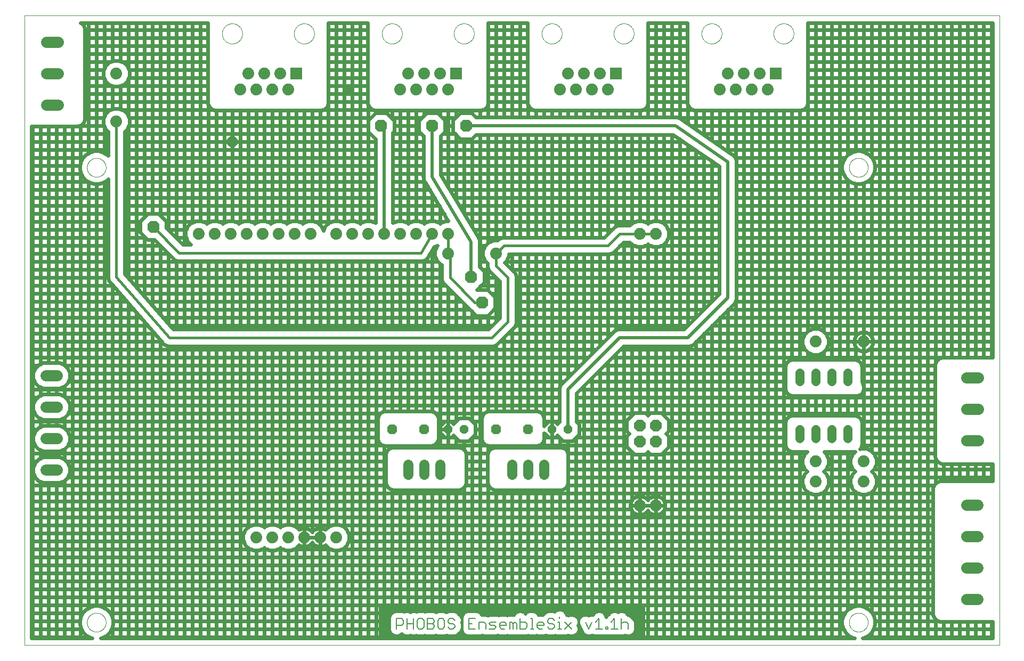
<source format=gtl>
G75*
%MOIN*%
%OFA0B0*%
%FSLAX25Y25*%
%IPPOS*%
%LPD*%
%AMOC8*
5,1,8,0,0,1.08239X$1,22.5*
%
%ADD10C,0.00000*%
%ADD11C,0.00600*%
%ADD12C,0.07400*%
%ADD13R,0.07400X0.07400*%
%ADD14OC8,0.07400*%
%ADD15C,0.05600*%
%ADD16C,0.07100*%
%ADD17C,0.06400*%
%ADD18OC8,0.06300*%
%ADD19OC8,0.05600*%
%ADD20C,0.02000*%
%ADD21OC8,0.07600*%
%ADD22C,0.01600*%
%ADD23C,0.02400*%
%ADD24OC8,0.06756*%
D10*
X0131965Y0111600D02*
X0131965Y0505596D01*
X0742201Y0505616D01*
X0742201Y0111600D01*
X0131965Y0111600D01*
X0171138Y0125970D02*
X0171140Y0126123D01*
X0171146Y0126277D01*
X0171156Y0126430D01*
X0171170Y0126582D01*
X0171188Y0126735D01*
X0171210Y0126886D01*
X0171235Y0127037D01*
X0171265Y0127188D01*
X0171299Y0127338D01*
X0171336Y0127486D01*
X0171377Y0127634D01*
X0171422Y0127780D01*
X0171471Y0127926D01*
X0171524Y0128070D01*
X0171580Y0128212D01*
X0171640Y0128353D01*
X0171704Y0128493D01*
X0171771Y0128631D01*
X0171842Y0128767D01*
X0171917Y0128901D01*
X0171994Y0129033D01*
X0172076Y0129163D01*
X0172160Y0129291D01*
X0172248Y0129417D01*
X0172339Y0129540D01*
X0172433Y0129661D01*
X0172531Y0129779D01*
X0172631Y0129895D01*
X0172735Y0130008D01*
X0172841Y0130119D01*
X0172950Y0130227D01*
X0173062Y0130332D01*
X0173176Y0130433D01*
X0173294Y0130532D01*
X0173413Y0130628D01*
X0173535Y0130721D01*
X0173660Y0130810D01*
X0173787Y0130897D01*
X0173916Y0130979D01*
X0174047Y0131059D01*
X0174180Y0131135D01*
X0174315Y0131208D01*
X0174452Y0131277D01*
X0174591Y0131342D01*
X0174731Y0131404D01*
X0174873Y0131462D01*
X0175016Y0131517D01*
X0175161Y0131568D01*
X0175307Y0131615D01*
X0175454Y0131658D01*
X0175602Y0131697D01*
X0175751Y0131733D01*
X0175901Y0131764D01*
X0176052Y0131792D01*
X0176203Y0131816D01*
X0176356Y0131836D01*
X0176508Y0131852D01*
X0176661Y0131864D01*
X0176814Y0131872D01*
X0176967Y0131876D01*
X0177121Y0131876D01*
X0177274Y0131872D01*
X0177427Y0131864D01*
X0177580Y0131852D01*
X0177732Y0131836D01*
X0177885Y0131816D01*
X0178036Y0131792D01*
X0178187Y0131764D01*
X0178337Y0131733D01*
X0178486Y0131697D01*
X0178634Y0131658D01*
X0178781Y0131615D01*
X0178927Y0131568D01*
X0179072Y0131517D01*
X0179215Y0131462D01*
X0179357Y0131404D01*
X0179497Y0131342D01*
X0179636Y0131277D01*
X0179773Y0131208D01*
X0179908Y0131135D01*
X0180041Y0131059D01*
X0180172Y0130979D01*
X0180301Y0130897D01*
X0180428Y0130810D01*
X0180553Y0130721D01*
X0180675Y0130628D01*
X0180794Y0130532D01*
X0180912Y0130433D01*
X0181026Y0130332D01*
X0181138Y0130227D01*
X0181247Y0130119D01*
X0181353Y0130008D01*
X0181457Y0129895D01*
X0181557Y0129779D01*
X0181655Y0129661D01*
X0181749Y0129540D01*
X0181840Y0129417D01*
X0181928Y0129291D01*
X0182012Y0129163D01*
X0182094Y0129033D01*
X0182171Y0128901D01*
X0182246Y0128767D01*
X0182317Y0128631D01*
X0182384Y0128493D01*
X0182448Y0128353D01*
X0182508Y0128212D01*
X0182564Y0128070D01*
X0182617Y0127926D01*
X0182666Y0127780D01*
X0182711Y0127634D01*
X0182752Y0127486D01*
X0182789Y0127338D01*
X0182823Y0127188D01*
X0182853Y0127037D01*
X0182878Y0126886D01*
X0182900Y0126735D01*
X0182918Y0126582D01*
X0182932Y0126430D01*
X0182942Y0126277D01*
X0182948Y0126123D01*
X0182950Y0125970D01*
X0182948Y0125817D01*
X0182942Y0125663D01*
X0182932Y0125510D01*
X0182918Y0125358D01*
X0182900Y0125205D01*
X0182878Y0125054D01*
X0182853Y0124903D01*
X0182823Y0124752D01*
X0182789Y0124602D01*
X0182752Y0124454D01*
X0182711Y0124306D01*
X0182666Y0124160D01*
X0182617Y0124014D01*
X0182564Y0123870D01*
X0182508Y0123728D01*
X0182448Y0123587D01*
X0182384Y0123447D01*
X0182317Y0123309D01*
X0182246Y0123173D01*
X0182171Y0123039D01*
X0182094Y0122907D01*
X0182012Y0122777D01*
X0181928Y0122649D01*
X0181840Y0122523D01*
X0181749Y0122400D01*
X0181655Y0122279D01*
X0181557Y0122161D01*
X0181457Y0122045D01*
X0181353Y0121932D01*
X0181247Y0121821D01*
X0181138Y0121713D01*
X0181026Y0121608D01*
X0180912Y0121507D01*
X0180794Y0121408D01*
X0180675Y0121312D01*
X0180553Y0121219D01*
X0180428Y0121130D01*
X0180301Y0121043D01*
X0180172Y0120961D01*
X0180041Y0120881D01*
X0179908Y0120805D01*
X0179773Y0120732D01*
X0179636Y0120663D01*
X0179497Y0120598D01*
X0179357Y0120536D01*
X0179215Y0120478D01*
X0179072Y0120423D01*
X0178927Y0120372D01*
X0178781Y0120325D01*
X0178634Y0120282D01*
X0178486Y0120243D01*
X0178337Y0120207D01*
X0178187Y0120176D01*
X0178036Y0120148D01*
X0177885Y0120124D01*
X0177732Y0120104D01*
X0177580Y0120088D01*
X0177427Y0120076D01*
X0177274Y0120068D01*
X0177121Y0120064D01*
X0176967Y0120064D01*
X0176814Y0120068D01*
X0176661Y0120076D01*
X0176508Y0120088D01*
X0176356Y0120104D01*
X0176203Y0120124D01*
X0176052Y0120148D01*
X0175901Y0120176D01*
X0175751Y0120207D01*
X0175602Y0120243D01*
X0175454Y0120282D01*
X0175307Y0120325D01*
X0175161Y0120372D01*
X0175016Y0120423D01*
X0174873Y0120478D01*
X0174731Y0120536D01*
X0174591Y0120598D01*
X0174452Y0120663D01*
X0174315Y0120732D01*
X0174180Y0120805D01*
X0174047Y0120881D01*
X0173916Y0120961D01*
X0173787Y0121043D01*
X0173660Y0121130D01*
X0173535Y0121219D01*
X0173413Y0121312D01*
X0173294Y0121408D01*
X0173176Y0121507D01*
X0173062Y0121608D01*
X0172950Y0121713D01*
X0172841Y0121821D01*
X0172735Y0121932D01*
X0172631Y0122045D01*
X0172531Y0122161D01*
X0172433Y0122279D01*
X0172339Y0122400D01*
X0172248Y0122523D01*
X0172160Y0122649D01*
X0172076Y0122777D01*
X0171994Y0122907D01*
X0171917Y0123039D01*
X0171842Y0123173D01*
X0171771Y0123309D01*
X0171704Y0123447D01*
X0171640Y0123587D01*
X0171580Y0123728D01*
X0171524Y0123870D01*
X0171471Y0124014D01*
X0171422Y0124160D01*
X0171377Y0124306D01*
X0171336Y0124454D01*
X0171299Y0124602D01*
X0171265Y0124752D01*
X0171235Y0124903D01*
X0171210Y0125054D01*
X0171188Y0125205D01*
X0171170Y0125358D01*
X0171156Y0125510D01*
X0171146Y0125663D01*
X0171140Y0125817D01*
X0171138Y0125970D01*
X0171138Y0410616D02*
X0171140Y0410769D01*
X0171146Y0410923D01*
X0171156Y0411076D01*
X0171170Y0411228D01*
X0171188Y0411381D01*
X0171210Y0411532D01*
X0171235Y0411683D01*
X0171265Y0411834D01*
X0171299Y0411984D01*
X0171336Y0412132D01*
X0171377Y0412280D01*
X0171422Y0412426D01*
X0171471Y0412572D01*
X0171524Y0412716D01*
X0171580Y0412858D01*
X0171640Y0412999D01*
X0171704Y0413139D01*
X0171771Y0413277D01*
X0171842Y0413413D01*
X0171917Y0413547D01*
X0171994Y0413679D01*
X0172076Y0413809D01*
X0172160Y0413937D01*
X0172248Y0414063D01*
X0172339Y0414186D01*
X0172433Y0414307D01*
X0172531Y0414425D01*
X0172631Y0414541D01*
X0172735Y0414654D01*
X0172841Y0414765D01*
X0172950Y0414873D01*
X0173062Y0414978D01*
X0173176Y0415079D01*
X0173294Y0415178D01*
X0173413Y0415274D01*
X0173535Y0415367D01*
X0173660Y0415456D01*
X0173787Y0415543D01*
X0173916Y0415625D01*
X0174047Y0415705D01*
X0174180Y0415781D01*
X0174315Y0415854D01*
X0174452Y0415923D01*
X0174591Y0415988D01*
X0174731Y0416050D01*
X0174873Y0416108D01*
X0175016Y0416163D01*
X0175161Y0416214D01*
X0175307Y0416261D01*
X0175454Y0416304D01*
X0175602Y0416343D01*
X0175751Y0416379D01*
X0175901Y0416410D01*
X0176052Y0416438D01*
X0176203Y0416462D01*
X0176356Y0416482D01*
X0176508Y0416498D01*
X0176661Y0416510D01*
X0176814Y0416518D01*
X0176967Y0416522D01*
X0177121Y0416522D01*
X0177274Y0416518D01*
X0177427Y0416510D01*
X0177580Y0416498D01*
X0177732Y0416482D01*
X0177885Y0416462D01*
X0178036Y0416438D01*
X0178187Y0416410D01*
X0178337Y0416379D01*
X0178486Y0416343D01*
X0178634Y0416304D01*
X0178781Y0416261D01*
X0178927Y0416214D01*
X0179072Y0416163D01*
X0179215Y0416108D01*
X0179357Y0416050D01*
X0179497Y0415988D01*
X0179636Y0415923D01*
X0179773Y0415854D01*
X0179908Y0415781D01*
X0180041Y0415705D01*
X0180172Y0415625D01*
X0180301Y0415543D01*
X0180428Y0415456D01*
X0180553Y0415367D01*
X0180675Y0415274D01*
X0180794Y0415178D01*
X0180912Y0415079D01*
X0181026Y0414978D01*
X0181138Y0414873D01*
X0181247Y0414765D01*
X0181353Y0414654D01*
X0181457Y0414541D01*
X0181557Y0414425D01*
X0181655Y0414307D01*
X0181749Y0414186D01*
X0181840Y0414063D01*
X0181928Y0413937D01*
X0182012Y0413809D01*
X0182094Y0413679D01*
X0182171Y0413547D01*
X0182246Y0413413D01*
X0182317Y0413277D01*
X0182384Y0413139D01*
X0182448Y0412999D01*
X0182508Y0412858D01*
X0182564Y0412716D01*
X0182617Y0412572D01*
X0182666Y0412426D01*
X0182711Y0412280D01*
X0182752Y0412132D01*
X0182789Y0411984D01*
X0182823Y0411834D01*
X0182853Y0411683D01*
X0182878Y0411532D01*
X0182900Y0411381D01*
X0182918Y0411228D01*
X0182932Y0411076D01*
X0182942Y0410923D01*
X0182948Y0410769D01*
X0182950Y0410616D01*
X0182948Y0410463D01*
X0182942Y0410309D01*
X0182932Y0410156D01*
X0182918Y0410004D01*
X0182900Y0409851D01*
X0182878Y0409700D01*
X0182853Y0409549D01*
X0182823Y0409398D01*
X0182789Y0409248D01*
X0182752Y0409100D01*
X0182711Y0408952D01*
X0182666Y0408806D01*
X0182617Y0408660D01*
X0182564Y0408516D01*
X0182508Y0408374D01*
X0182448Y0408233D01*
X0182384Y0408093D01*
X0182317Y0407955D01*
X0182246Y0407819D01*
X0182171Y0407685D01*
X0182094Y0407553D01*
X0182012Y0407423D01*
X0181928Y0407295D01*
X0181840Y0407169D01*
X0181749Y0407046D01*
X0181655Y0406925D01*
X0181557Y0406807D01*
X0181457Y0406691D01*
X0181353Y0406578D01*
X0181247Y0406467D01*
X0181138Y0406359D01*
X0181026Y0406254D01*
X0180912Y0406153D01*
X0180794Y0406054D01*
X0180675Y0405958D01*
X0180553Y0405865D01*
X0180428Y0405776D01*
X0180301Y0405689D01*
X0180172Y0405607D01*
X0180041Y0405527D01*
X0179908Y0405451D01*
X0179773Y0405378D01*
X0179636Y0405309D01*
X0179497Y0405244D01*
X0179357Y0405182D01*
X0179215Y0405124D01*
X0179072Y0405069D01*
X0178927Y0405018D01*
X0178781Y0404971D01*
X0178634Y0404928D01*
X0178486Y0404889D01*
X0178337Y0404853D01*
X0178187Y0404822D01*
X0178036Y0404794D01*
X0177885Y0404770D01*
X0177732Y0404750D01*
X0177580Y0404734D01*
X0177427Y0404722D01*
X0177274Y0404714D01*
X0177121Y0404710D01*
X0176967Y0404710D01*
X0176814Y0404714D01*
X0176661Y0404722D01*
X0176508Y0404734D01*
X0176356Y0404750D01*
X0176203Y0404770D01*
X0176052Y0404794D01*
X0175901Y0404822D01*
X0175751Y0404853D01*
X0175602Y0404889D01*
X0175454Y0404928D01*
X0175307Y0404971D01*
X0175161Y0405018D01*
X0175016Y0405069D01*
X0174873Y0405124D01*
X0174731Y0405182D01*
X0174591Y0405244D01*
X0174452Y0405309D01*
X0174315Y0405378D01*
X0174180Y0405451D01*
X0174047Y0405527D01*
X0173916Y0405607D01*
X0173787Y0405689D01*
X0173660Y0405776D01*
X0173535Y0405865D01*
X0173413Y0405958D01*
X0173294Y0406054D01*
X0173176Y0406153D01*
X0173062Y0406254D01*
X0172950Y0406359D01*
X0172841Y0406467D01*
X0172735Y0406578D01*
X0172631Y0406691D01*
X0172531Y0406807D01*
X0172433Y0406925D01*
X0172339Y0407046D01*
X0172248Y0407169D01*
X0172160Y0407295D01*
X0172076Y0407423D01*
X0171994Y0407553D01*
X0171917Y0407685D01*
X0171842Y0407819D01*
X0171771Y0407955D01*
X0171704Y0408093D01*
X0171640Y0408233D01*
X0171580Y0408374D01*
X0171524Y0408516D01*
X0171471Y0408660D01*
X0171422Y0408806D01*
X0171377Y0408952D01*
X0171336Y0409100D01*
X0171299Y0409248D01*
X0171265Y0409398D01*
X0171235Y0409549D01*
X0171210Y0409700D01*
X0171188Y0409851D01*
X0171170Y0410004D01*
X0171156Y0410156D01*
X0171146Y0410309D01*
X0171140Y0410463D01*
X0171138Y0410616D01*
X0255666Y0494395D02*
X0255668Y0494553D01*
X0255674Y0494711D01*
X0255684Y0494869D01*
X0255698Y0495027D01*
X0255716Y0495184D01*
X0255737Y0495341D01*
X0255763Y0495497D01*
X0255793Y0495653D01*
X0255826Y0495808D01*
X0255864Y0495961D01*
X0255905Y0496114D01*
X0255950Y0496266D01*
X0255999Y0496417D01*
X0256052Y0496566D01*
X0256108Y0496714D01*
X0256168Y0496860D01*
X0256232Y0497005D01*
X0256300Y0497148D01*
X0256371Y0497290D01*
X0256445Y0497430D01*
X0256523Y0497567D01*
X0256605Y0497703D01*
X0256689Y0497837D01*
X0256778Y0497968D01*
X0256869Y0498097D01*
X0256964Y0498224D01*
X0257061Y0498349D01*
X0257162Y0498471D01*
X0257266Y0498590D01*
X0257373Y0498707D01*
X0257483Y0498821D01*
X0257596Y0498932D01*
X0257711Y0499041D01*
X0257829Y0499146D01*
X0257950Y0499248D01*
X0258073Y0499348D01*
X0258199Y0499444D01*
X0258327Y0499537D01*
X0258457Y0499627D01*
X0258590Y0499713D01*
X0258725Y0499797D01*
X0258861Y0499876D01*
X0259000Y0499953D01*
X0259141Y0500025D01*
X0259283Y0500095D01*
X0259427Y0500160D01*
X0259573Y0500222D01*
X0259720Y0500280D01*
X0259869Y0500335D01*
X0260019Y0500386D01*
X0260170Y0500433D01*
X0260322Y0500476D01*
X0260475Y0500515D01*
X0260630Y0500551D01*
X0260785Y0500582D01*
X0260941Y0500610D01*
X0261097Y0500634D01*
X0261254Y0500654D01*
X0261412Y0500670D01*
X0261569Y0500682D01*
X0261728Y0500690D01*
X0261886Y0500694D01*
X0262044Y0500694D01*
X0262202Y0500690D01*
X0262361Y0500682D01*
X0262518Y0500670D01*
X0262676Y0500654D01*
X0262833Y0500634D01*
X0262989Y0500610D01*
X0263145Y0500582D01*
X0263300Y0500551D01*
X0263455Y0500515D01*
X0263608Y0500476D01*
X0263760Y0500433D01*
X0263911Y0500386D01*
X0264061Y0500335D01*
X0264210Y0500280D01*
X0264357Y0500222D01*
X0264503Y0500160D01*
X0264647Y0500095D01*
X0264789Y0500025D01*
X0264930Y0499953D01*
X0265069Y0499876D01*
X0265205Y0499797D01*
X0265340Y0499713D01*
X0265473Y0499627D01*
X0265603Y0499537D01*
X0265731Y0499444D01*
X0265857Y0499348D01*
X0265980Y0499248D01*
X0266101Y0499146D01*
X0266219Y0499041D01*
X0266334Y0498932D01*
X0266447Y0498821D01*
X0266557Y0498707D01*
X0266664Y0498590D01*
X0266768Y0498471D01*
X0266869Y0498349D01*
X0266966Y0498224D01*
X0267061Y0498097D01*
X0267152Y0497968D01*
X0267241Y0497837D01*
X0267325Y0497703D01*
X0267407Y0497567D01*
X0267485Y0497430D01*
X0267559Y0497290D01*
X0267630Y0497148D01*
X0267698Y0497005D01*
X0267762Y0496860D01*
X0267822Y0496714D01*
X0267878Y0496566D01*
X0267931Y0496417D01*
X0267980Y0496266D01*
X0268025Y0496114D01*
X0268066Y0495961D01*
X0268104Y0495808D01*
X0268137Y0495653D01*
X0268167Y0495497D01*
X0268193Y0495341D01*
X0268214Y0495184D01*
X0268232Y0495027D01*
X0268246Y0494869D01*
X0268256Y0494711D01*
X0268262Y0494553D01*
X0268264Y0494395D01*
X0268262Y0494237D01*
X0268256Y0494079D01*
X0268246Y0493921D01*
X0268232Y0493763D01*
X0268214Y0493606D01*
X0268193Y0493449D01*
X0268167Y0493293D01*
X0268137Y0493137D01*
X0268104Y0492982D01*
X0268066Y0492829D01*
X0268025Y0492676D01*
X0267980Y0492524D01*
X0267931Y0492373D01*
X0267878Y0492224D01*
X0267822Y0492076D01*
X0267762Y0491930D01*
X0267698Y0491785D01*
X0267630Y0491642D01*
X0267559Y0491500D01*
X0267485Y0491360D01*
X0267407Y0491223D01*
X0267325Y0491087D01*
X0267241Y0490953D01*
X0267152Y0490822D01*
X0267061Y0490693D01*
X0266966Y0490566D01*
X0266869Y0490441D01*
X0266768Y0490319D01*
X0266664Y0490200D01*
X0266557Y0490083D01*
X0266447Y0489969D01*
X0266334Y0489858D01*
X0266219Y0489749D01*
X0266101Y0489644D01*
X0265980Y0489542D01*
X0265857Y0489442D01*
X0265731Y0489346D01*
X0265603Y0489253D01*
X0265473Y0489163D01*
X0265340Y0489077D01*
X0265205Y0488993D01*
X0265069Y0488914D01*
X0264930Y0488837D01*
X0264789Y0488765D01*
X0264647Y0488695D01*
X0264503Y0488630D01*
X0264357Y0488568D01*
X0264210Y0488510D01*
X0264061Y0488455D01*
X0263911Y0488404D01*
X0263760Y0488357D01*
X0263608Y0488314D01*
X0263455Y0488275D01*
X0263300Y0488239D01*
X0263145Y0488208D01*
X0262989Y0488180D01*
X0262833Y0488156D01*
X0262676Y0488136D01*
X0262518Y0488120D01*
X0262361Y0488108D01*
X0262202Y0488100D01*
X0262044Y0488096D01*
X0261886Y0488096D01*
X0261728Y0488100D01*
X0261569Y0488108D01*
X0261412Y0488120D01*
X0261254Y0488136D01*
X0261097Y0488156D01*
X0260941Y0488180D01*
X0260785Y0488208D01*
X0260630Y0488239D01*
X0260475Y0488275D01*
X0260322Y0488314D01*
X0260170Y0488357D01*
X0260019Y0488404D01*
X0259869Y0488455D01*
X0259720Y0488510D01*
X0259573Y0488568D01*
X0259427Y0488630D01*
X0259283Y0488695D01*
X0259141Y0488765D01*
X0259000Y0488837D01*
X0258861Y0488914D01*
X0258725Y0488993D01*
X0258590Y0489077D01*
X0258457Y0489163D01*
X0258327Y0489253D01*
X0258199Y0489346D01*
X0258073Y0489442D01*
X0257950Y0489542D01*
X0257829Y0489644D01*
X0257711Y0489749D01*
X0257596Y0489858D01*
X0257483Y0489969D01*
X0257373Y0490083D01*
X0257266Y0490200D01*
X0257162Y0490319D01*
X0257061Y0490441D01*
X0256964Y0490566D01*
X0256869Y0490693D01*
X0256778Y0490822D01*
X0256689Y0490953D01*
X0256605Y0491087D01*
X0256523Y0491223D01*
X0256445Y0491360D01*
X0256371Y0491500D01*
X0256300Y0491642D01*
X0256232Y0491785D01*
X0256168Y0491930D01*
X0256108Y0492076D01*
X0256052Y0492224D01*
X0255999Y0492373D01*
X0255950Y0492524D01*
X0255905Y0492676D01*
X0255864Y0492829D01*
X0255826Y0492982D01*
X0255793Y0493137D01*
X0255763Y0493293D01*
X0255737Y0493449D01*
X0255716Y0493606D01*
X0255698Y0493763D01*
X0255684Y0493921D01*
X0255674Y0494079D01*
X0255668Y0494237D01*
X0255666Y0494395D01*
X0300666Y0494395D02*
X0300668Y0494553D01*
X0300674Y0494711D01*
X0300684Y0494869D01*
X0300698Y0495027D01*
X0300716Y0495184D01*
X0300737Y0495341D01*
X0300763Y0495497D01*
X0300793Y0495653D01*
X0300826Y0495808D01*
X0300864Y0495961D01*
X0300905Y0496114D01*
X0300950Y0496266D01*
X0300999Y0496417D01*
X0301052Y0496566D01*
X0301108Y0496714D01*
X0301168Y0496860D01*
X0301232Y0497005D01*
X0301300Y0497148D01*
X0301371Y0497290D01*
X0301445Y0497430D01*
X0301523Y0497567D01*
X0301605Y0497703D01*
X0301689Y0497837D01*
X0301778Y0497968D01*
X0301869Y0498097D01*
X0301964Y0498224D01*
X0302061Y0498349D01*
X0302162Y0498471D01*
X0302266Y0498590D01*
X0302373Y0498707D01*
X0302483Y0498821D01*
X0302596Y0498932D01*
X0302711Y0499041D01*
X0302829Y0499146D01*
X0302950Y0499248D01*
X0303073Y0499348D01*
X0303199Y0499444D01*
X0303327Y0499537D01*
X0303457Y0499627D01*
X0303590Y0499713D01*
X0303725Y0499797D01*
X0303861Y0499876D01*
X0304000Y0499953D01*
X0304141Y0500025D01*
X0304283Y0500095D01*
X0304427Y0500160D01*
X0304573Y0500222D01*
X0304720Y0500280D01*
X0304869Y0500335D01*
X0305019Y0500386D01*
X0305170Y0500433D01*
X0305322Y0500476D01*
X0305475Y0500515D01*
X0305630Y0500551D01*
X0305785Y0500582D01*
X0305941Y0500610D01*
X0306097Y0500634D01*
X0306254Y0500654D01*
X0306412Y0500670D01*
X0306569Y0500682D01*
X0306728Y0500690D01*
X0306886Y0500694D01*
X0307044Y0500694D01*
X0307202Y0500690D01*
X0307361Y0500682D01*
X0307518Y0500670D01*
X0307676Y0500654D01*
X0307833Y0500634D01*
X0307989Y0500610D01*
X0308145Y0500582D01*
X0308300Y0500551D01*
X0308455Y0500515D01*
X0308608Y0500476D01*
X0308760Y0500433D01*
X0308911Y0500386D01*
X0309061Y0500335D01*
X0309210Y0500280D01*
X0309357Y0500222D01*
X0309503Y0500160D01*
X0309647Y0500095D01*
X0309789Y0500025D01*
X0309930Y0499953D01*
X0310069Y0499876D01*
X0310205Y0499797D01*
X0310340Y0499713D01*
X0310473Y0499627D01*
X0310603Y0499537D01*
X0310731Y0499444D01*
X0310857Y0499348D01*
X0310980Y0499248D01*
X0311101Y0499146D01*
X0311219Y0499041D01*
X0311334Y0498932D01*
X0311447Y0498821D01*
X0311557Y0498707D01*
X0311664Y0498590D01*
X0311768Y0498471D01*
X0311869Y0498349D01*
X0311966Y0498224D01*
X0312061Y0498097D01*
X0312152Y0497968D01*
X0312241Y0497837D01*
X0312325Y0497703D01*
X0312407Y0497567D01*
X0312485Y0497430D01*
X0312559Y0497290D01*
X0312630Y0497148D01*
X0312698Y0497005D01*
X0312762Y0496860D01*
X0312822Y0496714D01*
X0312878Y0496566D01*
X0312931Y0496417D01*
X0312980Y0496266D01*
X0313025Y0496114D01*
X0313066Y0495961D01*
X0313104Y0495808D01*
X0313137Y0495653D01*
X0313167Y0495497D01*
X0313193Y0495341D01*
X0313214Y0495184D01*
X0313232Y0495027D01*
X0313246Y0494869D01*
X0313256Y0494711D01*
X0313262Y0494553D01*
X0313264Y0494395D01*
X0313262Y0494237D01*
X0313256Y0494079D01*
X0313246Y0493921D01*
X0313232Y0493763D01*
X0313214Y0493606D01*
X0313193Y0493449D01*
X0313167Y0493293D01*
X0313137Y0493137D01*
X0313104Y0492982D01*
X0313066Y0492829D01*
X0313025Y0492676D01*
X0312980Y0492524D01*
X0312931Y0492373D01*
X0312878Y0492224D01*
X0312822Y0492076D01*
X0312762Y0491930D01*
X0312698Y0491785D01*
X0312630Y0491642D01*
X0312559Y0491500D01*
X0312485Y0491360D01*
X0312407Y0491223D01*
X0312325Y0491087D01*
X0312241Y0490953D01*
X0312152Y0490822D01*
X0312061Y0490693D01*
X0311966Y0490566D01*
X0311869Y0490441D01*
X0311768Y0490319D01*
X0311664Y0490200D01*
X0311557Y0490083D01*
X0311447Y0489969D01*
X0311334Y0489858D01*
X0311219Y0489749D01*
X0311101Y0489644D01*
X0310980Y0489542D01*
X0310857Y0489442D01*
X0310731Y0489346D01*
X0310603Y0489253D01*
X0310473Y0489163D01*
X0310340Y0489077D01*
X0310205Y0488993D01*
X0310069Y0488914D01*
X0309930Y0488837D01*
X0309789Y0488765D01*
X0309647Y0488695D01*
X0309503Y0488630D01*
X0309357Y0488568D01*
X0309210Y0488510D01*
X0309061Y0488455D01*
X0308911Y0488404D01*
X0308760Y0488357D01*
X0308608Y0488314D01*
X0308455Y0488275D01*
X0308300Y0488239D01*
X0308145Y0488208D01*
X0307989Y0488180D01*
X0307833Y0488156D01*
X0307676Y0488136D01*
X0307518Y0488120D01*
X0307361Y0488108D01*
X0307202Y0488100D01*
X0307044Y0488096D01*
X0306886Y0488096D01*
X0306728Y0488100D01*
X0306569Y0488108D01*
X0306412Y0488120D01*
X0306254Y0488136D01*
X0306097Y0488156D01*
X0305941Y0488180D01*
X0305785Y0488208D01*
X0305630Y0488239D01*
X0305475Y0488275D01*
X0305322Y0488314D01*
X0305170Y0488357D01*
X0305019Y0488404D01*
X0304869Y0488455D01*
X0304720Y0488510D01*
X0304573Y0488568D01*
X0304427Y0488630D01*
X0304283Y0488695D01*
X0304141Y0488765D01*
X0304000Y0488837D01*
X0303861Y0488914D01*
X0303725Y0488993D01*
X0303590Y0489077D01*
X0303457Y0489163D01*
X0303327Y0489253D01*
X0303199Y0489346D01*
X0303073Y0489442D01*
X0302950Y0489542D01*
X0302829Y0489644D01*
X0302711Y0489749D01*
X0302596Y0489858D01*
X0302483Y0489969D01*
X0302373Y0490083D01*
X0302266Y0490200D01*
X0302162Y0490319D01*
X0302061Y0490441D01*
X0301964Y0490566D01*
X0301869Y0490693D01*
X0301778Y0490822D01*
X0301689Y0490953D01*
X0301605Y0491087D01*
X0301523Y0491223D01*
X0301445Y0491360D01*
X0301371Y0491500D01*
X0301300Y0491642D01*
X0301232Y0491785D01*
X0301168Y0491930D01*
X0301108Y0492076D01*
X0301052Y0492224D01*
X0300999Y0492373D01*
X0300950Y0492524D01*
X0300905Y0492676D01*
X0300864Y0492829D01*
X0300826Y0492982D01*
X0300793Y0493137D01*
X0300763Y0493293D01*
X0300737Y0493449D01*
X0300716Y0493606D01*
X0300698Y0493763D01*
X0300684Y0493921D01*
X0300674Y0494079D01*
X0300668Y0494237D01*
X0300666Y0494395D01*
X0355666Y0494395D02*
X0355668Y0494553D01*
X0355674Y0494711D01*
X0355684Y0494869D01*
X0355698Y0495027D01*
X0355716Y0495184D01*
X0355737Y0495341D01*
X0355763Y0495497D01*
X0355793Y0495653D01*
X0355826Y0495808D01*
X0355864Y0495961D01*
X0355905Y0496114D01*
X0355950Y0496266D01*
X0355999Y0496417D01*
X0356052Y0496566D01*
X0356108Y0496714D01*
X0356168Y0496860D01*
X0356232Y0497005D01*
X0356300Y0497148D01*
X0356371Y0497290D01*
X0356445Y0497430D01*
X0356523Y0497567D01*
X0356605Y0497703D01*
X0356689Y0497837D01*
X0356778Y0497968D01*
X0356869Y0498097D01*
X0356964Y0498224D01*
X0357061Y0498349D01*
X0357162Y0498471D01*
X0357266Y0498590D01*
X0357373Y0498707D01*
X0357483Y0498821D01*
X0357596Y0498932D01*
X0357711Y0499041D01*
X0357829Y0499146D01*
X0357950Y0499248D01*
X0358073Y0499348D01*
X0358199Y0499444D01*
X0358327Y0499537D01*
X0358457Y0499627D01*
X0358590Y0499713D01*
X0358725Y0499797D01*
X0358861Y0499876D01*
X0359000Y0499953D01*
X0359141Y0500025D01*
X0359283Y0500095D01*
X0359427Y0500160D01*
X0359573Y0500222D01*
X0359720Y0500280D01*
X0359869Y0500335D01*
X0360019Y0500386D01*
X0360170Y0500433D01*
X0360322Y0500476D01*
X0360475Y0500515D01*
X0360630Y0500551D01*
X0360785Y0500582D01*
X0360941Y0500610D01*
X0361097Y0500634D01*
X0361254Y0500654D01*
X0361412Y0500670D01*
X0361569Y0500682D01*
X0361728Y0500690D01*
X0361886Y0500694D01*
X0362044Y0500694D01*
X0362202Y0500690D01*
X0362361Y0500682D01*
X0362518Y0500670D01*
X0362676Y0500654D01*
X0362833Y0500634D01*
X0362989Y0500610D01*
X0363145Y0500582D01*
X0363300Y0500551D01*
X0363455Y0500515D01*
X0363608Y0500476D01*
X0363760Y0500433D01*
X0363911Y0500386D01*
X0364061Y0500335D01*
X0364210Y0500280D01*
X0364357Y0500222D01*
X0364503Y0500160D01*
X0364647Y0500095D01*
X0364789Y0500025D01*
X0364930Y0499953D01*
X0365069Y0499876D01*
X0365205Y0499797D01*
X0365340Y0499713D01*
X0365473Y0499627D01*
X0365603Y0499537D01*
X0365731Y0499444D01*
X0365857Y0499348D01*
X0365980Y0499248D01*
X0366101Y0499146D01*
X0366219Y0499041D01*
X0366334Y0498932D01*
X0366447Y0498821D01*
X0366557Y0498707D01*
X0366664Y0498590D01*
X0366768Y0498471D01*
X0366869Y0498349D01*
X0366966Y0498224D01*
X0367061Y0498097D01*
X0367152Y0497968D01*
X0367241Y0497837D01*
X0367325Y0497703D01*
X0367407Y0497567D01*
X0367485Y0497430D01*
X0367559Y0497290D01*
X0367630Y0497148D01*
X0367698Y0497005D01*
X0367762Y0496860D01*
X0367822Y0496714D01*
X0367878Y0496566D01*
X0367931Y0496417D01*
X0367980Y0496266D01*
X0368025Y0496114D01*
X0368066Y0495961D01*
X0368104Y0495808D01*
X0368137Y0495653D01*
X0368167Y0495497D01*
X0368193Y0495341D01*
X0368214Y0495184D01*
X0368232Y0495027D01*
X0368246Y0494869D01*
X0368256Y0494711D01*
X0368262Y0494553D01*
X0368264Y0494395D01*
X0368262Y0494237D01*
X0368256Y0494079D01*
X0368246Y0493921D01*
X0368232Y0493763D01*
X0368214Y0493606D01*
X0368193Y0493449D01*
X0368167Y0493293D01*
X0368137Y0493137D01*
X0368104Y0492982D01*
X0368066Y0492829D01*
X0368025Y0492676D01*
X0367980Y0492524D01*
X0367931Y0492373D01*
X0367878Y0492224D01*
X0367822Y0492076D01*
X0367762Y0491930D01*
X0367698Y0491785D01*
X0367630Y0491642D01*
X0367559Y0491500D01*
X0367485Y0491360D01*
X0367407Y0491223D01*
X0367325Y0491087D01*
X0367241Y0490953D01*
X0367152Y0490822D01*
X0367061Y0490693D01*
X0366966Y0490566D01*
X0366869Y0490441D01*
X0366768Y0490319D01*
X0366664Y0490200D01*
X0366557Y0490083D01*
X0366447Y0489969D01*
X0366334Y0489858D01*
X0366219Y0489749D01*
X0366101Y0489644D01*
X0365980Y0489542D01*
X0365857Y0489442D01*
X0365731Y0489346D01*
X0365603Y0489253D01*
X0365473Y0489163D01*
X0365340Y0489077D01*
X0365205Y0488993D01*
X0365069Y0488914D01*
X0364930Y0488837D01*
X0364789Y0488765D01*
X0364647Y0488695D01*
X0364503Y0488630D01*
X0364357Y0488568D01*
X0364210Y0488510D01*
X0364061Y0488455D01*
X0363911Y0488404D01*
X0363760Y0488357D01*
X0363608Y0488314D01*
X0363455Y0488275D01*
X0363300Y0488239D01*
X0363145Y0488208D01*
X0362989Y0488180D01*
X0362833Y0488156D01*
X0362676Y0488136D01*
X0362518Y0488120D01*
X0362361Y0488108D01*
X0362202Y0488100D01*
X0362044Y0488096D01*
X0361886Y0488096D01*
X0361728Y0488100D01*
X0361569Y0488108D01*
X0361412Y0488120D01*
X0361254Y0488136D01*
X0361097Y0488156D01*
X0360941Y0488180D01*
X0360785Y0488208D01*
X0360630Y0488239D01*
X0360475Y0488275D01*
X0360322Y0488314D01*
X0360170Y0488357D01*
X0360019Y0488404D01*
X0359869Y0488455D01*
X0359720Y0488510D01*
X0359573Y0488568D01*
X0359427Y0488630D01*
X0359283Y0488695D01*
X0359141Y0488765D01*
X0359000Y0488837D01*
X0358861Y0488914D01*
X0358725Y0488993D01*
X0358590Y0489077D01*
X0358457Y0489163D01*
X0358327Y0489253D01*
X0358199Y0489346D01*
X0358073Y0489442D01*
X0357950Y0489542D01*
X0357829Y0489644D01*
X0357711Y0489749D01*
X0357596Y0489858D01*
X0357483Y0489969D01*
X0357373Y0490083D01*
X0357266Y0490200D01*
X0357162Y0490319D01*
X0357061Y0490441D01*
X0356964Y0490566D01*
X0356869Y0490693D01*
X0356778Y0490822D01*
X0356689Y0490953D01*
X0356605Y0491087D01*
X0356523Y0491223D01*
X0356445Y0491360D01*
X0356371Y0491500D01*
X0356300Y0491642D01*
X0356232Y0491785D01*
X0356168Y0491930D01*
X0356108Y0492076D01*
X0356052Y0492224D01*
X0355999Y0492373D01*
X0355950Y0492524D01*
X0355905Y0492676D01*
X0355864Y0492829D01*
X0355826Y0492982D01*
X0355793Y0493137D01*
X0355763Y0493293D01*
X0355737Y0493449D01*
X0355716Y0493606D01*
X0355698Y0493763D01*
X0355684Y0493921D01*
X0355674Y0494079D01*
X0355668Y0494237D01*
X0355666Y0494395D01*
X0400666Y0494395D02*
X0400668Y0494553D01*
X0400674Y0494711D01*
X0400684Y0494869D01*
X0400698Y0495027D01*
X0400716Y0495184D01*
X0400737Y0495341D01*
X0400763Y0495497D01*
X0400793Y0495653D01*
X0400826Y0495808D01*
X0400864Y0495961D01*
X0400905Y0496114D01*
X0400950Y0496266D01*
X0400999Y0496417D01*
X0401052Y0496566D01*
X0401108Y0496714D01*
X0401168Y0496860D01*
X0401232Y0497005D01*
X0401300Y0497148D01*
X0401371Y0497290D01*
X0401445Y0497430D01*
X0401523Y0497567D01*
X0401605Y0497703D01*
X0401689Y0497837D01*
X0401778Y0497968D01*
X0401869Y0498097D01*
X0401964Y0498224D01*
X0402061Y0498349D01*
X0402162Y0498471D01*
X0402266Y0498590D01*
X0402373Y0498707D01*
X0402483Y0498821D01*
X0402596Y0498932D01*
X0402711Y0499041D01*
X0402829Y0499146D01*
X0402950Y0499248D01*
X0403073Y0499348D01*
X0403199Y0499444D01*
X0403327Y0499537D01*
X0403457Y0499627D01*
X0403590Y0499713D01*
X0403725Y0499797D01*
X0403861Y0499876D01*
X0404000Y0499953D01*
X0404141Y0500025D01*
X0404283Y0500095D01*
X0404427Y0500160D01*
X0404573Y0500222D01*
X0404720Y0500280D01*
X0404869Y0500335D01*
X0405019Y0500386D01*
X0405170Y0500433D01*
X0405322Y0500476D01*
X0405475Y0500515D01*
X0405630Y0500551D01*
X0405785Y0500582D01*
X0405941Y0500610D01*
X0406097Y0500634D01*
X0406254Y0500654D01*
X0406412Y0500670D01*
X0406569Y0500682D01*
X0406728Y0500690D01*
X0406886Y0500694D01*
X0407044Y0500694D01*
X0407202Y0500690D01*
X0407361Y0500682D01*
X0407518Y0500670D01*
X0407676Y0500654D01*
X0407833Y0500634D01*
X0407989Y0500610D01*
X0408145Y0500582D01*
X0408300Y0500551D01*
X0408455Y0500515D01*
X0408608Y0500476D01*
X0408760Y0500433D01*
X0408911Y0500386D01*
X0409061Y0500335D01*
X0409210Y0500280D01*
X0409357Y0500222D01*
X0409503Y0500160D01*
X0409647Y0500095D01*
X0409789Y0500025D01*
X0409930Y0499953D01*
X0410069Y0499876D01*
X0410205Y0499797D01*
X0410340Y0499713D01*
X0410473Y0499627D01*
X0410603Y0499537D01*
X0410731Y0499444D01*
X0410857Y0499348D01*
X0410980Y0499248D01*
X0411101Y0499146D01*
X0411219Y0499041D01*
X0411334Y0498932D01*
X0411447Y0498821D01*
X0411557Y0498707D01*
X0411664Y0498590D01*
X0411768Y0498471D01*
X0411869Y0498349D01*
X0411966Y0498224D01*
X0412061Y0498097D01*
X0412152Y0497968D01*
X0412241Y0497837D01*
X0412325Y0497703D01*
X0412407Y0497567D01*
X0412485Y0497430D01*
X0412559Y0497290D01*
X0412630Y0497148D01*
X0412698Y0497005D01*
X0412762Y0496860D01*
X0412822Y0496714D01*
X0412878Y0496566D01*
X0412931Y0496417D01*
X0412980Y0496266D01*
X0413025Y0496114D01*
X0413066Y0495961D01*
X0413104Y0495808D01*
X0413137Y0495653D01*
X0413167Y0495497D01*
X0413193Y0495341D01*
X0413214Y0495184D01*
X0413232Y0495027D01*
X0413246Y0494869D01*
X0413256Y0494711D01*
X0413262Y0494553D01*
X0413264Y0494395D01*
X0413262Y0494237D01*
X0413256Y0494079D01*
X0413246Y0493921D01*
X0413232Y0493763D01*
X0413214Y0493606D01*
X0413193Y0493449D01*
X0413167Y0493293D01*
X0413137Y0493137D01*
X0413104Y0492982D01*
X0413066Y0492829D01*
X0413025Y0492676D01*
X0412980Y0492524D01*
X0412931Y0492373D01*
X0412878Y0492224D01*
X0412822Y0492076D01*
X0412762Y0491930D01*
X0412698Y0491785D01*
X0412630Y0491642D01*
X0412559Y0491500D01*
X0412485Y0491360D01*
X0412407Y0491223D01*
X0412325Y0491087D01*
X0412241Y0490953D01*
X0412152Y0490822D01*
X0412061Y0490693D01*
X0411966Y0490566D01*
X0411869Y0490441D01*
X0411768Y0490319D01*
X0411664Y0490200D01*
X0411557Y0490083D01*
X0411447Y0489969D01*
X0411334Y0489858D01*
X0411219Y0489749D01*
X0411101Y0489644D01*
X0410980Y0489542D01*
X0410857Y0489442D01*
X0410731Y0489346D01*
X0410603Y0489253D01*
X0410473Y0489163D01*
X0410340Y0489077D01*
X0410205Y0488993D01*
X0410069Y0488914D01*
X0409930Y0488837D01*
X0409789Y0488765D01*
X0409647Y0488695D01*
X0409503Y0488630D01*
X0409357Y0488568D01*
X0409210Y0488510D01*
X0409061Y0488455D01*
X0408911Y0488404D01*
X0408760Y0488357D01*
X0408608Y0488314D01*
X0408455Y0488275D01*
X0408300Y0488239D01*
X0408145Y0488208D01*
X0407989Y0488180D01*
X0407833Y0488156D01*
X0407676Y0488136D01*
X0407518Y0488120D01*
X0407361Y0488108D01*
X0407202Y0488100D01*
X0407044Y0488096D01*
X0406886Y0488096D01*
X0406728Y0488100D01*
X0406569Y0488108D01*
X0406412Y0488120D01*
X0406254Y0488136D01*
X0406097Y0488156D01*
X0405941Y0488180D01*
X0405785Y0488208D01*
X0405630Y0488239D01*
X0405475Y0488275D01*
X0405322Y0488314D01*
X0405170Y0488357D01*
X0405019Y0488404D01*
X0404869Y0488455D01*
X0404720Y0488510D01*
X0404573Y0488568D01*
X0404427Y0488630D01*
X0404283Y0488695D01*
X0404141Y0488765D01*
X0404000Y0488837D01*
X0403861Y0488914D01*
X0403725Y0488993D01*
X0403590Y0489077D01*
X0403457Y0489163D01*
X0403327Y0489253D01*
X0403199Y0489346D01*
X0403073Y0489442D01*
X0402950Y0489542D01*
X0402829Y0489644D01*
X0402711Y0489749D01*
X0402596Y0489858D01*
X0402483Y0489969D01*
X0402373Y0490083D01*
X0402266Y0490200D01*
X0402162Y0490319D01*
X0402061Y0490441D01*
X0401964Y0490566D01*
X0401869Y0490693D01*
X0401778Y0490822D01*
X0401689Y0490953D01*
X0401605Y0491087D01*
X0401523Y0491223D01*
X0401445Y0491360D01*
X0401371Y0491500D01*
X0401300Y0491642D01*
X0401232Y0491785D01*
X0401168Y0491930D01*
X0401108Y0492076D01*
X0401052Y0492224D01*
X0400999Y0492373D01*
X0400950Y0492524D01*
X0400905Y0492676D01*
X0400864Y0492829D01*
X0400826Y0492982D01*
X0400793Y0493137D01*
X0400763Y0493293D01*
X0400737Y0493449D01*
X0400716Y0493606D01*
X0400698Y0493763D01*
X0400684Y0493921D01*
X0400674Y0494079D01*
X0400668Y0494237D01*
X0400666Y0494395D01*
X0455666Y0494395D02*
X0455668Y0494553D01*
X0455674Y0494711D01*
X0455684Y0494869D01*
X0455698Y0495027D01*
X0455716Y0495184D01*
X0455737Y0495341D01*
X0455763Y0495497D01*
X0455793Y0495653D01*
X0455826Y0495808D01*
X0455864Y0495961D01*
X0455905Y0496114D01*
X0455950Y0496266D01*
X0455999Y0496417D01*
X0456052Y0496566D01*
X0456108Y0496714D01*
X0456168Y0496860D01*
X0456232Y0497005D01*
X0456300Y0497148D01*
X0456371Y0497290D01*
X0456445Y0497430D01*
X0456523Y0497567D01*
X0456605Y0497703D01*
X0456689Y0497837D01*
X0456778Y0497968D01*
X0456869Y0498097D01*
X0456964Y0498224D01*
X0457061Y0498349D01*
X0457162Y0498471D01*
X0457266Y0498590D01*
X0457373Y0498707D01*
X0457483Y0498821D01*
X0457596Y0498932D01*
X0457711Y0499041D01*
X0457829Y0499146D01*
X0457950Y0499248D01*
X0458073Y0499348D01*
X0458199Y0499444D01*
X0458327Y0499537D01*
X0458457Y0499627D01*
X0458590Y0499713D01*
X0458725Y0499797D01*
X0458861Y0499876D01*
X0459000Y0499953D01*
X0459141Y0500025D01*
X0459283Y0500095D01*
X0459427Y0500160D01*
X0459573Y0500222D01*
X0459720Y0500280D01*
X0459869Y0500335D01*
X0460019Y0500386D01*
X0460170Y0500433D01*
X0460322Y0500476D01*
X0460475Y0500515D01*
X0460630Y0500551D01*
X0460785Y0500582D01*
X0460941Y0500610D01*
X0461097Y0500634D01*
X0461254Y0500654D01*
X0461412Y0500670D01*
X0461569Y0500682D01*
X0461728Y0500690D01*
X0461886Y0500694D01*
X0462044Y0500694D01*
X0462202Y0500690D01*
X0462361Y0500682D01*
X0462518Y0500670D01*
X0462676Y0500654D01*
X0462833Y0500634D01*
X0462989Y0500610D01*
X0463145Y0500582D01*
X0463300Y0500551D01*
X0463455Y0500515D01*
X0463608Y0500476D01*
X0463760Y0500433D01*
X0463911Y0500386D01*
X0464061Y0500335D01*
X0464210Y0500280D01*
X0464357Y0500222D01*
X0464503Y0500160D01*
X0464647Y0500095D01*
X0464789Y0500025D01*
X0464930Y0499953D01*
X0465069Y0499876D01*
X0465205Y0499797D01*
X0465340Y0499713D01*
X0465473Y0499627D01*
X0465603Y0499537D01*
X0465731Y0499444D01*
X0465857Y0499348D01*
X0465980Y0499248D01*
X0466101Y0499146D01*
X0466219Y0499041D01*
X0466334Y0498932D01*
X0466447Y0498821D01*
X0466557Y0498707D01*
X0466664Y0498590D01*
X0466768Y0498471D01*
X0466869Y0498349D01*
X0466966Y0498224D01*
X0467061Y0498097D01*
X0467152Y0497968D01*
X0467241Y0497837D01*
X0467325Y0497703D01*
X0467407Y0497567D01*
X0467485Y0497430D01*
X0467559Y0497290D01*
X0467630Y0497148D01*
X0467698Y0497005D01*
X0467762Y0496860D01*
X0467822Y0496714D01*
X0467878Y0496566D01*
X0467931Y0496417D01*
X0467980Y0496266D01*
X0468025Y0496114D01*
X0468066Y0495961D01*
X0468104Y0495808D01*
X0468137Y0495653D01*
X0468167Y0495497D01*
X0468193Y0495341D01*
X0468214Y0495184D01*
X0468232Y0495027D01*
X0468246Y0494869D01*
X0468256Y0494711D01*
X0468262Y0494553D01*
X0468264Y0494395D01*
X0468262Y0494237D01*
X0468256Y0494079D01*
X0468246Y0493921D01*
X0468232Y0493763D01*
X0468214Y0493606D01*
X0468193Y0493449D01*
X0468167Y0493293D01*
X0468137Y0493137D01*
X0468104Y0492982D01*
X0468066Y0492829D01*
X0468025Y0492676D01*
X0467980Y0492524D01*
X0467931Y0492373D01*
X0467878Y0492224D01*
X0467822Y0492076D01*
X0467762Y0491930D01*
X0467698Y0491785D01*
X0467630Y0491642D01*
X0467559Y0491500D01*
X0467485Y0491360D01*
X0467407Y0491223D01*
X0467325Y0491087D01*
X0467241Y0490953D01*
X0467152Y0490822D01*
X0467061Y0490693D01*
X0466966Y0490566D01*
X0466869Y0490441D01*
X0466768Y0490319D01*
X0466664Y0490200D01*
X0466557Y0490083D01*
X0466447Y0489969D01*
X0466334Y0489858D01*
X0466219Y0489749D01*
X0466101Y0489644D01*
X0465980Y0489542D01*
X0465857Y0489442D01*
X0465731Y0489346D01*
X0465603Y0489253D01*
X0465473Y0489163D01*
X0465340Y0489077D01*
X0465205Y0488993D01*
X0465069Y0488914D01*
X0464930Y0488837D01*
X0464789Y0488765D01*
X0464647Y0488695D01*
X0464503Y0488630D01*
X0464357Y0488568D01*
X0464210Y0488510D01*
X0464061Y0488455D01*
X0463911Y0488404D01*
X0463760Y0488357D01*
X0463608Y0488314D01*
X0463455Y0488275D01*
X0463300Y0488239D01*
X0463145Y0488208D01*
X0462989Y0488180D01*
X0462833Y0488156D01*
X0462676Y0488136D01*
X0462518Y0488120D01*
X0462361Y0488108D01*
X0462202Y0488100D01*
X0462044Y0488096D01*
X0461886Y0488096D01*
X0461728Y0488100D01*
X0461569Y0488108D01*
X0461412Y0488120D01*
X0461254Y0488136D01*
X0461097Y0488156D01*
X0460941Y0488180D01*
X0460785Y0488208D01*
X0460630Y0488239D01*
X0460475Y0488275D01*
X0460322Y0488314D01*
X0460170Y0488357D01*
X0460019Y0488404D01*
X0459869Y0488455D01*
X0459720Y0488510D01*
X0459573Y0488568D01*
X0459427Y0488630D01*
X0459283Y0488695D01*
X0459141Y0488765D01*
X0459000Y0488837D01*
X0458861Y0488914D01*
X0458725Y0488993D01*
X0458590Y0489077D01*
X0458457Y0489163D01*
X0458327Y0489253D01*
X0458199Y0489346D01*
X0458073Y0489442D01*
X0457950Y0489542D01*
X0457829Y0489644D01*
X0457711Y0489749D01*
X0457596Y0489858D01*
X0457483Y0489969D01*
X0457373Y0490083D01*
X0457266Y0490200D01*
X0457162Y0490319D01*
X0457061Y0490441D01*
X0456964Y0490566D01*
X0456869Y0490693D01*
X0456778Y0490822D01*
X0456689Y0490953D01*
X0456605Y0491087D01*
X0456523Y0491223D01*
X0456445Y0491360D01*
X0456371Y0491500D01*
X0456300Y0491642D01*
X0456232Y0491785D01*
X0456168Y0491930D01*
X0456108Y0492076D01*
X0456052Y0492224D01*
X0455999Y0492373D01*
X0455950Y0492524D01*
X0455905Y0492676D01*
X0455864Y0492829D01*
X0455826Y0492982D01*
X0455793Y0493137D01*
X0455763Y0493293D01*
X0455737Y0493449D01*
X0455716Y0493606D01*
X0455698Y0493763D01*
X0455684Y0493921D01*
X0455674Y0494079D01*
X0455668Y0494237D01*
X0455666Y0494395D01*
X0500666Y0494395D02*
X0500668Y0494553D01*
X0500674Y0494711D01*
X0500684Y0494869D01*
X0500698Y0495027D01*
X0500716Y0495184D01*
X0500737Y0495341D01*
X0500763Y0495497D01*
X0500793Y0495653D01*
X0500826Y0495808D01*
X0500864Y0495961D01*
X0500905Y0496114D01*
X0500950Y0496266D01*
X0500999Y0496417D01*
X0501052Y0496566D01*
X0501108Y0496714D01*
X0501168Y0496860D01*
X0501232Y0497005D01*
X0501300Y0497148D01*
X0501371Y0497290D01*
X0501445Y0497430D01*
X0501523Y0497567D01*
X0501605Y0497703D01*
X0501689Y0497837D01*
X0501778Y0497968D01*
X0501869Y0498097D01*
X0501964Y0498224D01*
X0502061Y0498349D01*
X0502162Y0498471D01*
X0502266Y0498590D01*
X0502373Y0498707D01*
X0502483Y0498821D01*
X0502596Y0498932D01*
X0502711Y0499041D01*
X0502829Y0499146D01*
X0502950Y0499248D01*
X0503073Y0499348D01*
X0503199Y0499444D01*
X0503327Y0499537D01*
X0503457Y0499627D01*
X0503590Y0499713D01*
X0503725Y0499797D01*
X0503861Y0499876D01*
X0504000Y0499953D01*
X0504141Y0500025D01*
X0504283Y0500095D01*
X0504427Y0500160D01*
X0504573Y0500222D01*
X0504720Y0500280D01*
X0504869Y0500335D01*
X0505019Y0500386D01*
X0505170Y0500433D01*
X0505322Y0500476D01*
X0505475Y0500515D01*
X0505630Y0500551D01*
X0505785Y0500582D01*
X0505941Y0500610D01*
X0506097Y0500634D01*
X0506254Y0500654D01*
X0506412Y0500670D01*
X0506569Y0500682D01*
X0506728Y0500690D01*
X0506886Y0500694D01*
X0507044Y0500694D01*
X0507202Y0500690D01*
X0507361Y0500682D01*
X0507518Y0500670D01*
X0507676Y0500654D01*
X0507833Y0500634D01*
X0507989Y0500610D01*
X0508145Y0500582D01*
X0508300Y0500551D01*
X0508455Y0500515D01*
X0508608Y0500476D01*
X0508760Y0500433D01*
X0508911Y0500386D01*
X0509061Y0500335D01*
X0509210Y0500280D01*
X0509357Y0500222D01*
X0509503Y0500160D01*
X0509647Y0500095D01*
X0509789Y0500025D01*
X0509930Y0499953D01*
X0510069Y0499876D01*
X0510205Y0499797D01*
X0510340Y0499713D01*
X0510473Y0499627D01*
X0510603Y0499537D01*
X0510731Y0499444D01*
X0510857Y0499348D01*
X0510980Y0499248D01*
X0511101Y0499146D01*
X0511219Y0499041D01*
X0511334Y0498932D01*
X0511447Y0498821D01*
X0511557Y0498707D01*
X0511664Y0498590D01*
X0511768Y0498471D01*
X0511869Y0498349D01*
X0511966Y0498224D01*
X0512061Y0498097D01*
X0512152Y0497968D01*
X0512241Y0497837D01*
X0512325Y0497703D01*
X0512407Y0497567D01*
X0512485Y0497430D01*
X0512559Y0497290D01*
X0512630Y0497148D01*
X0512698Y0497005D01*
X0512762Y0496860D01*
X0512822Y0496714D01*
X0512878Y0496566D01*
X0512931Y0496417D01*
X0512980Y0496266D01*
X0513025Y0496114D01*
X0513066Y0495961D01*
X0513104Y0495808D01*
X0513137Y0495653D01*
X0513167Y0495497D01*
X0513193Y0495341D01*
X0513214Y0495184D01*
X0513232Y0495027D01*
X0513246Y0494869D01*
X0513256Y0494711D01*
X0513262Y0494553D01*
X0513264Y0494395D01*
X0513262Y0494237D01*
X0513256Y0494079D01*
X0513246Y0493921D01*
X0513232Y0493763D01*
X0513214Y0493606D01*
X0513193Y0493449D01*
X0513167Y0493293D01*
X0513137Y0493137D01*
X0513104Y0492982D01*
X0513066Y0492829D01*
X0513025Y0492676D01*
X0512980Y0492524D01*
X0512931Y0492373D01*
X0512878Y0492224D01*
X0512822Y0492076D01*
X0512762Y0491930D01*
X0512698Y0491785D01*
X0512630Y0491642D01*
X0512559Y0491500D01*
X0512485Y0491360D01*
X0512407Y0491223D01*
X0512325Y0491087D01*
X0512241Y0490953D01*
X0512152Y0490822D01*
X0512061Y0490693D01*
X0511966Y0490566D01*
X0511869Y0490441D01*
X0511768Y0490319D01*
X0511664Y0490200D01*
X0511557Y0490083D01*
X0511447Y0489969D01*
X0511334Y0489858D01*
X0511219Y0489749D01*
X0511101Y0489644D01*
X0510980Y0489542D01*
X0510857Y0489442D01*
X0510731Y0489346D01*
X0510603Y0489253D01*
X0510473Y0489163D01*
X0510340Y0489077D01*
X0510205Y0488993D01*
X0510069Y0488914D01*
X0509930Y0488837D01*
X0509789Y0488765D01*
X0509647Y0488695D01*
X0509503Y0488630D01*
X0509357Y0488568D01*
X0509210Y0488510D01*
X0509061Y0488455D01*
X0508911Y0488404D01*
X0508760Y0488357D01*
X0508608Y0488314D01*
X0508455Y0488275D01*
X0508300Y0488239D01*
X0508145Y0488208D01*
X0507989Y0488180D01*
X0507833Y0488156D01*
X0507676Y0488136D01*
X0507518Y0488120D01*
X0507361Y0488108D01*
X0507202Y0488100D01*
X0507044Y0488096D01*
X0506886Y0488096D01*
X0506728Y0488100D01*
X0506569Y0488108D01*
X0506412Y0488120D01*
X0506254Y0488136D01*
X0506097Y0488156D01*
X0505941Y0488180D01*
X0505785Y0488208D01*
X0505630Y0488239D01*
X0505475Y0488275D01*
X0505322Y0488314D01*
X0505170Y0488357D01*
X0505019Y0488404D01*
X0504869Y0488455D01*
X0504720Y0488510D01*
X0504573Y0488568D01*
X0504427Y0488630D01*
X0504283Y0488695D01*
X0504141Y0488765D01*
X0504000Y0488837D01*
X0503861Y0488914D01*
X0503725Y0488993D01*
X0503590Y0489077D01*
X0503457Y0489163D01*
X0503327Y0489253D01*
X0503199Y0489346D01*
X0503073Y0489442D01*
X0502950Y0489542D01*
X0502829Y0489644D01*
X0502711Y0489749D01*
X0502596Y0489858D01*
X0502483Y0489969D01*
X0502373Y0490083D01*
X0502266Y0490200D01*
X0502162Y0490319D01*
X0502061Y0490441D01*
X0501964Y0490566D01*
X0501869Y0490693D01*
X0501778Y0490822D01*
X0501689Y0490953D01*
X0501605Y0491087D01*
X0501523Y0491223D01*
X0501445Y0491360D01*
X0501371Y0491500D01*
X0501300Y0491642D01*
X0501232Y0491785D01*
X0501168Y0491930D01*
X0501108Y0492076D01*
X0501052Y0492224D01*
X0500999Y0492373D01*
X0500950Y0492524D01*
X0500905Y0492676D01*
X0500864Y0492829D01*
X0500826Y0492982D01*
X0500793Y0493137D01*
X0500763Y0493293D01*
X0500737Y0493449D01*
X0500716Y0493606D01*
X0500698Y0493763D01*
X0500684Y0493921D01*
X0500674Y0494079D01*
X0500668Y0494237D01*
X0500666Y0494395D01*
X0555666Y0494395D02*
X0555668Y0494553D01*
X0555674Y0494711D01*
X0555684Y0494869D01*
X0555698Y0495027D01*
X0555716Y0495184D01*
X0555737Y0495341D01*
X0555763Y0495497D01*
X0555793Y0495653D01*
X0555826Y0495808D01*
X0555864Y0495961D01*
X0555905Y0496114D01*
X0555950Y0496266D01*
X0555999Y0496417D01*
X0556052Y0496566D01*
X0556108Y0496714D01*
X0556168Y0496860D01*
X0556232Y0497005D01*
X0556300Y0497148D01*
X0556371Y0497290D01*
X0556445Y0497430D01*
X0556523Y0497567D01*
X0556605Y0497703D01*
X0556689Y0497837D01*
X0556778Y0497968D01*
X0556869Y0498097D01*
X0556964Y0498224D01*
X0557061Y0498349D01*
X0557162Y0498471D01*
X0557266Y0498590D01*
X0557373Y0498707D01*
X0557483Y0498821D01*
X0557596Y0498932D01*
X0557711Y0499041D01*
X0557829Y0499146D01*
X0557950Y0499248D01*
X0558073Y0499348D01*
X0558199Y0499444D01*
X0558327Y0499537D01*
X0558457Y0499627D01*
X0558590Y0499713D01*
X0558725Y0499797D01*
X0558861Y0499876D01*
X0559000Y0499953D01*
X0559141Y0500025D01*
X0559283Y0500095D01*
X0559427Y0500160D01*
X0559573Y0500222D01*
X0559720Y0500280D01*
X0559869Y0500335D01*
X0560019Y0500386D01*
X0560170Y0500433D01*
X0560322Y0500476D01*
X0560475Y0500515D01*
X0560630Y0500551D01*
X0560785Y0500582D01*
X0560941Y0500610D01*
X0561097Y0500634D01*
X0561254Y0500654D01*
X0561412Y0500670D01*
X0561569Y0500682D01*
X0561728Y0500690D01*
X0561886Y0500694D01*
X0562044Y0500694D01*
X0562202Y0500690D01*
X0562361Y0500682D01*
X0562518Y0500670D01*
X0562676Y0500654D01*
X0562833Y0500634D01*
X0562989Y0500610D01*
X0563145Y0500582D01*
X0563300Y0500551D01*
X0563455Y0500515D01*
X0563608Y0500476D01*
X0563760Y0500433D01*
X0563911Y0500386D01*
X0564061Y0500335D01*
X0564210Y0500280D01*
X0564357Y0500222D01*
X0564503Y0500160D01*
X0564647Y0500095D01*
X0564789Y0500025D01*
X0564930Y0499953D01*
X0565069Y0499876D01*
X0565205Y0499797D01*
X0565340Y0499713D01*
X0565473Y0499627D01*
X0565603Y0499537D01*
X0565731Y0499444D01*
X0565857Y0499348D01*
X0565980Y0499248D01*
X0566101Y0499146D01*
X0566219Y0499041D01*
X0566334Y0498932D01*
X0566447Y0498821D01*
X0566557Y0498707D01*
X0566664Y0498590D01*
X0566768Y0498471D01*
X0566869Y0498349D01*
X0566966Y0498224D01*
X0567061Y0498097D01*
X0567152Y0497968D01*
X0567241Y0497837D01*
X0567325Y0497703D01*
X0567407Y0497567D01*
X0567485Y0497430D01*
X0567559Y0497290D01*
X0567630Y0497148D01*
X0567698Y0497005D01*
X0567762Y0496860D01*
X0567822Y0496714D01*
X0567878Y0496566D01*
X0567931Y0496417D01*
X0567980Y0496266D01*
X0568025Y0496114D01*
X0568066Y0495961D01*
X0568104Y0495808D01*
X0568137Y0495653D01*
X0568167Y0495497D01*
X0568193Y0495341D01*
X0568214Y0495184D01*
X0568232Y0495027D01*
X0568246Y0494869D01*
X0568256Y0494711D01*
X0568262Y0494553D01*
X0568264Y0494395D01*
X0568262Y0494237D01*
X0568256Y0494079D01*
X0568246Y0493921D01*
X0568232Y0493763D01*
X0568214Y0493606D01*
X0568193Y0493449D01*
X0568167Y0493293D01*
X0568137Y0493137D01*
X0568104Y0492982D01*
X0568066Y0492829D01*
X0568025Y0492676D01*
X0567980Y0492524D01*
X0567931Y0492373D01*
X0567878Y0492224D01*
X0567822Y0492076D01*
X0567762Y0491930D01*
X0567698Y0491785D01*
X0567630Y0491642D01*
X0567559Y0491500D01*
X0567485Y0491360D01*
X0567407Y0491223D01*
X0567325Y0491087D01*
X0567241Y0490953D01*
X0567152Y0490822D01*
X0567061Y0490693D01*
X0566966Y0490566D01*
X0566869Y0490441D01*
X0566768Y0490319D01*
X0566664Y0490200D01*
X0566557Y0490083D01*
X0566447Y0489969D01*
X0566334Y0489858D01*
X0566219Y0489749D01*
X0566101Y0489644D01*
X0565980Y0489542D01*
X0565857Y0489442D01*
X0565731Y0489346D01*
X0565603Y0489253D01*
X0565473Y0489163D01*
X0565340Y0489077D01*
X0565205Y0488993D01*
X0565069Y0488914D01*
X0564930Y0488837D01*
X0564789Y0488765D01*
X0564647Y0488695D01*
X0564503Y0488630D01*
X0564357Y0488568D01*
X0564210Y0488510D01*
X0564061Y0488455D01*
X0563911Y0488404D01*
X0563760Y0488357D01*
X0563608Y0488314D01*
X0563455Y0488275D01*
X0563300Y0488239D01*
X0563145Y0488208D01*
X0562989Y0488180D01*
X0562833Y0488156D01*
X0562676Y0488136D01*
X0562518Y0488120D01*
X0562361Y0488108D01*
X0562202Y0488100D01*
X0562044Y0488096D01*
X0561886Y0488096D01*
X0561728Y0488100D01*
X0561569Y0488108D01*
X0561412Y0488120D01*
X0561254Y0488136D01*
X0561097Y0488156D01*
X0560941Y0488180D01*
X0560785Y0488208D01*
X0560630Y0488239D01*
X0560475Y0488275D01*
X0560322Y0488314D01*
X0560170Y0488357D01*
X0560019Y0488404D01*
X0559869Y0488455D01*
X0559720Y0488510D01*
X0559573Y0488568D01*
X0559427Y0488630D01*
X0559283Y0488695D01*
X0559141Y0488765D01*
X0559000Y0488837D01*
X0558861Y0488914D01*
X0558725Y0488993D01*
X0558590Y0489077D01*
X0558457Y0489163D01*
X0558327Y0489253D01*
X0558199Y0489346D01*
X0558073Y0489442D01*
X0557950Y0489542D01*
X0557829Y0489644D01*
X0557711Y0489749D01*
X0557596Y0489858D01*
X0557483Y0489969D01*
X0557373Y0490083D01*
X0557266Y0490200D01*
X0557162Y0490319D01*
X0557061Y0490441D01*
X0556964Y0490566D01*
X0556869Y0490693D01*
X0556778Y0490822D01*
X0556689Y0490953D01*
X0556605Y0491087D01*
X0556523Y0491223D01*
X0556445Y0491360D01*
X0556371Y0491500D01*
X0556300Y0491642D01*
X0556232Y0491785D01*
X0556168Y0491930D01*
X0556108Y0492076D01*
X0556052Y0492224D01*
X0555999Y0492373D01*
X0555950Y0492524D01*
X0555905Y0492676D01*
X0555864Y0492829D01*
X0555826Y0492982D01*
X0555793Y0493137D01*
X0555763Y0493293D01*
X0555737Y0493449D01*
X0555716Y0493606D01*
X0555698Y0493763D01*
X0555684Y0493921D01*
X0555674Y0494079D01*
X0555668Y0494237D01*
X0555666Y0494395D01*
X0600666Y0494395D02*
X0600668Y0494553D01*
X0600674Y0494711D01*
X0600684Y0494869D01*
X0600698Y0495027D01*
X0600716Y0495184D01*
X0600737Y0495341D01*
X0600763Y0495497D01*
X0600793Y0495653D01*
X0600826Y0495808D01*
X0600864Y0495961D01*
X0600905Y0496114D01*
X0600950Y0496266D01*
X0600999Y0496417D01*
X0601052Y0496566D01*
X0601108Y0496714D01*
X0601168Y0496860D01*
X0601232Y0497005D01*
X0601300Y0497148D01*
X0601371Y0497290D01*
X0601445Y0497430D01*
X0601523Y0497567D01*
X0601605Y0497703D01*
X0601689Y0497837D01*
X0601778Y0497968D01*
X0601869Y0498097D01*
X0601964Y0498224D01*
X0602061Y0498349D01*
X0602162Y0498471D01*
X0602266Y0498590D01*
X0602373Y0498707D01*
X0602483Y0498821D01*
X0602596Y0498932D01*
X0602711Y0499041D01*
X0602829Y0499146D01*
X0602950Y0499248D01*
X0603073Y0499348D01*
X0603199Y0499444D01*
X0603327Y0499537D01*
X0603457Y0499627D01*
X0603590Y0499713D01*
X0603725Y0499797D01*
X0603861Y0499876D01*
X0604000Y0499953D01*
X0604141Y0500025D01*
X0604283Y0500095D01*
X0604427Y0500160D01*
X0604573Y0500222D01*
X0604720Y0500280D01*
X0604869Y0500335D01*
X0605019Y0500386D01*
X0605170Y0500433D01*
X0605322Y0500476D01*
X0605475Y0500515D01*
X0605630Y0500551D01*
X0605785Y0500582D01*
X0605941Y0500610D01*
X0606097Y0500634D01*
X0606254Y0500654D01*
X0606412Y0500670D01*
X0606569Y0500682D01*
X0606728Y0500690D01*
X0606886Y0500694D01*
X0607044Y0500694D01*
X0607202Y0500690D01*
X0607361Y0500682D01*
X0607518Y0500670D01*
X0607676Y0500654D01*
X0607833Y0500634D01*
X0607989Y0500610D01*
X0608145Y0500582D01*
X0608300Y0500551D01*
X0608455Y0500515D01*
X0608608Y0500476D01*
X0608760Y0500433D01*
X0608911Y0500386D01*
X0609061Y0500335D01*
X0609210Y0500280D01*
X0609357Y0500222D01*
X0609503Y0500160D01*
X0609647Y0500095D01*
X0609789Y0500025D01*
X0609930Y0499953D01*
X0610069Y0499876D01*
X0610205Y0499797D01*
X0610340Y0499713D01*
X0610473Y0499627D01*
X0610603Y0499537D01*
X0610731Y0499444D01*
X0610857Y0499348D01*
X0610980Y0499248D01*
X0611101Y0499146D01*
X0611219Y0499041D01*
X0611334Y0498932D01*
X0611447Y0498821D01*
X0611557Y0498707D01*
X0611664Y0498590D01*
X0611768Y0498471D01*
X0611869Y0498349D01*
X0611966Y0498224D01*
X0612061Y0498097D01*
X0612152Y0497968D01*
X0612241Y0497837D01*
X0612325Y0497703D01*
X0612407Y0497567D01*
X0612485Y0497430D01*
X0612559Y0497290D01*
X0612630Y0497148D01*
X0612698Y0497005D01*
X0612762Y0496860D01*
X0612822Y0496714D01*
X0612878Y0496566D01*
X0612931Y0496417D01*
X0612980Y0496266D01*
X0613025Y0496114D01*
X0613066Y0495961D01*
X0613104Y0495808D01*
X0613137Y0495653D01*
X0613167Y0495497D01*
X0613193Y0495341D01*
X0613214Y0495184D01*
X0613232Y0495027D01*
X0613246Y0494869D01*
X0613256Y0494711D01*
X0613262Y0494553D01*
X0613264Y0494395D01*
X0613262Y0494237D01*
X0613256Y0494079D01*
X0613246Y0493921D01*
X0613232Y0493763D01*
X0613214Y0493606D01*
X0613193Y0493449D01*
X0613167Y0493293D01*
X0613137Y0493137D01*
X0613104Y0492982D01*
X0613066Y0492829D01*
X0613025Y0492676D01*
X0612980Y0492524D01*
X0612931Y0492373D01*
X0612878Y0492224D01*
X0612822Y0492076D01*
X0612762Y0491930D01*
X0612698Y0491785D01*
X0612630Y0491642D01*
X0612559Y0491500D01*
X0612485Y0491360D01*
X0612407Y0491223D01*
X0612325Y0491087D01*
X0612241Y0490953D01*
X0612152Y0490822D01*
X0612061Y0490693D01*
X0611966Y0490566D01*
X0611869Y0490441D01*
X0611768Y0490319D01*
X0611664Y0490200D01*
X0611557Y0490083D01*
X0611447Y0489969D01*
X0611334Y0489858D01*
X0611219Y0489749D01*
X0611101Y0489644D01*
X0610980Y0489542D01*
X0610857Y0489442D01*
X0610731Y0489346D01*
X0610603Y0489253D01*
X0610473Y0489163D01*
X0610340Y0489077D01*
X0610205Y0488993D01*
X0610069Y0488914D01*
X0609930Y0488837D01*
X0609789Y0488765D01*
X0609647Y0488695D01*
X0609503Y0488630D01*
X0609357Y0488568D01*
X0609210Y0488510D01*
X0609061Y0488455D01*
X0608911Y0488404D01*
X0608760Y0488357D01*
X0608608Y0488314D01*
X0608455Y0488275D01*
X0608300Y0488239D01*
X0608145Y0488208D01*
X0607989Y0488180D01*
X0607833Y0488156D01*
X0607676Y0488136D01*
X0607518Y0488120D01*
X0607361Y0488108D01*
X0607202Y0488100D01*
X0607044Y0488096D01*
X0606886Y0488096D01*
X0606728Y0488100D01*
X0606569Y0488108D01*
X0606412Y0488120D01*
X0606254Y0488136D01*
X0606097Y0488156D01*
X0605941Y0488180D01*
X0605785Y0488208D01*
X0605630Y0488239D01*
X0605475Y0488275D01*
X0605322Y0488314D01*
X0605170Y0488357D01*
X0605019Y0488404D01*
X0604869Y0488455D01*
X0604720Y0488510D01*
X0604573Y0488568D01*
X0604427Y0488630D01*
X0604283Y0488695D01*
X0604141Y0488765D01*
X0604000Y0488837D01*
X0603861Y0488914D01*
X0603725Y0488993D01*
X0603590Y0489077D01*
X0603457Y0489163D01*
X0603327Y0489253D01*
X0603199Y0489346D01*
X0603073Y0489442D01*
X0602950Y0489542D01*
X0602829Y0489644D01*
X0602711Y0489749D01*
X0602596Y0489858D01*
X0602483Y0489969D01*
X0602373Y0490083D01*
X0602266Y0490200D01*
X0602162Y0490319D01*
X0602061Y0490441D01*
X0601964Y0490566D01*
X0601869Y0490693D01*
X0601778Y0490822D01*
X0601689Y0490953D01*
X0601605Y0491087D01*
X0601523Y0491223D01*
X0601445Y0491360D01*
X0601371Y0491500D01*
X0601300Y0491642D01*
X0601232Y0491785D01*
X0601168Y0491930D01*
X0601108Y0492076D01*
X0601052Y0492224D01*
X0600999Y0492373D01*
X0600950Y0492524D01*
X0600905Y0492676D01*
X0600864Y0492829D01*
X0600826Y0492982D01*
X0600793Y0493137D01*
X0600763Y0493293D01*
X0600737Y0493449D01*
X0600716Y0493606D01*
X0600698Y0493763D01*
X0600684Y0493921D01*
X0600674Y0494079D01*
X0600668Y0494237D01*
X0600666Y0494395D01*
X0647910Y0410616D02*
X0647912Y0410769D01*
X0647918Y0410923D01*
X0647928Y0411076D01*
X0647942Y0411228D01*
X0647960Y0411381D01*
X0647982Y0411532D01*
X0648007Y0411683D01*
X0648037Y0411834D01*
X0648071Y0411984D01*
X0648108Y0412132D01*
X0648149Y0412280D01*
X0648194Y0412426D01*
X0648243Y0412572D01*
X0648296Y0412716D01*
X0648352Y0412858D01*
X0648412Y0412999D01*
X0648476Y0413139D01*
X0648543Y0413277D01*
X0648614Y0413413D01*
X0648689Y0413547D01*
X0648766Y0413679D01*
X0648848Y0413809D01*
X0648932Y0413937D01*
X0649020Y0414063D01*
X0649111Y0414186D01*
X0649205Y0414307D01*
X0649303Y0414425D01*
X0649403Y0414541D01*
X0649507Y0414654D01*
X0649613Y0414765D01*
X0649722Y0414873D01*
X0649834Y0414978D01*
X0649948Y0415079D01*
X0650066Y0415178D01*
X0650185Y0415274D01*
X0650307Y0415367D01*
X0650432Y0415456D01*
X0650559Y0415543D01*
X0650688Y0415625D01*
X0650819Y0415705D01*
X0650952Y0415781D01*
X0651087Y0415854D01*
X0651224Y0415923D01*
X0651363Y0415988D01*
X0651503Y0416050D01*
X0651645Y0416108D01*
X0651788Y0416163D01*
X0651933Y0416214D01*
X0652079Y0416261D01*
X0652226Y0416304D01*
X0652374Y0416343D01*
X0652523Y0416379D01*
X0652673Y0416410D01*
X0652824Y0416438D01*
X0652975Y0416462D01*
X0653128Y0416482D01*
X0653280Y0416498D01*
X0653433Y0416510D01*
X0653586Y0416518D01*
X0653739Y0416522D01*
X0653893Y0416522D01*
X0654046Y0416518D01*
X0654199Y0416510D01*
X0654352Y0416498D01*
X0654504Y0416482D01*
X0654657Y0416462D01*
X0654808Y0416438D01*
X0654959Y0416410D01*
X0655109Y0416379D01*
X0655258Y0416343D01*
X0655406Y0416304D01*
X0655553Y0416261D01*
X0655699Y0416214D01*
X0655844Y0416163D01*
X0655987Y0416108D01*
X0656129Y0416050D01*
X0656269Y0415988D01*
X0656408Y0415923D01*
X0656545Y0415854D01*
X0656680Y0415781D01*
X0656813Y0415705D01*
X0656944Y0415625D01*
X0657073Y0415543D01*
X0657200Y0415456D01*
X0657325Y0415367D01*
X0657447Y0415274D01*
X0657566Y0415178D01*
X0657684Y0415079D01*
X0657798Y0414978D01*
X0657910Y0414873D01*
X0658019Y0414765D01*
X0658125Y0414654D01*
X0658229Y0414541D01*
X0658329Y0414425D01*
X0658427Y0414307D01*
X0658521Y0414186D01*
X0658612Y0414063D01*
X0658700Y0413937D01*
X0658784Y0413809D01*
X0658866Y0413679D01*
X0658943Y0413547D01*
X0659018Y0413413D01*
X0659089Y0413277D01*
X0659156Y0413139D01*
X0659220Y0412999D01*
X0659280Y0412858D01*
X0659336Y0412716D01*
X0659389Y0412572D01*
X0659438Y0412426D01*
X0659483Y0412280D01*
X0659524Y0412132D01*
X0659561Y0411984D01*
X0659595Y0411834D01*
X0659625Y0411683D01*
X0659650Y0411532D01*
X0659672Y0411381D01*
X0659690Y0411228D01*
X0659704Y0411076D01*
X0659714Y0410923D01*
X0659720Y0410769D01*
X0659722Y0410616D01*
X0659720Y0410463D01*
X0659714Y0410309D01*
X0659704Y0410156D01*
X0659690Y0410004D01*
X0659672Y0409851D01*
X0659650Y0409700D01*
X0659625Y0409549D01*
X0659595Y0409398D01*
X0659561Y0409248D01*
X0659524Y0409100D01*
X0659483Y0408952D01*
X0659438Y0408806D01*
X0659389Y0408660D01*
X0659336Y0408516D01*
X0659280Y0408374D01*
X0659220Y0408233D01*
X0659156Y0408093D01*
X0659089Y0407955D01*
X0659018Y0407819D01*
X0658943Y0407685D01*
X0658866Y0407553D01*
X0658784Y0407423D01*
X0658700Y0407295D01*
X0658612Y0407169D01*
X0658521Y0407046D01*
X0658427Y0406925D01*
X0658329Y0406807D01*
X0658229Y0406691D01*
X0658125Y0406578D01*
X0658019Y0406467D01*
X0657910Y0406359D01*
X0657798Y0406254D01*
X0657684Y0406153D01*
X0657566Y0406054D01*
X0657447Y0405958D01*
X0657325Y0405865D01*
X0657200Y0405776D01*
X0657073Y0405689D01*
X0656944Y0405607D01*
X0656813Y0405527D01*
X0656680Y0405451D01*
X0656545Y0405378D01*
X0656408Y0405309D01*
X0656269Y0405244D01*
X0656129Y0405182D01*
X0655987Y0405124D01*
X0655844Y0405069D01*
X0655699Y0405018D01*
X0655553Y0404971D01*
X0655406Y0404928D01*
X0655258Y0404889D01*
X0655109Y0404853D01*
X0654959Y0404822D01*
X0654808Y0404794D01*
X0654657Y0404770D01*
X0654504Y0404750D01*
X0654352Y0404734D01*
X0654199Y0404722D01*
X0654046Y0404714D01*
X0653893Y0404710D01*
X0653739Y0404710D01*
X0653586Y0404714D01*
X0653433Y0404722D01*
X0653280Y0404734D01*
X0653128Y0404750D01*
X0652975Y0404770D01*
X0652824Y0404794D01*
X0652673Y0404822D01*
X0652523Y0404853D01*
X0652374Y0404889D01*
X0652226Y0404928D01*
X0652079Y0404971D01*
X0651933Y0405018D01*
X0651788Y0405069D01*
X0651645Y0405124D01*
X0651503Y0405182D01*
X0651363Y0405244D01*
X0651224Y0405309D01*
X0651087Y0405378D01*
X0650952Y0405451D01*
X0650819Y0405527D01*
X0650688Y0405607D01*
X0650559Y0405689D01*
X0650432Y0405776D01*
X0650307Y0405865D01*
X0650185Y0405958D01*
X0650066Y0406054D01*
X0649948Y0406153D01*
X0649834Y0406254D01*
X0649722Y0406359D01*
X0649613Y0406467D01*
X0649507Y0406578D01*
X0649403Y0406691D01*
X0649303Y0406807D01*
X0649205Y0406925D01*
X0649111Y0407046D01*
X0649020Y0407169D01*
X0648932Y0407295D01*
X0648848Y0407423D01*
X0648766Y0407553D01*
X0648689Y0407685D01*
X0648614Y0407819D01*
X0648543Y0407955D01*
X0648476Y0408093D01*
X0648412Y0408233D01*
X0648352Y0408374D01*
X0648296Y0408516D01*
X0648243Y0408660D01*
X0648194Y0408806D01*
X0648149Y0408952D01*
X0648108Y0409100D01*
X0648071Y0409248D01*
X0648037Y0409398D01*
X0648007Y0409549D01*
X0647982Y0409700D01*
X0647960Y0409851D01*
X0647942Y0410004D01*
X0647928Y0410156D01*
X0647918Y0410309D01*
X0647912Y0410463D01*
X0647910Y0410616D01*
X0647910Y0125970D02*
X0647912Y0126123D01*
X0647918Y0126277D01*
X0647928Y0126430D01*
X0647942Y0126582D01*
X0647960Y0126735D01*
X0647982Y0126886D01*
X0648007Y0127037D01*
X0648037Y0127188D01*
X0648071Y0127338D01*
X0648108Y0127486D01*
X0648149Y0127634D01*
X0648194Y0127780D01*
X0648243Y0127926D01*
X0648296Y0128070D01*
X0648352Y0128212D01*
X0648412Y0128353D01*
X0648476Y0128493D01*
X0648543Y0128631D01*
X0648614Y0128767D01*
X0648689Y0128901D01*
X0648766Y0129033D01*
X0648848Y0129163D01*
X0648932Y0129291D01*
X0649020Y0129417D01*
X0649111Y0129540D01*
X0649205Y0129661D01*
X0649303Y0129779D01*
X0649403Y0129895D01*
X0649507Y0130008D01*
X0649613Y0130119D01*
X0649722Y0130227D01*
X0649834Y0130332D01*
X0649948Y0130433D01*
X0650066Y0130532D01*
X0650185Y0130628D01*
X0650307Y0130721D01*
X0650432Y0130810D01*
X0650559Y0130897D01*
X0650688Y0130979D01*
X0650819Y0131059D01*
X0650952Y0131135D01*
X0651087Y0131208D01*
X0651224Y0131277D01*
X0651363Y0131342D01*
X0651503Y0131404D01*
X0651645Y0131462D01*
X0651788Y0131517D01*
X0651933Y0131568D01*
X0652079Y0131615D01*
X0652226Y0131658D01*
X0652374Y0131697D01*
X0652523Y0131733D01*
X0652673Y0131764D01*
X0652824Y0131792D01*
X0652975Y0131816D01*
X0653128Y0131836D01*
X0653280Y0131852D01*
X0653433Y0131864D01*
X0653586Y0131872D01*
X0653739Y0131876D01*
X0653893Y0131876D01*
X0654046Y0131872D01*
X0654199Y0131864D01*
X0654352Y0131852D01*
X0654504Y0131836D01*
X0654657Y0131816D01*
X0654808Y0131792D01*
X0654959Y0131764D01*
X0655109Y0131733D01*
X0655258Y0131697D01*
X0655406Y0131658D01*
X0655553Y0131615D01*
X0655699Y0131568D01*
X0655844Y0131517D01*
X0655987Y0131462D01*
X0656129Y0131404D01*
X0656269Y0131342D01*
X0656408Y0131277D01*
X0656545Y0131208D01*
X0656680Y0131135D01*
X0656813Y0131059D01*
X0656944Y0130979D01*
X0657073Y0130897D01*
X0657200Y0130810D01*
X0657325Y0130721D01*
X0657447Y0130628D01*
X0657566Y0130532D01*
X0657684Y0130433D01*
X0657798Y0130332D01*
X0657910Y0130227D01*
X0658019Y0130119D01*
X0658125Y0130008D01*
X0658229Y0129895D01*
X0658329Y0129779D01*
X0658427Y0129661D01*
X0658521Y0129540D01*
X0658612Y0129417D01*
X0658700Y0129291D01*
X0658784Y0129163D01*
X0658866Y0129033D01*
X0658943Y0128901D01*
X0659018Y0128767D01*
X0659089Y0128631D01*
X0659156Y0128493D01*
X0659220Y0128353D01*
X0659280Y0128212D01*
X0659336Y0128070D01*
X0659389Y0127926D01*
X0659438Y0127780D01*
X0659483Y0127634D01*
X0659524Y0127486D01*
X0659561Y0127338D01*
X0659595Y0127188D01*
X0659625Y0127037D01*
X0659650Y0126886D01*
X0659672Y0126735D01*
X0659690Y0126582D01*
X0659704Y0126430D01*
X0659714Y0126277D01*
X0659720Y0126123D01*
X0659722Y0125970D01*
X0659720Y0125817D01*
X0659714Y0125663D01*
X0659704Y0125510D01*
X0659690Y0125358D01*
X0659672Y0125205D01*
X0659650Y0125054D01*
X0659625Y0124903D01*
X0659595Y0124752D01*
X0659561Y0124602D01*
X0659524Y0124454D01*
X0659483Y0124306D01*
X0659438Y0124160D01*
X0659389Y0124014D01*
X0659336Y0123870D01*
X0659280Y0123728D01*
X0659220Y0123587D01*
X0659156Y0123447D01*
X0659089Y0123309D01*
X0659018Y0123173D01*
X0658943Y0123039D01*
X0658866Y0122907D01*
X0658784Y0122777D01*
X0658700Y0122649D01*
X0658612Y0122523D01*
X0658521Y0122400D01*
X0658427Y0122279D01*
X0658329Y0122161D01*
X0658229Y0122045D01*
X0658125Y0121932D01*
X0658019Y0121821D01*
X0657910Y0121713D01*
X0657798Y0121608D01*
X0657684Y0121507D01*
X0657566Y0121408D01*
X0657447Y0121312D01*
X0657325Y0121219D01*
X0657200Y0121130D01*
X0657073Y0121043D01*
X0656944Y0120961D01*
X0656813Y0120881D01*
X0656680Y0120805D01*
X0656545Y0120732D01*
X0656408Y0120663D01*
X0656269Y0120598D01*
X0656129Y0120536D01*
X0655987Y0120478D01*
X0655844Y0120423D01*
X0655699Y0120372D01*
X0655553Y0120325D01*
X0655406Y0120282D01*
X0655258Y0120243D01*
X0655109Y0120207D01*
X0654959Y0120176D01*
X0654808Y0120148D01*
X0654657Y0120124D01*
X0654504Y0120104D01*
X0654352Y0120088D01*
X0654199Y0120076D01*
X0654046Y0120068D01*
X0653893Y0120064D01*
X0653739Y0120064D01*
X0653586Y0120068D01*
X0653433Y0120076D01*
X0653280Y0120088D01*
X0653128Y0120104D01*
X0652975Y0120124D01*
X0652824Y0120148D01*
X0652673Y0120176D01*
X0652523Y0120207D01*
X0652374Y0120243D01*
X0652226Y0120282D01*
X0652079Y0120325D01*
X0651933Y0120372D01*
X0651788Y0120423D01*
X0651645Y0120478D01*
X0651503Y0120536D01*
X0651363Y0120598D01*
X0651224Y0120663D01*
X0651087Y0120732D01*
X0650952Y0120805D01*
X0650819Y0120881D01*
X0650688Y0120961D01*
X0650559Y0121043D01*
X0650432Y0121130D01*
X0650307Y0121219D01*
X0650185Y0121312D01*
X0650066Y0121408D01*
X0649948Y0121507D01*
X0649834Y0121608D01*
X0649722Y0121713D01*
X0649613Y0121821D01*
X0649507Y0121932D01*
X0649403Y0122045D01*
X0649303Y0122161D01*
X0649205Y0122279D01*
X0649111Y0122400D01*
X0649020Y0122523D01*
X0648932Y0122649D01*
X0648848Y0122777D01*
X0648766Y0122907D01*
X0648689Y0123039D01*
X0648614Y0123173D01*
X0648543Y0123309D01*
X0648476Y0123447D01*
X0648412Y0123587D01*
X0648352Y0123728D01*
X0648296Y0123870D01*
X0648243Y0124014D01*
X0648194Y0124160D01*
X0648149Y0124306D01*
X0648108Y0124454D01*
X0648071Y0124602D01*
X0648037Y0124752D01*
X0648007Y0124903D01*
X0647982Y0125054D01*
X0647960Y0125205D01*
X0647942Y0125358D01*
X0647928Y0125510D01*
X0647918Y0125663D01*
X0647912Y0125817D01*
X0647910Y0125970D01*
D11*
X0509762Y0125103D02*
X0509762Y0121900D01*
X0509762Y0125103D02*
X0508695Y0126170D01*
X0506559Y0126170D01*
X0505492Y0125103D01*
X0505492Y0128305D02*
X0505492Y0121900D01*
X0503317Y0121900D02*
X0499046Y0121900D01*
X0501182Y0121900D02*
X0501182Y0128305D01*
X0499046Y0126170D01*
X0496891Y0122968D02*
X0496891Y0121900D01*
X0495824Y0121900D01*
X0495824Y0122968D01*
X0496891Y0122968D01*
X0493648Y0121900D02*
X0489378Y0121900D01*
X0491513Y0121900D02*
X0491513Y0128305D01*
X0489378Y0126170D01*
X0487203Y0126170D02*
X0485068Y0121900D01*
X0482933Y0126170D01*
X0474312Y0126170D02*
X0470042Y0121900D01*
X0467880Y0121900D02*
X0465745Y0121900D01*
X0466812Y0121900D02*
X0466812Y0126170D01*
X0465745Y0126170D01*
X0466812Y0128305D02*
X0466812Y0129373D01*
X0463569Y0127238D02*
X0462502Y0128305D01*
X0460367Y0128305D01*
X0459299Y0127238D01*
X0459299Y0126170D01*
X0460367Y0125103D01*
X0462502Y0125103D01*
X0463569Y0124035D01*
X0463569Y0122968D01*
X0462502Y0121900D01*
X0460367Y0121900D01*
X0459299Y0122968D01*
X0457124Y0124035D02*
X0452854Y0124035D01*
X0452854Y0122968D02*
X0452854Y0125103D01*
X0453921Y0126170D01*
X0456056Y0126170D01*
X0457124Y0125103D01*
X0457124Y0124035D01*
X0456056Y0121900D02*
X0453921Y0121900D01*
X0452854Y0122968D01*
X0450692Y0121900D02*
X0448557Y0121900D01*
X0449624Y0121900D02*
X0449624Y0128305D01*
X0448557Y0128305D01*
X0446381Y0125103D02*
X0446381Y0122968D01*
X0445314Y0121900D01*
X0442111Y0121900D01*
X0442111Y0128305D01*
X0442111Y0126170D02*
X0445314Y0126170D01*
X0446381Y0125103D01*
X0439936Y0125103D02*
X0439936Y0121900D01*
X0437801Y0121900D02*
X0437801Y0125103D01*
X0438868Y0126170D01*
X0439936Y0125103D01*
X0437801Y0125103D02*
X0436733Y0126170D01*
X0435666Y0126170D01*
X0435666Y0121900D01*
X0433491Y0124035D02*
X0429220Y0124035D01*
X0429220Y0122968D02*
X0429220Y0125103D01*
X0430288Y0126170D01*
X0432423Y0126170D01*
X0433491Y0125103D01*
X0433491Y0124035D01*
X0432423Y0121900D02*
X0430288Y0121900D01*
X0429220Y0122968D01*
X0427045Y0122968D02*
X0425977Y0124035D01*
X0423842Y0124035D01*
X0422775Y0125103D01*
X0423842Y0126170D01*
X0427045Y0126170D01*
X0427045Y0122968D02*
X0425977Y0121900D01*
X0422775Y0121900D01*
X0420600Y0121900D02*
X0420600Y0125103D01*
X0419532Y0126170D01*
X0416329Y0126170D01*
X0416329Y0121900D01*
X0414154Y0121900D02*
X0409884Y0121900D01*
X0409884Y0128305D01*
X0414154Y0128305D01*
X0412019Y0125103D02*
X0409884Y0125103D01*
X0401263Y0124035D02*
X0401263Y0122968D01*
X0400195Y0121900D01*
X0398060Y0121900D01*
X0396993Y0122968D01*
X0394818Y0122968D02*
X0394818Y0127238D01*
X0393750Y0128305D01*
X0391615Y0128305D01*
X0390547Y0127238D01*
X0390547Y0122968D01*
X0391615Y0121900D01*
X0393750Y0121900D01*
X0394818Y0122968D01*
X0396993Y0126170D02*
X0398060Y0125103D01*
X0400195Y0125103D01*
X0401263Y0124035D01*
X0401263Y0127238D02*
X0400195Y0128305D01*
X0398060Y0128305D01*
X0396993Y0127238D01*
X0396993Y0126170D01*
X0388372Y0126170D02*
X0387304Y0125103D01*
X0384102Y0125103D01*
X0381927Y0122968D02*
X0381927Y0127238D01*
X0380859Y0128305D01*
X0378724Y0128305D01*
X0377656Y0127238D01*
X0377656Y0122968D01*
X0378724Y0121900D01*
X0380859Y0121900D01*
X0381927Y0122968D01*
X0384102Y0121900D02*
X0384102Y0128305D01*
X0387304Y0128305D01*
X0388372Y0127238D01*
X0388372Y0126170D01*
X0387304Y0125103D02*
X0388372Y0124035D01*
X0388372Y0122968D01*
X0387304Y0121900D01*
X0384102Y0121900D01*
X0375481Y0121900D02*
X0375481Y0128305D01*
X0375481Y0125103D02*
X0371211Y0125103D01*
X0369036Y0125103D02*
X0367968Y0124035D01*
X0364765Y0124035D01*
X0364765Y0121900D02*
X0364765Y0128305D01*
X0367968Y0128305D01*
X0369036Y0127238D01*
X0369036Y0125103D01*
X0371211Y0128305D02*
X0371211Y0121900D01*
X0470042Y0126170D02*
X0474312Y0121900D01*
D12*
X0516965Y0199100D03*
X0526965Y0199100D03*
X0626965Y0214100D03*
X0626965Y0226600D03*
X0656965Y0226600D03*
X0656965Y0214100D03*
X0656965Y0301600D03*
X0626965Y0301600D03*
X0526965Y0369100D03*
X0516965Y0369100D03*
X0426965Y0356895D03*
X0396965Y0356895D03*
X0396965Y0369100D03*
X0386965Y0369100D03*
X0376965Y0369100D03*
X0366965Y0369100D03*
X0356965Y0369100D03*
X0346965Y0369100D03*
X0336965Y0369100D03*
X0326965Y0369100D03*
X0310965Y0369100D03*
X0300965Y0369100D03*
X0290965Y0369100D03*
X0280965Y0369100D03*
X0270965Y0369100D03*
X0260965Y0369100D03*
X0250965Y0369100D03*
X0240965Y0369100D03*
X0189465Y0439395D03*
X0189465Y0469395D03*
X0266965Y0459395D03*
X0276965Y0459395D03*
X0286965Y0459395D03*
X0296965Y0459395D03*
X0291965Y0469395D03*
X0281965Y0469395D03*
X0271965Y0469395D03*
X0366965Y0459395D03*
X0376965Y0459395D03*
X0386965Y0459395D03*
X0396965Y0459395D03*
X0391965Y0469395D03*
X0381965Y0469395D03*
X0371965Y0469395D03*
X0466965Y0459395D03*
X0476965Y0459395D03*
X0486965Y0459395D03*
X0496965Y0459395D03*
X0491965Y0469395D03*
X0481965Y0469395D03*
X0471965Y0469395D03*
X0566965Y0459395D03*
X0576965Y0459395D03*
X0586965Y0459395D03*
X0581965Y0469395D03*
X0571965Y0469395D03*
X0591965Y0469395D03*
X0596965Y0459395D03*
X0326965Y0179100D03*
X0316965Y0179100D03*
X0306965Y0179100D03*
X0296965Y0179100D03*
X0286965Y0179100D03*
X0276965Y0179100D03*
D13*
X0301965Y0469395D03*
X0401965Y0469395D03*
X0501965Y0469395D03*
X0601965Y0469395D03*
D14*
X0526965Y0249100D03*
X0516965Y0249100D03*
X0516965Y0239100D03*
X0526965Y0239100D03*
D15*
X0616965Y0241000D02*
X0616965Y0246600D01*
X0626965Y0246600D02*
X0626965Y0241000D01*
X0636965Y0241000D02*
X0636965Y0246600D01*
X0646965Y0246600D02*
X0646965Y0241000D01*
X0646965Y0276600D02*
X0646965Y0282200D01*
X0636965Y0282200D02*
X0636965Y0276600D01*
X0626965Y0276600D02*
X0626965Y0282200D01*
X0616965Y0282200D02*
X0616965Y0276600D01*
D16*
X0721486Y0279080D02*
X0728586Y0279080D01*
X0728586Y0259395D02*
X0721486Y0259395D01*
X0721486Y0239710D02*
X0728586Y0239710D01*
X0728507Y0199553D02*
X0721407Y0199553D01*
X0721407Y0179868D02*
X0728507Y0179868D01*
X0728507Y0160183D02*
X0721407Y0160183D01*
X0721407Y0140498D02*
X0728507Y0140498D01*
X0152436Y0221303D02*
X0145336Y0221303D01*
X0145336Y0240988D02*
X0152436Y0240988D01*
X0152436Y0260673D02*
X0145336Y0260673D01*
X0145336Y0280358D02*
X0152436Y0280358D01*
X0152936Y0449710D02*
X0145836Y0449710D01*
X0145836Y0469395D02*
X0152936Y0469395D01*
X0152936Y0489080D02*
X0145836Y0489080D01*
D17*
X0371965Y0224800D02*
X0371965Y0218400D01*
X0381965Y0218400D02*
X0381965Y0224800D01*
X0391965Y0224800D02*
X0391965Y0218400D01*
X0436965Y0218400D02*
X0436965Y0224800D01*
X0446965Y0224800D02*
X0446965Y0218400D01*
X0456965Y0218400D02*
X0456965Y0224800D01*
D18*
X0446965Y0246600D03*
X0426965Y0246600D03*
X0381965Y0246600D03*
X0361965Y0246600D03*
D19*
X0396965Y0246600D03*
X0406965Y0246600D03*
X0461965Y0246600D03*
X0471965Y0246600D03*
D20*
X0471965Y0271600D01*
X0504465Y0304100D01*
X0546965Y0304100D01*
X0571965Y0329100D01*
X0571965Y0414100D01*
X0539465Y0436600D01*
X0408215Y0436600D01*
X0386965Y0436600D02*
X0386965Y0404725D01*
X0411340Y0364100D01*
X0411340Y0342225D01*
X0356965Y0369100D02*
X0356965Y0434725D01*
X0355090Y0436600D01*
D21*
X0355090Y0436600D03*
X0386965Y0436600D03*
X0408215Y0436600D03*
X0411340Y0342225D03*
X0418215Y0325975D03*
X0212590Y0373475D03*
D22*
X0228840Y0357225D01*
X0380090Y0357225D01*
X0386965Y0369100D01*
X0396965Y0369100D02*
X0396965Y0356895D01*
X0397590Y0356600D01*
X0398215Y0355975D01*
X0398215Y0341600D01*
X0413840Y0325975D01*
X0418215Y0325975D01*
X0434465Y0314100D02*
X0434465Y0341600D01*
X0426965Y0349100D01*
X0426965Y0356895D01*
X0427590Y0357225D01*
X0431965Y0361600D01*
X0496965Y0361600D01*
X0504465Y0369100D01*
X0516965Y0369100D01*
X0526965Y0369100D01*
X0434465Y0314100D02*
X0424465Y0304100D01*
X0222590Y0304100D01*
X0189465Y0342225D01*
X0189465Y0439395D01*
X0354465Y0136600D02*
X0519465Y0136600D01*
X0519465Y0115600D01*
X0354465Y0115600D01*
X0354465Y0136600D01*
X0354465Y0135578D02*
X0519465Y0135578D01*
X0519465Y0133979D02*
X0354465Y0133979D01*
X0354465Y0132381D02*
X0363367Y0132381D01*
X0363910Y0132605D02*
X0362329Y0131951D01*
X0361120Y0130741D01*
X0360465Y0129161D01*
X0360465Y0123180D01*
X0360465Y0121045D01*
X0361120Y0119464D01*
X0362329Y0118255D01*
X0363910Y0117600D01*
X0365621Y0117600D01*
X0367201Y0118255D01*
X0367988Y0119042D01*
X0368775Y0118255D01*
X0370355Y0117600D01*
X0372066Y0117600D01*
X0373346Y0118130D01*
X0374626Y0117600D01*
X0376336Y0117600D01*
X0377102Y0117917D01*
X0377868Y0117600D01*
X0381714Y0117600D01*
X0382480Y0117917D01*
X0383246Y0117600D01*
X0388160Y0117600D01*
X0389460Y0118138D01*
X0390759Y0117600D01*
X0394605Y0117600D01*
X0395896Y0118135D01*
X0395905Y0118138D01*
X0397205Y0117600D01*
X0401051Y0117600D01*
X0402379Y0118150D01*
X0402631Y0118255D01*
X0402631Y0118255D01*
X0402631Y0118255D01*
X0403699Y0119322D01*
X0404891Y0120514D01*
X0404908Y0120532D01*
X0404908Y0120532D01*
X0405174Y0121173D01*
X0405563Y0122112D01*
X0405563Y0124890D01*
X0405254Y0125637D01*
X0405563Y0126383D01*
X0405563Y0128093D01*
X0404908Y0129674D01*
X0403787Y0130795D01*
X0402631Y0131951D01*
X0402379Y0132055D01*
X0401051Y0132605D01*
X0397205Y0132605D01*
X0395905Y0132067D01*
X0395784Y0132117D01*
X0394605Y0132605D01*
X0390759Y0132605D01*
X0389460Y0132067D01*
X0389450Y0132071D01*
X0388160Y0132605D01*
X0383246Y0132605D01*
X0382480Y0132288D01*
X0381714Y0132605D01*
X0377868Y0132605D01*
X0377102Y0132288D01*
X0376336Y0132605D01*
X0374626Y0132605D01*
X0373346Y0132075D01*
X0372066Y0132605D01*
X0370355Y0132605D01*
X0369589Y0132288D01*
X0368823Y0132605D01*
X0363910Y0132605D01*
X0361161Y0130782D02*
X0354465Y0130782D01*
X0354465Y0129184D02*
X0360475Y0129184D01*
X0360465Y0127585D02*
X0354465Y0127585D01*
X0354465Y0125987D02*
X0360465Y0125987D01*
X0360465Y0124388D02*
X0354465Y0124388D01*
X0354465Y0122790D02*
X0360465Y0122790D01*
X0360465Y0121191D02*
X0354465Y0121191D01*
X0354465Y0119593D02*
X0361067Y0119593D01*
X0362959Y0117994D02*
X0354465Y0117994D01*
X0354465Y0116396D02*
X0519465Y0116396D01*
X0519465Y0117994D02*
X0511569Y0117994D01*
X0512198Y0118255D02*
X0513408Y0119464D01*
X0514062Y0121045D01*
X0514062Y0125958D01*
X0513408Y0127538D01*
X0512198Y0128748D01*
X0511130Y0129816D01*
X0509550Y0130470D01*
X0509249Y0130470D01*
X0509137Y0130741D01*
X0507928Y0131951D01*
X0506347Y0132605D01*
X0504637Y0132605D01*
X0503337Y0132067D01*
X0502037Y0132605D01*
X0500326Y0132605D01*
X0498746Y0131951D01*
X0497536Y0130741D01*
X0495813Y0129018D01*
X0495813Y0129161D01*
X0495159Y0130741D01*
X0493949Y0131951D01*
X0492369Y0132605D01*
X0490658Y0132605D01*
X0489078Y0131951D01*
X0487868Y0130741D01*
X0487581Y0130454D01*
X0486655Y0130520D01*
X0485068Y0129991D01*
X0483481Y0130520D01*
X0481775Y0130399D01*
X0480245Y0129634D01*
X0479124Y0128342D01*
X0478612Y0126806D01*
X0478612Y0127026D01*
X0477957Y0128606D01*
X0476748Y0129816D01*
X0475167Y0130470D01*
X0473457Y0130470D01*
X0472177Y0129940D01*
X0471036Y0130413D01*
X0470458Y0131809D01*
X0469248Y0133018D01*
X0467668Y0133673D01*
X0465957Y0133673D01*
X0464376Y0133018D01*
X0463786Y0132428D01*
X0463357Y0132605D01*
X0459511Y0132605D01*
X0457931Y0131951D01*
X0456863Y0130883D01*
X0456450Y0130470D01*
X0453382Y0130470D01*
X0453270Y0130741D01*
X0452060Y0131951D01*
X0450480Y0132605D01*
X0447701Y0132605D01*
X0446121Y0131951D01*
X0445334Y0131164D01*
X0444547Y0131951D01*
X0442966Y0132605D01*
X0441256Y0132605D01*
X0439675Y0131951D01*
X0438466Y0130741D01*
X0438354Y0130470D01*
X0438013Y0130470D01*
X0437801Y0130382D01*
X0437589Y0130470D01*
X0434810Y0130470D01*
X0434044Y0130153D01*
X0433278Y0130470D01*
X0429432Y0130470D01*
X0428666Y0130153D01*
X0427900Y0130470D01*
X0422987Y0130470D01*
X0422074Y0130092D01*
X0421687Y0129932D01*
X0420387Y0130470D01*
X0417912Y0130470D01*
X0417799Y0130741D01*
X0416590Y0131951D01*
X0415009Y0132605D01*
X0409028Y0132605D01*
X0407448Y0131951D01*
X0406238Y0130741D01*
X0405584Y0129161D01*
X0405584Y0121045D01*
X0406238Y0119464D01*
X0407448Y0118255D01*
X0409028Y0117600D01*
X0415009Y0117600D01*
X0415242Y0117696D01*
X0415474Y0117600D01*
X0417185Y0117600D01*
X0418464Y0118130D01*
X0419744Y0117600D01*
X0421455Y0117600D01*
X0421687Y0117696D01*
X0421919Y0117600D01*
X0426833Y0117600D01*
X0428123Y0118135D01*
X0428133Y0118138D01*
X0429432Y0117600D01*
X0433278Y0117600D01*
X0434044Y0117917D01*
X0434810Y0117600D01*
X0436521Y0117600D01*
X0436733Y0117688D01*
X0436946Y0117600D01*
X0438656Y0117600D01*
X0438868Y0117688D01*
X0439081Y0117600D01*
X0440791Y0117600D01*
X0441024Y0117696D01*
X0441256Y0117600D01*
X0446169Y0117600D01*
X0446935Y0117917D01*
X0447701Y0117600D01*
X0451547Y0117600D01*
X0452307Y0117915D01*
X0453066Y0117600D01*
X0456912Y0117600D01*
X0458212Y0118138D01*
X0459511Y0117600D01*
X0463357Y0117600D01*
X0464123Y0117917D01*
X0464889Y0117600D01*
X0468735Y0117600D01*
X0468961Y0117693D01*
X0469186Y0117600D01*
X0470897Y0117600D01*
X0472177Y0118130D01*
X0473457Y0117600D01*
X0475167Y0117600D01*
X0476748Y0118255D01*
X0477957Y0119464D01*
X0478612Y0121045D01*
X0478612Y0122755D01*
X0478082Y0124035D01*
X0478612Y0125315D01*
X0478612Y0126309D01*
X0478704Y0125012D01*
X0481085Y0120250D01*
X0481259Y0119729D01*
X0481464Y0119492D01*
X0481604Y0119212D01*
X0482020Y0118852D01*
X0482380Y0118436D01*
X0482660Y0118296D01*
X0482897Y0118091D01*
X0483418Y0117917D01*
X0483910Y0117671D01*
X0484222Y0117649D01*
X0484519Y0117550D01*
X0485068Y0117589D01*
X0485616Y0117550D01*
X0485913Y0117649D01*
X0486226Y0117671D01*
X0486717Y0117917D01*
X0487239Y0118091D01*
X0487271Y0118119D01*
X0488523Y0117600D01*
X0494504Y0117600D01*
X0494736Y0117696D01*
X0494968Y0117600D01*
X0497747Y0117600D01*
X0497969Y0117692D01*
X0498191Y0117600D01*
X0504172Y0117600D01*
X0504404Y0117696D01*
X0504637Y0117600D01*
X0506347Y0117600D01*
X0507627Y0118130D01*
X0508907Y0117600D01*
X0510618Y0117600D01*
X0512198Y0118255D01*
X0513461Y0119593D02*
X0519465Y0119593D01*
X0519465Y0121191D02*
X0514062Y0121191D01*
X0514062Y0122790D02*
X0519465Y0122790D01*
X0519465Y0124388D02*
X0514062Y0124388D01*
X0514050Y0125987D02*
X0519465Y0125987D01*
X0519465Y0127585D02*
X0513361Y0127585D01*
X0512198Y0128748D02*
X0512198Y0128748D01*
X0511762Y0129184D02*
X0519465Y0129184D01*
X0519465Y0130782D02*
X0509096Y0130782D01*
X0506890Y0132381D02*
X0519465Y0132381D01*
X0504094Y0132381D02*
X0502580Y0132381D01*
X0499784Y0132381D02*
X0492911Y0132381D01*
X0495118Y0130782D02*
X0497577Y0130782D01*
X0495979Y0129184D02*
X0495804Y0129184D01*
X0490115Y0132381D02*
X0469886Y0132381D01*
X0470883Y0130782D02*
X0487909Y0130782D01*
X0479854Y0129184D02*
X0477380Y0129184D01*
X0478380Y0127585D02*
X0478872Y0127585D01*
X0478635Y0125987D02*
X0478612Y0125987D01*
X0478228Y0124388D02*
X0479016Y0124388D01*
X0478598Y0122790D02*
X0479815Y0122790D01*
X0480615Y0121191D02*
X0478612Y0121191D01*
X0478010Y0119593D02*
X0481377Y0119593D01*
X0483188Y0117994D02*
X0476119Y0117994D01*
X0472505Y0117994D02*
X0471848Y0117994D01*
X0458560Y0117994D02*
X0457863Y0117994D01*
X0456762Y0130782D02*
X0453229Y0130782D01*
X0451022Y0132381D02*
X0458969Y0132381D01*
X0447159Y0132381D02*
X0443509Y0132381D01*
X0440713Y0132381D02*
X0415552Y0132381D01*
X0417758Y0130782D02*
X0438507Y0130782D01*
X0428481Y0117994D02*
X0427784Y0117994D01*
X0418793Y0117994D02*
X0418136Y0117994D01*
X0408077Y0117994D02*
X0402002Y0117994D01*
X0403699Y0119322D02*
X0403699Y0119322D01*
X0403969Y0119593D02*
X0406185Y0119593D01*
X0405584Y0121191D02*
X0405181Y0121191D01*
X0405563Y0122790D02*
X0405584Y0122790D01*
X0405563Y0124388D02*
X0405584Y0124388D01*
X0405584Y0125987D02*
X0405399Y0125987D01*
X0405563Y0127585D02*
X0405584Y0127585D01*
X0405593Y0129184D02*
X0405111Y0129184D01*
X0406279Y0130782D02*
X0403800Y0130782D01*
X0402631Y0131951D02*
X0402631Y0131951D01*
X0402631Y0131951D01*
X0401593Y0132381D02*
X0408486Y0132381D01*
X0396662Y0132381D02*
X0395148Y0132381D01*
X0390217Y0132381D02*
X0388702Y0132381D01*
X0382704Y0132381D02*
X0382257Y0132381D01*
X0377326Y0132381D02*
X0376879Y0132381D01*
X0374083Y0132381D02*
X0372609Y0132381D01*
X0369813Y0132381D02*
X0369366Y0132381D01*
X0369404Y0117994D02*
X0366572Y0117994D01*
X0373017Y0117994D02*
X0373674Y0117994D01*
X0389111Y0117994D02*
X0389808Y0117994D01*
X0395557Y0117994D02*
X0396254Y0117994D01*
X0486948Y0117994D02*
X0487572Y0117994D01*
X0507299Y0117994D02*
X0507956Y0117994D01*
D23*
X0507627Y0117697D02*
X0508827Y0117200D01*
X0510697Y0117200D01*
X0512425Y0117916D01*
X0513747Y0119238D01*
X0514462Y0120965D01*
X0514462Y0126038D01*
X0513747Y0127765D01*
X0512425Y0129087D01*
X0512425Y0129087D01*
X0511357Y0130155D01*
X0509630Y0130870D01*
X0509517Y0130870D01*
X0509476Y0130968D01*
X0508154Y0132290D01*
X0506427Y0133005D01*
X0504557Y0133005D01*
X0503337Y0132500D01*
X0502116Y0133005D01*
X0500247Y0133005D01*
X0498519Y0132290D01*
X0497197Y0130968D01*
X0495995Y0129766D01*
X0495498Y0130968D01*
X0494176Y0132290D01*
X0492448Y0133005D01*
X0490578Y0133005D01*
X0488851Y0132290D01*
X0487529Y0130968D01*
X0487427Y0130866D01*
X0486604Y0130925D01*
X0485068Y0130413D01*
X0483532Y0130925D01*
X0481667Y0130792D01*
X0479995Y0129956D01*
X0478769Y0128543D01*
X0478612Y0128071D01*
X0478296Y0128833D01*
X0476974Y0130155D01*
X0475247Y0130870D01*
X0473377Y0130870D01*
X0472177Y0130373D01*
X0471342Y0130719D01*
X0470797Y0132035D01*
X0469475Y0133358D01*
X0467747Y0134073D01*
X0465877Y0134073D01*
X0464150Y0133358D01*
X0463692Y0132900D01*
X0463437Y0133005D01*
X0459432Y0133005D01*
X0457704Y0132290D01*
X0456637Y0131222D01*
X0456285Y0130870D01*
X0453649Y0130870D01*
X0453609Y0130968D01*
X0452287Y0132290D01*
X0450559Y0133005D01*
X0447622Y0133005D01*
X0445894Y0132290D01*
X0445334Y0131730D01*
X0444774Y0132290D01*
X0443046Y0133005D01*
X0441176Y0133005D01*
X0439449Y0132290D01*
X0438127Y0130968D01*
X0438086Y0130870D01*
X0437934Y0130870D01*
X0437801Y0130815D01*
X0437668Y0130870D01*
X0434731Y0130870D01*
X0434044Y0130586D01*
X0433358Y0130870D01*
X0429353Y0130870D01*
X0428666Y0130586D01*
X0427980Y0130870D01*
X0422907Y0130870D01*
X0422202Y0130578D01*
X0421687Y0130365D01*
X0420467Y0130870D01*
X0418179Y0130870D01*
X0418138Y0130968D01*
X0416816Y0132290D01*
X0415089Y0133005D01*
X0408949Y0133005D01*
X0407221Y0132290D01*
X0405899Y0130968D01*
X0405352Y0129647D01*
X0405247Y0129900D01*
X0404071Y0131077D01*
X0402858Y0132290D01*
X0402858Y0132290D01*
X0402663Y0132371D01*
X0401130Y0133005D01*
X0397125Y0133005D01*
X0395905Y0132500D01*
X0394685Y0133005D01*
X0390680Y0133005D01*
X0389460Y0132500D01*
X0388239Y0133005D01*
X0383167Y0133005D01*
X0382480Y0132721D01*
X0381794Y0133005D01*
X0377789Y0133005D01*
X0377102Y0132721D01*
X0376416Y0133005D01*
X0374546Y0133005D01*
X0373346Y0132508D01*
X0372146Y0133005D01*
X0370276Y0133005D01*
X0369589Y0132721D01*
X0368903Y0133005D01*
X0363830Y0133005D01*
X0362103Y0132290D01*
X0360781Y0130968D01*
X0360065Y0129240D01*
X0360065Y0123100D01*
X0360065Y0120965D01*
X0360781Y0119238D01*
X0362103Y0117916D01*
X0363830Y0117200D01*
X0365700Y0117200D01*
X0367428Y0117916D01*
X0367988Y0118476D01*
X0368548Y0117916D01*
X0370276Y0117200D01*
X0372146Y0117200D01*
X0373346Y0117697D01*
X0374546Y0117200D01*
X0376416Y0117200D01*
X0377102Y0117484D01*
X0377789Y0117200D01*
X0381794Y0117200D01*
X0382480Y0117484D01*
X0383167Y0117200D01*
X0388239Y0117200D01*
X0389460Y0117705D01*
X0390680Y0117200D01*
X0394685Y0117200D01*
X0395905Y0117705D01*
X0397125Y0117200D01*
X0401130Y0117200D01*
X0402663Y0117835D01*
X0402858Y0117916D01*
X0403925Y0118983D01*
X0403925Y0118983D01*
X0405229Y0120287D01*
X0405247Y0120305D01*
X0405247Y0120305D01*
X0405352Y0120558D01*
X0405899Y0119238D01*
X0407221Y0117916D01*
X0408949Y0117200D01*
X0415089Y0117200D01*
X0415242Y0117263D01*
X0415394Y0117200D01*
X0417264Y0117200D01*
X0418464Y0117697D01*
X0419665Y0117200D01*
X0421534Y0117200D01*
X0421687Y0117263D01*
X0421840Y0117200D01*
X0426912Y0117200D01*
X0428133Y0117705D01*
X0429353Y0117200D01*
X0433358Y0117200D01*
X0434044Y0117484D01*
X0434731Y0117200D01*
X0436601Y0117200D01*
X0436733Y0117255D01*
X0436866Y0117200D01*
X0438736Y0117200D01*
X0438868Y0117255D01*
X0439001Y0117200D01*
X0440871Y0117200D01*
X0441024Y0117263D01*
X0441176Y0117200D01*
X0446249Y0117200D01*
X0446935Y0117484D01*
X0447622Y0117200D01*
X0451627Y0117200D01*
X0452307Y0117482D01*
X0452986Y0117200D01*
X0456991Y0117200D01*
X0458212Y0117705D01*
X0459432Y0117200D01*
X0463437Y0117200D01*
X0464123Y0117484D01*
X0464810Y0117200D01*
X0468815Y0117200D01*
X0468961Y0117260D01*
X0469107Y0117200D01*
X0470977Y0117200D01*
X0472177Y0117697D01*
X0473377Y0117200D01*
X0475247Y0117200D01*
X0476974Y0117916D01*
X0478296Y0119238D01*
X0479012Y0120965D01*
X0479012Y0122835D01*
X0478515Y0124035D01*
X0478619Y0124287D01*
X0480715Y0120097D01*
X0480905Y0119527D01*
X0481129Y0119268D01*
X0481282Y0118962D01*
X0481736Y0118568D01*
X0482130Y0118114D01*
X0482436Y0117961D01*
X0482695Y0117737D01*
X0483265Y0117547D01*
X0483802Y0117278D01*
X0484144Y0117254D01*
X0484468Y0117146D01*
X0485068Y0117188D01*
X0485667Y0117146D01*
X0485992Y0117254D01*
X0486334Y0117278D01*
X0486871Y0117547D01*
X0487278Y0117683D01*
X0488443Y0117200D01*
X0494583Y0117200D01*
X0494736Y0117263D01*
X0494889Y0117200D01*
X0497826Y0117200D01*
X0497969Y0117259D01*
X0498112Y0117200D01*
X0504252Y0117200D01*
X0504404Y0117263D01*
X0504557Y0117200D01*
X0506427Y0117200D01*
X0507627Y0117697D01*
X0506965Y0117423D02*
X0506965Y0116000D01*
X0501965Y0116000D02*
X0501965Y0117200D01*
X0496965Y0117200D02*
X0496965Y0116000D01*
X0491965Y0116000D02*
X0491965Y0117200D01*
X0486965Y0117578D02*
X0486965Y0116000D01*
X0481965Y0116000D02*
X0481965Y0118304D01*
X0479963Y0121600D02*
X0479012Y0121600D01*
X0476965Y0117912D02*
X0476965Y0116000D01*
X0471965Y0116000D02*
X0471965Y0117610D01*
X0466965Y0117200D02*
X0466965Y0116000D01*
X0461965Y0116000D02*
X0461965Y0117200D01*
X0456965Y0117200D02*
X0456965Y0116000D01*
X0451965Y0116000D02*
X0451965Y0117340D01*
X0446965Y0117472D02*
X0446965Y0116000D01*
X0441965Y0116000D02*
X0441965Y0117200D01*
X0436965Y0117200D02*
X0436965Y0116000D01*
X0431965Y0116000D02*
X0431965Y0117200D01*
X0426965Y0117222D02*
X0426965Y0116000D01*
X0421965Y0116000D02*
X0421965Y0117200D01*
X0416965Y0117200D02*
X0416965Y0116000D01*
X0411965Y0116000D02*
X0411965Y0117200D01*
X0406965Y0118172D02*
X0406965Y0116000D01*
X0402858Y0117916D02*
X0402858Y0117916D01*
X0402858Y0117916D01*
X0401965Y0117546D02*
X0401965Y0116000D01*
X0396965Y0116000D02*
X0396965Y0117266D01*
X0391965Y0117200D02*
X0391965Y0116000D01*
X0386965Y0116000D02*
X0386965Y0117200D01*
X0381965Y0117271D02*
X0381965Y0116000D01*
X0376965Y0116000D02*
X0376965Y0117428D01*
X0371965Y0117200D02*
X0371965Y0116000D01*
X0366965Y0116000D02*
X0366965Y0117724D01*
X0361965Y0118053D02*
X0361965Y0116000D01*
X0356965Y0116000D02*
X0356965Y0236489D01*
X0357181Y0236400D02*
X0359250Y0236400D01*
X0386750Y0236400D01*
X0388661Y0237192D01*
X0390124Y0238654D01*
X0390915Y0240566D01*
X0390915Y0253884D01*
X0390124Y0255796D01*
X0388661Y0257258D01*
X0386750Y0258050D01*
X0357181Y0258050D01*
X0355270Y0257258D01*
X0353807Y0255796D01*
X0353015Y0253884D01*
X0353015Y0240566D01*
X0353807Y0238654D01*
X0355270Y0237192D01*
X0357181Y0236400D01*
X0356698Y0236600D02*
X0159224Y0236600D01*
X0159176Y0236485D02*
X0160386Y0239407D01*
X0160386Y0242570D01*
X0159176Y0245491D01*
X0156940Y0247728D01*
X0154018Y0248938D01*
X0143755Y0248938D01*
X0140833Y0247728D01*
X0138597Y0245491D01*
X0137386Y0242570D01*
X0137386Y0239407D01*
X0138597Y0236485D01*
X0140833Y0234248D01*
X0143755Y0233038D01*
X0154018Y0233038D01*
X0156940Y0234248D01*
X0159176Y0236485D01*
X0156965Y0234274D02*
X0156965Y0228017D01*
X0156940Y0228043D02*
X0154018Y0229253D01*
X0143755Y0229253D01*
X0140833Y0228043D01*
X0138597Y0225806D01*
X0137386Y0222884D01*
X0137386Y0219722D01*
X0138597Y0216800D01*
X0140833Y0214563D01*
X0143755Y0213353D01*
X0154018Y0213353D01*
X0156940Y0214563D01*
X0159176Y0216800D01*
X0160386Y0219722D01*
X0160386Y0222884D01*
X0159176Y0225806D01*
X0156940Y0228043D01*
X0158383Y0226600D02*
X0358015Y0226600D01*
X0358015Y0231384D02*
X0358015Y0213066D01*
X0358807Y0211154D01*
X0360270Y0209692D01*
X0362181Y0208900D01*
X0364250Y0208900D01*
X0404250Y0208900D01*
X0406161Y0209692D01*
X0407624Y0211154D01*
X0408415Y0213066D01*
X0408415Y0231384D01*
X0407624Y0233296D01*
X0406161Y0234758D01*
X0404250Y0235550D01*
X0362181Y0235550D01*
X0360270Y0234758D01*
X0358807Y0233296D01*
X0358015Y0231384D01*
X0358105Y0231600D02*
X0136365Y0231600D01*
X0136365Y0226600D02*
X0139390Y0226600D01*
X0141965Y0228512D02*
X0141965Y0233780D01*
X0138549Y0236600D02*
X0136365Y0236600D01*
X0136365Y0241600D02*
X0137386Y0241600D01*
X0136365Y0246600D02*
X0139705Y0246600D01*
X0141965Y0248197D02*
X0141965Y0253465D01*
X0140833Y0253934D02*
X0143755Y0252723D01*
X0154018Y0252723D01*
X0156940Y0253934D01*
X0159176Y0256170D01*
X0160386Y0259092D01*
X0160386Y0262255D01*
X0159176Y0265177D01*
X0156940Y0267413D01*
X0154018Y0268623D01*
X0143755Y0268623D01*
X0140833Y0267413D01*
X0138597Y0265177D01*
X0137386Y0262255D01*
X0137386Y0259092D01*
X0138597Y0256170D01*
X0140833Y0253934D01*
X0138419Y0256600D02*
X0136365Y0256600D01*
X0136365Y0251600D02*
X0353015Y0251600D01*
X0353015Y0246600D02*
X0158068Y0246600D01*
X0156965Y0247702D02*
X0156965Y0253959D01*
X0159354Y0256600D02*
X0354611Y0256600D01*
X0356965Y0257961D02*
X0356965Y0298900D01*
X0351965Y0298900D02*
X0351965Y0116000D01*
X0346965Y0116000D02*
X0346965Y0298900D01*
X0341965Y0298900D02*
X0341965Y0116000D01*
X0336965Y0116000D02*
X0336965Y0298900D01*
X0331965Y0298900D02*
X0331965Y0185555D01*
X0331553Y0185967D02*
X0328576Y0187200D01*
X0325354Y0187200D01*
X0322377Y0185967D01*
X0320346Y0183936D01*
X0320057Y0184146D01*
X0319230Y0184568D01*
X0318347Y0184855D01*
X0317430Y0185000D01*
X0316965Y0185000D01*
X0316501Y0185000D01*
X0315584Y0184855D01*
X0314700Y0184568D01*
X0313873Y0184146D01*
X0313122Y0183600D01*
X0312465Y0182944D01*
X0311965Y0182256D01*
X0311965Y0298900D01*
X0306965Y0298900D02*
X0306965Y0179100D01*
X0306965Y0185000D01*
X0306501Y0185000D01*
X0305584Y0184855D01*
X0304700Y0184568D01*
X0303873Y0184146D01*
X0303584Y0183936D01*
X0301553Y0185967D01*
X0298576Y0187200D01*
X0295354Y0187200D01*
X0292377Y0185967D01*
X0291965Y0185555D01*
X0291553Y0185967D01*
X0288576Y0187200D01*
X0285354Y0187200D01*
X0282377Y0185967D01*
X0281965Y0185555D01*
X0281553Y0185967D01*
X0278576Y0187200D01*
X0275354Y0187200D01*
X0272377Y0185967D01*
X0270098Y0183688D01*
X0268865Y0180711D01*
X0268865Y0177489D01*
X0270098Y0174512D01*
X0272377Y0172233D01*
X0275354Y0171000D01*
X0278576Y0171000D01*
X0281553Y0172233D01*
X0281965Y0172645D01*
X0282377Y0172233D01*
X0285354Y0171000D01*
X0288576Y0171000D01*
X0291553Y0172233D01*
X0291965Y0172645D01*
X0292377Y0172233D01*
X0295354Y0171000D01*
X0298576Y0171000D01*
X0301553Y0172233D01*
X0303584Y0174264D01*
X0303873Y0174054D01*
X0304700Y0173632D01*
X0305584Y0173345D01*
X0306501Y0173200D01*
X0306965Y0173200D01*
X0306965Y0179100D01*
X0306965Y0179100D01*
X0306965Y0179100D01*
X0306965Y0116000D01*
X0301965Y0116000D02*
X0301965Y0172645D01*
X0300025Y0171600D02*
X0323905Y0171600D01*
X0325354Y0171000D02*
X0328576Y0171000D01*
X0331553Y0172233D01*
X0333832Y0174512D01*
X0335065Y0177489D01*
X0335065Y0180711D01*
X0333832Y0183688D01*
X0331553Y0185967D01*
X0330025Y0186600D02*
X0700515Y0186600D01*
X0700515Y0191600D02*
X0136365Y0191600D01*
X0136365Y0186600D02*
X0273906Y0186600D01*
X0271965Y0185555D02*
X0271965Y0298900D01*
X0266965Y0298900D02*
X0266965Y0116000D01*
X0261965Y0116000D02*
X0261965Y0298900D01*
X0256965Y0298900D02*
X0256965Y0116000D01*
X0251965Y0116000D02*
X0251965Y0298900D01*
X0246965Y0298900D02*
X0246965Y0116000D01*
X0241965Y0116000D02*
X0241965Y0298900D01*
X0236965Y0298900D02*
X0236965Y0116000D01*
X0231965Y0116000D02*
X0231965Y0298900D01*
X0226965Y0298900D02*
X0226965Y0116000D01*
X0221965Y0116000D02*
X0221965Y0298900D01*
X0221556Y0298900D02*
X0222408Y0298900D01*
X0223258Y0298840D01*
X0223436Y0298900D01*
X0425500Y0298900D01*
X0427411Y0299692D01*
X0437411Y0309692D01*
X0438874Y0311154D01*
X0439665Y0313066D01*
X0439665Y0342634D01*
X0438874Y0344546D01*
X0432472Y0350947D01*
X0433832Y0352307D01*
X0435065Y0355284D01*
X0435065Y0356400D01*
X0498000Y0356400D01*
X0499911Y0357192D01*
X0506619Y0363900D01*
X0510710Y0363900D01*
X0512377Y0362233D01*
X0515354Y0361000D01*
X0518576Y0361000D01*
X0521553Y0362233D01*
X0521965Y0362645D01*
X0522377Y0362233D01*
X0525354Y0361000D01*
X0528576Y0361000D01*
X0531553Y0362233D01*
X0533832Y0364512D01*
X0535065Y0367489D01*
X0535065Y0370711D01*
X0533832Y0373688D01*
X0531553Y0375967D01*
X0528576Y0377200D01*
X0525354Y0377200D01*
X0522377Y0375967D01*
X0521965Y0375555D01*
X0521553Y0375967D01*
X0518576Y0377200D01*
X0515354Y0377200D01*
X0512377Y0375967D01*
X0510710Y0374300D01*
X0503431Y0374300D01*
X0501520Y0373508D01*
X0500057Y0372046D01*
X0494811Y0366800D01*
X0430931Y0366800D01*
X0429020Y0366008D01*
X0428007Y0364995D01*
X0425354Y0364995D01*
X0422377Y0363762D01*
X0420098Y0361484D01*
X0418865Y0358506D01*
X0418865Y0355284D01*
X0420098Y0352307D01*
X0421765Y0350640D01*
X0421765Y0348066D01*
X0422557Y0346154D01*
X0424020Y0344692D01*
X0429265Y0339446D01*
X0429265Y0316254D01*
X0422311Y0309300D01*
X0224961Y0309300D01*
X0194665Y0344168D01*
X0194665Y0433140D01*
X0196332Y0434807D01*
X0197565Y0437784D01*
X0197565Y0441006D01*
X0196332Y0443984D01*
X0194053Y0446262D01*
X0191076Y0447495D01*
X0187854Y0447495D01*
X0184877Y0446262D01*
X0182598Y0443984D01*
X0181365Y0441006D01*
X0181365Y0437784D01*
X0182598Y0434807D01*
X0184265Y0433140D01*
X0184265Y0417969D01*
X0183372Y0418862D01*
X0181022Y0420219D01*
X0178401Y0420921D01*
X0175687Y0420921D01*
X0173066Y0420219D01*
X0170716Y0418862D01*
X0168797Y0416943D01*
X0167441Y0414594D01*
X0166738Y0411972D01*
X0166738Y0409259D01*
X0167441Y0406638D01*
X0168797Y0404288D01*
X0170716Y0402369D01*
X0173066Y0401013D01*
X0175687Y0400310D01*
X0178401Y0400310D01*
X0181022Y0401013D01*
X0183372Y0402369D01*
X0184265Y0403263D01*
X0184265Y0342407D01*
X0184206Y0341557D01*
X0184265Y0341379D01*
X0184265Y0341191D01*
X0184591Y0340403D01*
X0184861Y0339595D01*
X0184985Y0339453D01*
X0185057Y0339279D01*
X0185659Y0338677D01*
X0218110Y0301328D01*
X0218182Y0301154D01*
X0218784Y0300552D01*
X0219343Y0299909D01*
X0219512Y0299825D01*
X0219645Y0299692D01*
X0220432Y0299366D01*
X0221194Y0298985D01*
X0221382Y0298972D01*
X0221556Y0298900D01*
X0217874Y0301600D02*
X0136365Y0301600D01*
X0136365Y0296600D02*
X0489328Y0296600D01*
X0486965Y0294237D02*
X0486965Y0356400D01*
X0481965Y0356400D02*
X0481965Y0289237D01*
X0484328Y0291600D02*
X0136365Y0291600D01*
X0136365Y0286600D02*
X0140335Y0286600D01*
X0140833Y0287098D02*
X0138597Y0284862D01*
X0137386Y0281940D01*
X0137386Y0278777D01*
X0138597Y0275855D01*
X0140833Y0273619D01*
X0143755Y0272408D01*
X0154018Y0272408D01*
X0156940Y0273619D01*
X0159176Y0275855D01*
X0160386Y0278777D01*
X0160386Y0281940D01*
X0159176Y0284862D01*
X0156940Y0287098D01*
X0154018Y0288308D01*
X0143755Y0288308D01*
X0140833Y0287098D01*
X0141965Y0287567D02*
X0141965Y0436400D01*
X0136965Y0436400D02*
X0136965Y0116000D01*
X0136365Y0116000D02*
X0136365Y0436400D01*
X0165500Y0436400D01*
X0167411Y0437192D01*
X0168874Y0438654D01*
X0169665Y0440566D01*
X0169665Y0497634D01*
X0168874Y0499546D01*
X0167411Y0501008D01*
X0166955Y0501197D01*
X0246765Y0501200D01*
X0246765Y0450566D01*
X0247557Y0448654D01*
X0249020Y0447192D01*
X0250931Y0446400D01*
X0318000Y0446400D01*
X0319911Y0447192D01*
X0321374Y0448654D01*
X0322165Y0450566D01*
X0322165Y0501202D01*
X0346765Y0501203D01*
X0346765Y0450566D01*
X0347557Y0448654D01*
X0349020Y0447192D01*
X0350931Y0446400D01*
X0418000Y0446400D01*
X0419911Y0447192D01*
X0421374Y0448654D01*
X0422165Y0450566D01*
X0422165Y0501205D01*
X0446765Y0501206D01*
X0446765Y0450566D01*
X0447557Y0448654D01*
X0449020Y0447192D01*
X0450931Y0446400D01*
X0518000Y0446400D01*
X0519911Y0447192D01*
X0521374Y0448654D01*
X0522165Y0450566D01*
X0522165Y0501209D01*
X0546765Y0501209D01*
X0546765Y0450566D01*
X0547557Y0448654D01*
X0549020Y0447192D01*
X0550931Y0446400D01*
X0618000Y0446400D01*
X0619911Y0447192D01*
X0621374Y0448654D01*
X0622165Y0450566D01*
X0622165Y0501212D01*
X0737801Y0501216D01*
X0737801Y0291800D01*
X0705931Y0291800D01*
X0704020Y0291008D01*
X0702557Y0289546D01*
X0701765Y0287634D01*
X0701765Y0229316D01*
X0702557Y0227404D01*
X0704020Y0225942D01*
X0705931Y0225150D01*
X0737801Y0225150D01*
X0737801Y0214300D01*
X0704681Y0214300D01*
X0702770Y0213508D01*
X0701307Y0212046D01*
X0700515Y0210134D01*
X0700515Y0130566D01*
X0701307Y0128654D01*
X0702770Y0127192D01*
X0704681Y0126400D01*
X0737801Y0126400D01*
X0737801Y0116000D01*
X0656424Y0116000D01*
X0657793Y0116367D01*
X0660143Y0117724D01*
X0662062Y0119642D01*
X0663419Y0121992D01*
X0664121Y0124613D01*
X0664121Y0127327D01*
X0663419Y0129948D01*
X0662062Y0132298D01*
X0660143Y0134217D01*
X0657793Y0135573D01*
X0655172Y0136276D01*
X0652459Y0136276D01*
X0649838Y0135573D01*
X0647488Y0134217D01*
X0645569Y0132298D01*
X0644212Y0129948D01*
X0643510Y0127327D01*
X0643510Y0124613D01*
X0644212Y0121992D01*
X0645569Y0119642D01*
X0647488Y0117724D01*
X0649838Y0116367D01*
X0651207Y0116000D01*
X0179652Y0116000D01*
X0181022Y0116367D01*
X0183372Y0117724D01*
X0185290Y0119642D01*
X0186647Y0121992D01*
X0187349Y0124613D01*
X0187349Y0127327D01*
X0186647Y0129948D01*
X0185290Y0132298D01*
X0183372Y0134217D01*
X0181022Y0135573D01*
X0178401Y0136276D01*
X0175687Y0136276D01*
X0173066Y0135573D01*
X0170716Y0134217D01*
X0168797Y0132298D01*
X0167441Y0129948D01*
X0166738Y0127327D01*
X0166738Y0124613D01*
X0167441Y0121992D01*
X0168797Y0119642D01*
X0170716Y0117724D01*
X0173066Y0116367D01*
X0174435Y0116000D01*
X0136365Y0116000D01*
X0136365Y0116600D02*
X0172662Y0116600D01*
X0171965Y0117003D02*
X0171965Y0116000D01*
X0166965Y0116000D02*
X0166965Y0123767D01*
X0167667Y0121600D02*
X0136365Y0121600D01*
X0136365Y0126600D02*
X0166738Y0126600D01*
X0166965Y0128173D02*
X0166965Y0408413D01*
X0167463Y0406600D02*
X0136365Y0406600D01*
X0136365Y0401600D02*
X0172049Y0401600D01*
X0171965Y0401648D02*
X0171965Y0134938D01*
X0168395Y0131600D02*
X0136365Y0131600D01*
X0136365Y0136600D02*
X0700515Y0136600D01*
X0700515Y0141600D02*
X0136365Y0141600D01*
X0136365Y0146600D02*
X0700515Y0146600D01*
X0700515Y0151600D02*
X0136365Y0151600D01*
X0136365Y0156600D02*
X0700515Y0156600D01*
X0700515Y0161600D02*
X0136365Y0161600D01*
X0136365Y0166600D02*
X0700515Y0166600D01*
X0700515Y0171600D02*
X0330025Y0171600D01*
X0331965Y0172645D02*
X0331965Y0116000D01*
X0326965Y0116000D02*
X0326965Y0171000D01*
X0325354Y0171000D02*
X0322377Y0172233D01*
X0320346Y0174264D01*
X0320057Y0174054D01*
X0319230Y0173632D01*
X0318347Y0173345D01*
X0317430Y0173200D01*
X0316965Y0173200D01*
X0316965Y0179100D01*
X0316965Y0179100D01*
X0306965Y0179100D01*
X0306965Y0185000D01*
X0307430Y0185000D01*
X0308347Y0184855D01*
X0309230Y0184568D01*
X0310057Y0184146D01*
X0310809Y0183600D01*
X0311465Y0182944D01*
X0311965Y0182256D01*
X0311965Y0179100D02*
X0311965Y0179100D01*
X0311065Y0179100D02*
X0316965Y0179100D01*
X0316965Y0185000D01*
X0316965Y0179100D01*
X0316965Y0179100D01*
X0316965Y0179100D01*
X0316965Y0298900D01*
X0321965Y0298900D02*
X0321965Y0185555D01*
X0323906Y0186600D02*
X0300025Y0186600D01*
X0301965Y0185555D02*
X0301965Y0298900D01*
X0296965Y0298900D02*
X0296965Y0187200D01*
X0293906Y0186600D02*
X0290025Y0186600D01*
X0291965Y0185555D02*
X0291965Y0298900D01*
X0286965Y0298900D02*
X0286965Y0187200D01*
X0283906Y0186600D02*
X0280025Y0186600D01*
X0281965Y0185555D02*
X0281965Y0298900D01*
X0276965Y0298900D02*
X0276965Y0187200D01*
X0269233Y0181600D02*
X0136365Y0181600D01*
X0136365Y0176600D02*
X0269233Y0176600D01*
X0271965Y0172645D02*
X0271965Y0116000D01*
X0276965Y0116000D02*
X0276965Y0171000D01*
X0273905Y0171600D02*
X0136365Y0171600D01*
X0136365Y0196600D02*
X0511617Y0196600D01*
X0511497Y0196835D02*
X0511919Y0196008D01*
X0512465Y0195256D01*
X0513122Y0194600D01*
X0513873Y0194054D01*
X0514700Y0193632D01*
X0515584Y0193345D01*
X0516501Y0193200D01*
X0516965Y0193200D01*
X0516965Y0199100D01*
X0516965Y0199100D01*
X0511065Y0199100D01*
X0511065Y0198636D01*
X0511210Y0197718D01*
X0511497Y0196835D01*
X0511965Y0195944D02*
X0511965Y0129547D01*
X0514229Y0126600D02*
X0643510Y0126600D01*
X0644439Y0121600D02*
X0514462Y0121600D01*
X0511965Y0117725D02*
X0511965Y0116000D01*
X0516965Y0116000D02*
X0516965Y0199100D01*
X0511065Y0199100D01*
X0511065Y0199564D01*
X0511210Y0200482D01*
X0511497Y0201365D01*
X0511919Y0202192D01*
X0512465Y0202944D01*
X0513122Y0203600D01*
X0513873Y0204146D01*
X0514700Y0204568D01*
X0515584Y0204855D01*
X0516501Y0205000D01*
X0516965Y0205000D01*
X0516965Y0199100D01*
X0516965Y0199100D01*
X0516965Y0199100D01*
X0516965Y0231000D01*
X0513610Y0231000D02*
X0520320Y0231000D01*
X0521965Y0232645D01*
X0523610Y0231000D01*
X0530320Y0231000D01*
X0535065Y0235745D01*
X0535065Y0242455D01*
X0533420Y0244100D01*
X0535065Y0245745D01*
X0535065Y0252455D01*
X0530320Y0257200D01*
X0523610Y0257200D01*
X0521965Y0255555D01*
X0521965Y0298700D01*
X0516965Y0298700D02*
X0516965Y0257200D01*
X0513610Y0257200D02*
X0508865Y0252455D01*
X0508865Y0245745D01*
X0510510Y0244100D01*
X0508865Y0242455D01*
X0508865Y0235745D01*
X0513610Y0231000D01*
X0513010Y0231600D02*
X0472076Y0231600D01*
X0472165Y0231384D02*
X0471374Y0233296D01*
X0469911Y0234758D01*
X0468000Y0235550D01*
X0425931Y0235550D01*
X0424020Y0234758D01*
X0422557Y0233296D01*
X0421765Y0231384D01*
X0421765Y0213066D01*
X0422557Y0211154D01*
X0424020Y0209692D01*
X0425931Y0208900D01*
X0428000Y0208900D01*
X0468000Y0208900D01*
X0469911Y0209692D01*
X0471374Y0211154D01*
X0472165Y0213066D01*
X0472165Y0231384D01*
X0471965Y0231867D02*
X0471965Y0239400D01*
X0468983Y0239400D02*
X0474948Y0239400D01*
X0479165Y0243618D01*
X0479165Y0249582D01*
X0477365Y0251382D01*
X0477365Y0269363D01*
X0506702Y0298700D01*
X0548039Y0298700D01*
X0550024Y0299522D01*
X0575024Y0324522D01*
X0575024Y0324522D01*
X0576543Y0326041D01*
X0577365Y0328026D01*
X0577365Y0413523D01*
X0577470Y0414009D01*
X0577365Y0414587D01*
X0577365Y0415174D01*
X0577175Y0415634D01*
X0577086Y0416123D01*
X0576768Y0416616D01*
X0576543Y0417159D01*
X0576191Y0417510D01*
X0575922Y0417928D01*
X0575439Y0418263D01*
X0575024Y0418678D01*
X0574565Y0418868D01*
X0542939Y0440763D01*
X0542524Y0441178D01*
X0542065Y0441368D01*
X0541656Y0441651D01*
X0541082Y0441775D01*
X0540539Y0442000D01*
X0540042Y0442000D01*
X0539556Y0442105D01*
X0538978Y0442000D01*
X0414412Y0442000D01*
X0411612Y0444800D01*
X0404819Y0444800D01*
X0400015Y0439997D01*
X0400015Y0433203D01*
X0404819Y0428400D01*
X0411612Y0428400D01*
X0414412Y0431200D01*
X0537778Y0431200D01*
X0566565Y0411271D01*
X0566565Y0331337D01*
X0544728Y0309500D01*
X0503391Y0309500D01*
X0501406Y0308678D01*
X0499887Y0307159D01*
X0468906Y0276178D01*
X0467387Y0274659D01*
X0466565Y0272674D01*
X0466565Y0251382D01*
X0465410Y0250227D01*
X0464036Y0251600D01*
X0461965Y0251600D01*
X0459894Y0251600D01*
X0457165Y0248871D01*
X0457165Y0253884D01*
X0456374Y0255796D01*
X0454911Y0257258D01*
X0453000Y0258050D01*
X0422181Y0258050D01*
X0420270Y0257258D01*
X0418807Y0255796D01*
X0418015Y0253884D01*
X0418015Y0240566D01*
X0418807Y0238654D01*
X0420270Y0237192D01*
X0422181Y0236400D01*
X0453000Y0236400D01*
X0454911Y0237192D01*
X0456374Y0238654D01*
X0457165Y0240566D01*
X0457165Y0244329D01*
X0459894Y0241600D01*
X0457165Y0241600D01*
X0456965Y0240083D02*
X0456965Y0235550D01*
X0453482Y0236600D02*
X0508865Y0236600D01*
X0508865Y0241600D02*
X0477148Y0241600D01*
X0476965Y0241418D02*
X0476965Y0130159D01*
X0471965Y0130461D02*
X0471965Y0212583D01*
X0471558Y0211600D02*
X0619233Y0211600D01*
X0618865Y0212489D02*
X0620098Y0209512D01*
X0622377Y0207233D01*
X0625354Y0206000D01*
X0628576Y0206000D01*
X0631553Y0207233D01*
X0633832Y0209512D01*
X0635065Y0212489D01*
X0635065Y0215711D01*
X0633832Y0218688D01*
X0632170Y0220350D01*
X0633832Y0222012D01*
X0635065Y0224989D01*
X0635065Y0228211D01*
X0633832Y0231188D01*
X0632370Y0232650D01*
X0651560Y0232650D01*
X0650098Y0231188D01*
X0648865Y0228211D01*
X0648865Y0224989D01*
X0650098Y0222012D01*
X0651760Y0220350D01*
X0650098Y0218688D01*
X0648865Y0215711D01*
X0648865Y0212489D01*
X0650098Y0209512D01*
X0652377Y0207233D01*
X0655354Y0206000D01*
X0658576Y0206000D01*
X0661553Y0207233D01*
X0663832Y0209512D01*
X0665065Y0212489D01*
X0665065Y0215711D01*
X0663832Y0218688D01*
X0662170Y0220350D01*
X0663832Y0222012D01*
X0665065Y0224989D01*
X0665065Y0228211D01*
X0663832Y0231188D01*
X0661553Y0233467D01*
X0658576Y0234700D01*
X0655354Y0234700D01*
X0654612Y0234392D01*
X0655124Y0234904D01*
X0655915Y0236816D01*
X0655915Y0251384D01*
X0655124Y0253296D01*
X0653661Y0254758D01*
X0651750Y0255550D01*
X0612181Y0255550D01*
X0610270Y0254758D01*
X0608807Y0253296D01*
X0608015Y0251384D01*
X0608015Y0236816D01*
X0608807Y0234904D01*
X0610270Y0233442D01*
X0612181Y0232650D01*
X0621560Y0232650D01*
X0620098Y0231188D01*
X0618865Y0228211D01*
X0618865Y0224989D01*
X0620098Y0222012D01*
X0621760Y0220350D01*
X0620098Y0218688D01*
X0618865Y0215711D01*
X0618865Y0212489D01*
X0619233Y0216600D02*
X0472165Y0216600D01*
X0472165Y0221600D02*
X0620510Y0221600D01*
X0618865Y0226600D02*
X0472165Y0226600D01*
X0466965Y0235550D02*
X0466965Y0241418D01*
X0466783Y0241600D02*
X0464036Y0241600D01*
X0465410Y0242973D01*
X0468983Y0239400D01*
X0464036Y0241600D02*
X0461965Y0241600D01*
X0461965Y0241600D01*
X0461965Y0246600D01*
X0461965Y0251600D01*
X0461965Y0246600D01*
X0461965Y0246600D01*
X0461965Y0246600D01*
X0461965Y0356400D01*
X0456965Y0356400D02*
X0456965Y0254367D01*
X0455569Y0256600D02*
X0466565Y0256600D01*
X0466565Y0251600D02*
X0457165Y0251600D01*
X0461965Y0246600D02*
X0461965Y0235550D01*
X0461965Y0241600D02*
X0461965Y0246600D01*
X0461965Y0241600D02*
X0459894Y0241600D01*
X0451965Y0236400D02*
X0451965Y0235550D01*
X0446965Y0235550D02*
X0446965Y0236400D01*
X0441965Y0236400D02*
X0441965Y0235550D01*
X0436965Y0235550D02*
X0436965Y0236400D01*
X0431965Y0236400D02*
X0431965Y0235550D01*
X0426965Y0235550D02*
X0426965Y0236400D01*
X0421965Y0236489D02*
X0421965Y0231867D01*
X0421855Y0231600D02*
X0408326Y0231600D01*
X0406965Y0233954D02*
X0406965Y0239400D01*
X0403983Y0239400D02*
X0409948Y0239400D01*
X0414165Y0243618D01*
X0414165Y0249582D01*
X0409948Y0253800D01*
X0403983Y0253800D01*
X0400410Y0250227D01*
X0399036Y0251600D01*
X0396965Y0251600D01*
X0394894Y0251600D01*
X0391965Y0248671D01*
X0391965Y0298900D01*
X0386965Y0298900D02*
X0386965Y0257961D01*
X0389319Y0256600D02*
X0419611Y0256600D01*
X0421965Y0257961D02*
X0421965Y0298900D01*
X0416965Y0298900D02*
X0416965Y0132141D01*
X0417506Y0131600D02*
X0438759Y0131600D01*
X0436965Y0130870D02*
X0436965Y0208900D01*
X0431965Y0208900D02*
X0431965Y0130870D01*
X0426965Y0130870D02*
X0426965Y0208900D01*
X0422372Y0211600D02*
X0407808Y0211600D01*
X0406965Y0210496D02*
X0406965Y0132034D01*
X0406531Y0131600D02*
X0403548Y0131600D01*
X0402858Y0132290D02*
X0402858Y0132290D01*
X0401965Y0132660D02*
X0401965Y0208900D01*
X0396965Y0208900D02*
X0396965Y0132939D01*
X0391965Y0133005D02*
X0391965Y0208900D01*
X0386965Y0208900D02*
X0386965Y0133005D01*
X0381965Y0132934D02*
X0381965Y0208900D01*
X0376965Y0208900D02*
X0376965Y0132778D01*
X0371965Y0133005D02*
X0371965Y0208900D01*
X0366965Y0208900D02*
X0366965Y0133005D01*
X0361965Y0132152D02*
X0361965Y0208989D01*
X0358622Y0211600D02*
X0136365Y0211600D01*
X0136365Y0206600D02*
X0623905Y0206600D01*
X0621965Y0207645D02*
X0621965Y0116000D01*
X0616965Y0116000D02*
X0616965Y0232650D01*
X0620510Y0231600D02*
X0530920Y0231600D01*
X0531965Y0232645D02*
X0531965Y0202256D01*
X0532011Y0202192D02*
X0531465Y0202944D01*
X0530809Y0203600D01*
X0530057Y0204146D01*
X0529230Y0204568D01*
X0528347Y0204855D01*
X0527430Y0205000D01*
X0526965Y0205000D01*
X0526501Y0205000D01*
X0525584Y0204855D01*
X0524700Y0204568D01*
X0523873Y0204146D01*
X0523122Y0203600D01*
X0522465Y0202944D01*
X0521965Y0202256D01*
X0521965Y0232645D01*
X0520920Y0231600D02*
X0523010Y0231600D01*
X0526965Y0231000D02*
X0526965Y0199100D01*
X0526965Y0199100D01*
X0516965Y0199100D01*
X0516965Y0205000D01*
X0517430Y0205000D01*
X0518347Y0204855D01*
X0519230Y0204568D01*
X0520057Y0204146D01*
X0520809Y0203600D01*
X0521465Y0202944D01*
X0521965Y0202256D01*
X0521965Y0199100D02*
X0521965Y0199100D01*
X0521065Y0199100D02*
X0526965Y0199100D01*
X0526965Y0205000D01*
X0526965Y0199100D01*
X0526965Y0199100D01*
X0526965Y0199100D01*
X0526965Y0193200D01*
X0526501Y0193200D01*
X0525584Y0193345D01*
X0524700Y0193632D01*
X0523873Y0194054D01*
X0523122Y0194600D01*
X0522465Y0195256D01*
X0521965Y0195944D01*
X0521965Y0116000D01*
X0526965Y0116000D02*
X0526965Y0199100D01*
X0526965Y0193200D01*
X0527430Y0193200D01*
X0528347Y0193345D01*
X0529230Y0193632D01*
X0530057Y0194054D01*
X0530809Y0194600D01*
X0531465Y0195256D01*
X0532011Y0196008D01*
X0532433Y0196835D01*
X0532720Y0197718D01*
X0532865Y0198636D01*
X0532865Y0199100D01*
X0532865Y0199564D01*
X0532720Y0200482D01*
X0532433Y0201365D01*
X0532011Y0202192D01*
X0532313Y0201600D02*
X0700515Y0201600D01*
X0700515Y0196600D02*
X0532313Y0196600D01*
X0531965Y0195944D02*
X0531965Y0116000D01*
X0536965Y0116000D02*
X0536965Y0298700D01*
X0531965Y0298700D02*
X0531965Y0255555D01*
X0530920Y0256600D02*
X0701765Y0256600D01*
X0701765Y0251600D02*
X0655826Y0251600D01*
X0655915Y0246600D02*
X0701765Y0246600D01*
X0701765Y0241600D02*
X0655915Y0241600D01*
X0655826Y0236600D02*
X0701765Y0236600D01*
X0701765Y0231600D02*
X0663420Y0231600D01*
X0661965Y0233055D02*
X0661965Y0298444D01*
X0662011Y0298508D02*
X0662433Y0299335D01*
X0662720Y0300218D01*
X0662865Y0301136D01*
X0662865Y0301600D01*
X0662865Y0302064D01*
X0662720Y0302982D01*
X0662433Y0303865D01*
X0662011Y0304692D01*
X0661465Y0305444D01*
X0660809Y0306100D01*
X0660057Y0306646D01*
X0659230Y0307068D01*
X0658347Y0307355D01*
X0657430Y0307500D01*
X0656965Y0307500D01*
X0656501Y0307500D01*
X0655584Y0307355D01*
X0654700Y0307068D01*
X0653873Y0306646D01*
X0653122Y0306100D01*
X0652465Y0305444D01*
X0651919Y0304692D01*
X0651497Y0303865D01*
X0651210Y0302982D01*
X0651065Y0302064D01*
X0651065Y0301600D01*
X0651065Y0301136D01*
X0651210Y0300218D01*
X0651497Y0299335D01*
X0651919Y0298508D01*
X0652465Y0297756D01*
X0653122Y0297100D01*
X0653873Y0296554D01*
X0654700Y0296132D01*
X0655584Y0295845D01*
X0656501Y0295700D01*
X0656965Y0295700D01*
X0656965Y0301600D01*
X0635065Y0301600D01*
X0635065Y0299989D02*
X0635065Y0303211D01*
X0633832Y0306188D01*
X0631553Y0308467D01*
X0628576Y0309700D01*
X0625354Y0309700D01*
X0622377Y0308467D01*
X0620098Y0306188D01*
X0618865Y0303211D01*
X0618865Y0299989D01*
X0620098Y0297012D01*
X0622377Y0294733D01*
X0625354Y0293500D01*
X0628576Y0293500D01*
X0631553Y0294733D01*
X0633832Y0297012D01*
X0635065Y0299989D01*
X0633420Y0296600D02*
X0653809Y0296600D01*
X0651965Y0298444D02*
X0651965Y0290461D01*
X0651750Y0290550D02*
X0612181Y0290550D01*
X0610270Y0289758D01*
X0608807Y0288296D01*
X0608015Y0286384D01*
X0608015Y0273884D01*
X0608015Y0271816D01*
X0608807Y0269904D01*
X0610270Y0268442D01*
X0612181Y0267650D01*
X0653000Y0267650D01*
X0654911Y0268442D01*
X0656374Y0269904D01*
X0657165Y0271816D01*
X0657165Y0273884D01*
X0656374Y0275796D01*
X0655915Y0276254D01*
X0655915Y0286384D01*
X0655124Y0288296D01*
X0653661Y0289758D01*
X0651750Y0290550D01*
X0646965Y0290550D02*
X0646965Y0402892D01*
X0647488Y0402369D02*
X0649838Y0401013D01*
X0652459Y0400310D01*
X0655172Y0400310D01*
X0657793Y0401013D01*
X0660143Y0402369D01*
X0662062Y0404288D01*
X0663419Y0406638D01*
X0664121Y0409259D01*
X0664121Y0411972D01*
X0663419Y0414594D01*
X0662062Y0416943D01*
X0660143Y0418862D01*
X0657793Y0420219D01*
X0655172Y0420921D01*
X0652459Y0420921D01*
X0649838Y0420219D01*
X0647488Y0418862D01*
X0645569Y0416943D01*
X0644212Y0414594D01*
X0643510Y0411972D01*
X0643510Y0409259D01*
X0644212Y0406638D01*
X0645569Y0404288D01*
X0647488Y0402369D01*
X0648820Y0401600D02*
X0577365Y0401600D01*
X0577365Y0396600D02*
X0737801Y0396600D01*
X0737801Y0401600D02*
X0658811Y0401600D01*
X0656965Y0400791D02*
X0656965Y0301600D01*
X0656965Y0301600D01*
X0651065Y0301600D01*
X0656965Y0301600D01*
X0656965Y0307500D01*
X0656965Y0301600D01*
X0656965Y0301600D01*
X0656965Y0301600D01*
X0656965Y0274367D01*
X0655915Y0276600D02*
X0701765Y0276600D01*
X0701765Y0271600D02*
X0657076Y0271600D01*
X0656965Y0271333D02*
X0656965Y0234700D01*
X0650510Y0231600D02*
X0633420Y0231600D01*
X0636965Y0232650D02*
X0636965Y0116000D01*
X0631965Y0116000D02*
X0631965Y0207645D01*
X0630025Y0206600D02*
X0653905Y0206600D01*
X0651965Y0207645D02*
X0651965Y0136143D01*
X0656965Y0135795D02*
X0656965Y0206000D01*
X0660025Y0206600D02*
X0700515Y0206600D01*
X0701122Y0211600D02*
X0664697Y0211600D01*
X0661965Y0207645D02*
X0661965Y0132395D01*
X0662465Y0131600D02*
X0700515Y0131600D01*
X0701965Y0127996D02*
X0701965Y0116000D01*
X0696965Y0116000D02*
X0696965Y0501214D01*
X0691965Y0501214D02*
X0691965Y0116000D01*
X0686965Y0116000D02*
X0686965Y0501214D01*
X0681965Y0501214D02*
X0681965Y0116000D01*
X0676965Y0116000D02*
X0676965Y0501214D01*
X0671965Y0501213D02*
X0671965Y0116000D01*
X0666965Y0116000D02*
X0666965Y0501213D01*
X0661965Y0501213D02*
X0661965Y0417040D01*
X0662260Y0416600D02*
X0737801Y0416600D01*
X0737801Y0411600D02*
X0664121Y0411600D01*
X0663397Y0406600D02*
X0737801Y0406600D01*
X0737801Y0391600D02*
X0577365Y0391600D01*
X0577365Y0386600D02*
X0737801Y0386600D01*
X0737801Y0381600D02*
X0577365Y0381600D01*
X0577365Y0376600D02*
X0737801Y0376600D01*
X0737801Y0371600D02*
X0577365Y0371600D01*
X0577365Y0366600D02*
X0737801Y0366600D01*
X0737801Y0361600D02*
X0577365Y0361600D01*
X0577365Y0356600D02*
X0737801Y0356600D01*
X0737801Y0351600D02*
X0577365Y0351600D01*
X0577365Y0346600D02*
X0737801Y0346600D01*
X0737801Y0341600D02*
X0577365Y0341600D01*
X0577365Y0336600D02*
X0737801Y0336600D01*
X0737801Y0331600D02*
X0577365Y0331600D01*
X0576965Y0327060D02*
X0576965Y0116000D01*
X0571965Y0116000D02*
X0571965Y0321463D01*
X0572102Y0321600D02*
X0737801Y0321600D01*
X0737801Y0326600D02*
X0576775Y0326600D01*
X0566565Y0331600D02*
X0439665Y0331600D01*
X0439665Y0326600D02*
X0561828Y0326600D01*
X0561965Y0326737D02*
X0561965Y0414455D01*
X0558867Y0416600D02*
X0392365Y0416600D01*
X0392365Y0411600D02*
X0566089Y0411600D01*
X0566565Y0406600D02*
X0392365Y0406600D01*
X0392365Y0406221D02*
X0392365Y0430403D01*
X0395165Y0433203D01*
X0395165Y0439997D01*
X0390362Y0444800D01*
X0383569Y0444800D01*
X0378765Y0439997D01*
X0378765Y0433203D01*
X0381565Y0430403D01*
X0381565Y0405390D01*
X0381466Y0404993D01*
X0381565Y0404325D01*
X0381565Y0403651D01*
X0381722Y0403273D01*
X0381782Y0402868D01*
X0382129Y0402289D01*
X0382387Y0401666D01*
X0382677Y0401377D01*
X0397183Y0377200D01*
X0395354Y0377200D01*
X0392377Y0375967D01*
X0391965Y0375555D01*
X0391553Y0375967D01*
X0388576Y0377200D01*
X0385354Y0377200D01*
X0382377Y0375967D01*
X0381965Y0375555D01*
X0381553Y0375967D01*
X0378576Y0377200D01*
X0375354Y0377200D01*
X0372377Y0375967D01*
X0371965Y0375555D01*
X0371553Y0375967D01*
X0368576Y0377200D01*
X0365354Y0377200D01*
X0362377Y0375967D01*
X0362365Y0375955D01*
X0362365Y0432278D01*
X0363290Y0433203D01*
X0363290Y0439997D01*
X0358487Y0444800D01*
X0351694Y0444800D01*
X0346890Y0439997D01*
X0346890Y0433203D01*
X0351565Y0428528D01*
X0351565Y0375955D01*
X0351553Y0375967D01*
X0348576Y0377200D01*
X0345354Y0377200D01*
X0342377Y0375967D01*
X0341965Y0375555D01*
X0341553Y0375967D01*
X0338576Y0377200D01*
X0335354Y0377200D01*
X0332377Y0375967D01*
X0331965Y0375555D01*
X0331965Y0501203D01*
X0326965Y0501202D02*
X0326965Y0377200D01*
X0328576Y0377200D02*
X0325354Y0377200D01*
X0322377Y0375967D01*
X0320098Y0373688D01*
X0318965Y0370953D01*
X0317832Y0373688D01*
X0315553Y0375967D01*
X0312576Y0377200D01*
X0309354Y0377200D01*
X0306377Y0375967D01*
X0305965Y0375555D01*
X0305553Y0375967D01*
X0302576Y0377200D01*
X0299354Y0377200D01*
X0296377Y0375967D01*
X0295965Y0375555D01*
X0295553Y0375967D01*
X0292576Y0377200D01*
X0289354Y0377200D01*
X0286377Y0375967D01*
X0285965Y0375555D01*
X0285553Y0375967D01*
X0282576Y0377200D01*
X0279354Y0377200D01*
X0276377Y0375967D01*
X0275965Y0375555D01*
X0275553Y0375967D01*
X0272576Y0377200D01*
X0269354Y0377200D01*
X0266377Y0375967D01*
X0265965Y0375555D01*
X0265553Y0375967D01*
X0262576Y0377200D01*
X0259354Y0377200D01*
X0256377Y0375967D01*
X0255965Y0375555D01*
X0255553Y0375967D01*
X0252576Y0377200D01*
X0249354Y0377200D01*
X0246377Y0375967D01*
X0245965Y0375555D01*
X0245553Y0375967D01*
X0242576Y0377200D01*
X0239354Y0377200D01*
X0236377Y0375967D01*
X0234098Y0373688D01*
X0232865Y0370711D01*
X0232865Y0367489D01*
X0234098Y0364512D01*
X0236185Y0362425D01*
X0230994Y0362425D01*
X0220790Y0372629D01*
X0220790Y0376872D01*
X0215987Y0381675D01*
X0209194Y0381675D01*
X0204390Y0376872D01*
X0204390Y0370078D01*
X0209194Y0365275D01*
X0213436Y0365275D01*
X0224432Y0354279D01*
X0225895Y0352817D01*
X0227806Y0352025D01*
X0379746Y0352025D01*
X0380431Y0351934D01*
X0380772Y0352025D01*
X0381125Y0352025D01*
X0381762Y0352289D01*
X0382429Y0352467D01*
X0382710Y0352682D01*
X0383036Y0352817D01*
X0383524Y0353305D01*
X0384072Y0353724D01*
X0384249Y0354030D01*
X0384499Y0354279D01*
X0384763Y0354917D01*
X0388284Y0361000D01*
X0388576Y0361000D01*
X0390349Y0361734D01*
X0390098Y0361484D01*
X0388865Y0358506D01*
X0388865Y0355284D01*
X0390098Y0352307D01*
X0392377Y0350028D01*
X0393015Y0349764D01*
X0393015Y0340566D01*
X0393807Y0338654D01*
X0409432Y0323029D01*
X0410895Y0321567D01*
X0411121Y0321473D01*
X0414819Y0317775D01*
X0421612Y0317775D01*
X0426415Y0322578D01*
X0426415Y0329372D01*
X0421612Y0334175D01*
X0414887Y0334175D01*
X0419540Y0338828D01*
X0419540Y0345622D01*
X0416740Y0348422D01*
X0416740Y0363435D01*
X0416839Y0363832D01*
X0416740Y0364500D01*
X0416740Y0365174D01*
X0416584Y0365552D01*
X0416523Y0365957D01*
X0416176Y0366536D01*
X0415918Y0367159D01*
X0415629Y0367448D01*
X0392365Y0406221D01*
X0395138Y0401600D02*
X0566565Y0401600D01*
X0566565Y0396600D02*
X0398138Y0396600D01*
X0396965Y0398554D02*
X0396965Y0446400D01*
X0391965Y0446400D02*
X0391965Y0443197D01*
X0393562Y0441600D02*
X0401619Y0441600D01*
X0401965Y0441947D02*
X0401965Y0446400D01*
X0406965Y0446400D02*
X0406965Y0444800D01*
X0411965Y0444447D02*
X0411965Y0446400D01*
X0416965Y0446400D02*
X0416965Y0442000D01*
X0418482Y0446600D02*
X0450448Y0446600D01*
X0451965Y0446400D02*
X0451965Y0442000D01*
X0446965Y0442000D02*
X0446965Y0450083D01*
X0446765Y0451600D02*
X0422165Y0451600D01*
X0421965Y0450083D02*
X0421965Y0442000D01*
X0426965Y0442000D02*
X0426965Y0501206D01*
X0431965Y0501206D02*
X0431965Y0442000D01*
X0436965Y0442000D02*
X0436965Y0501206D01*
X0441965Y0501206D02*
X0441965Y0442000D01*
X0441965Y0431200D02*
X0441965Y0366800D01*
X0436965Y0366800D02*
X0436965Y0431200D01*
X0431965Y0431200D02*
X0431965Y0366800D01*
X0430448Y0366600D02*
X0416150Y0366600D01*
X0416740Y0361600D02*
X0420215Y0361600D01*
X0421965Y0363350D02*
X0421965Y0431200D01*
X0416965Y0431200D02*
X0416965Y0348197D01*
X0418562Y0346600D02*
X0422372Y0346600D01*
X0421965Y0347583D02*
X0421965Y0333822D01*
X0424187Y0331600D02*
X0429265Y0331600D01*
X0429265Y0326600D02*
X0426415Y0326600D01*
X0425437Y0321600D02*
X0429265Y0321600D01*
X0429265Y0316600D02*
X0218618Y0316600D01*
X0216965Y0318502D02*
X0216965Y0361746D01*
X0217111Y0361600D02*
X0194665Y0361600D01*
X0194665Y0356600D02*
X0222111Y0356600D01*
X0221965Y0356746D02*
X0221965Y0312748D01*
X0222962Y0311600D02*
X0424611Y0311600D01*
X0426965Y0313954D02*
X0426965Y0341746D01*
X0427111Y0341600D02*
X0419540Y0341600D01*
X0417312Y0336600D02*
X0429265Y0336600D01*
X0439665Y0336600D02*
X0566565Y0336600D01*
X0566565Y0341600D02*
X0439665Y0341600D01*
X0436965Y0346454D02*
X0436965Y0356400D01*
X0441965Y0356400D02*
X0441965Y0258050D01*
X0436965Y0258050D02*
X0436965Y0309246D01*
X0439058Y0311600D02*
X0546828Y0311600D01*
X0546965Y0311737D02*
X0546965Y0424840D01*
X0544423Y0426600D02*
X0392365Y0426600D01*
X0392365Y0421600D02*
X0551645Y0421600D01*
X0551965Y0421378D02*
X0551965Y0316737D01*
X0551828Y0316600D02*
X0439665Y0316600D01*
X0439665Y0321600D02*
X0556828Y0321600D01*
X0556965Y0321737D02*
X0556965Y0417917D01*
X0566965Y0424129D02*
X0566965Y0446400D01*
X0561965Y0446400D02*
X0561965Y0427591D01*
X0563396Y0426600D02*
X0737801Y0426600D01*
X0737801Y0431600D02*
X0556174Y0431600D01*
X0556965Y0431052D02*
X0556965Y0446400D01*
X0551965Y0446400D02*
X0551965Y0434514D01*
X0548952Y0436600D02*
X0737801Y0436600D01*
X0737801Y0441600D02*
X0541730Y0441600D01*
X0541965Y0441437D02*
X0541965Y0501209D01*
X0536965Y0501209D02*
X0536965Y0442000D01*
X0531965Y0442000D02*
X0531965Y0501209D01*
X0526965Y0501209D02*
X0526965Y0442000D01*
X0521965Y0442000D02*
X0521965Y0450083D01*
X0522165Y0451600D02*
X0546765Y0451600D01*
X0546965Y0450083D02*
X0546965Y0437975D01*
X0541965Y0428301D02*
X0541965Y0309500D01*
X0536965Y0309500D02*
X0536965Y0431200D01*
X0531965Y0431200D02*
X0531965Y0375555D01*
X0530025Y0376600D02*
X0566565Y0376600D01*
X0566565Y0371600D02*
X0534697Y0371600D01*
X0534697Y0366600D02*
X0566565Y0366600D01*
X0566565Y0361600D02*
X0530025Y0361600D01*
X0531965Y0362645D02*
X0531965Y0309500D01*
X0526965Y0309500D02*
X0526965Y0361000D01*
X0523905Y0361600D02*
X0520025Y0361600D01*
X0521965Y0362645D02*
X0521965Y0309500D01*
X0516965Y0309500D02*
X0516965Y0361000D01*
X0513905Y0361600D02*
X0504319Y0361600D01*
X0501965Y0359246D02*
X0501965Y0308909D01*
X0499887Y0307159D02*
X0499887Y0307159D01*
X0499328Y0306600D02*
X0434319Y0306600D01*
X0431965Y0304246D02*
X0431965Y0258050D01*
X0426965Y0258050D02*
X0426965Y0299507D01*
X0429319Y0301600D02*
X0494328Y0301600D01*
X0491965Y0299237D02*
X0491965Y0356400D01*
X0496965Y0356400D02*
X0496965Y0304237D01*
X0506965Y0309500D02*
X0506965Y0363900D01*
X0511965Y0362645D02*
X0511965Y0309500D01*
X0511965Y0298700D02*
X0511965Y0255555D01*
X0513010Y0256600D02*
X0477365Y0256600D01*
X0477365Y0251600D02*
X0508865Y0251600D01*
X0508865Y0246600D02*
X0479165Y0246600D01*
X0477365Y0261600D02*
X0701765Y0261600D01*
X0701765Y0266600D02*
X0477365Y0266600D01*
X0479602Y0271600D02*
X0608105Y0271600D01*
X0608015Y0276600D02*
X0484602Y0276600D01*
X0486965Y0278963D02*
X0486965Y0130899D01*
X0488161Y0131600D02*
X0470977Y0131600D01*
X0466965Y0134073D02*
X0466965Y0208900D01*
X0461965Y0208900D02*
X0461965Y0133005D01*
X0457014Y0131600D02*
X0452977Y0131600D01*
X0451965Y0132423D02*
X0451965Y0208900D01*
X0446965Y0208900D02*
X0446965Y0132734D01*
X0441965Y0133005D02*
X0441965Y0208900D01*
X0456965Y0208900D02*
X0456965Y0131551D01*
X0481965Y0130813D02*
X0481965Y0273963D01*
X0474328Y0281600D02*
X0160386Y0281600D01*
X0159485Y0276600D02*
X0469328Y0276600D01*
X0468906Y0276178D02*
X0468906Y0276178D01*
X0466965Y0273640D02*
X0466965Y0356400D01*
X0471965Y0356400D02*
X0471965Y0279237D01*
X0476965Y0284237D02*
X0476965Y0356400D01*
X0476965Y0366800D02*
X0476965Y0431200D01*
X0471965Y0431200D02*
X0471965Y0366800D01*
X0466965Y0366800D02*
X0466965Y0431200D01*
X0461965Y0431200D02*
X0461965Y0366800D01*
X0456965Y0366800D02*
X0456965Y0431200D01*
X0451965Y0431200D02*
X0451965Y0366800D01*
X0446965Y0366800D02*
X0446965Y0431200D01*
X0456965Y0442000D02*
X0456965Y0446400D01*
X0461965Y0446400D02*
X0461965Y0442000D01*
X0466965Y0442000D02*
X0466965Y0446400D01*
X0471965Y0446400D02*
X0471965Y0442000D01*
X0476965Y0442000D02*
X0476965Y0446400D01*
X0481965Y0446400D02*
X0481965Y0442000D01*
X0486965Y0442000D02*
X0486965Y0446400D01*
X0491965Y0446400D02*
X0491965Y0442000D01*
X0496965Y0442000D02*
X0496965Y0446400D01*
X0501965Y0446400D02*
X0501965Y0442000D01*
X0506965Y0442000D02*
X0506965Y0446400D01*
X0511965Y0446400D02*
X0511965Y0442000D01*
X0516965Y0442000D02*
X0516965Y0446400D01*
X0518482Y0446600D02*
X0550448Y0446600D01*
X0546765Y0456600D02*
X0522165Y0456600D01*
X0522165Y0461600D02*
X0546765Y0461600D01*
X0546765Y0466600D02*
X0522165Y0466600D01*
X0522165Y0471600D02*
X0546765Y0471600D01*
X0546765Y0476600D02*
X0522165Y0476600D01*
X0522165Y0481600D02*
X0546765Y0481600D01*
X0546765Y0486600D02*
X0522165Y0486600D01*
X0522165Y0491600D02*
X0546765Y0491600D01*
X0546765Y0496600D02*
X0522165Y0496600D01*
X0571965Y0446400D02*
X0571965Y0420668D01*
X0570619Y0421600D02*
X0737801Y0421600D01*
X0737801Y0446600D02*
X0618482Y0446600D01*
X0616965Y0446400D02*
X0616965Y0290550D01*
X0621965Y0290550D02*
X0621965Y0295145D01*
X0620510Y0296600D02*
X0504602Y0296600D01*
X0506965Y0298700D02*
X0506965Y0132782D01*
X0508844Y0131600D02*
X0645166Y0131600D01*
X0646965Y0133694D02*
X0646965Y0232650D01*
X0641965Y0232650D02*
X0641965Y0116000D01*
X0646965Y0116000D02*
X0646965Y0118246D01*
X0649434Y0116600D02*
X0181426Y0116600D01*
X0181965Y0116912D02*
X0181965Y0116000D01*
X0186965Y0116000D02*
X0186965Y0123179D01*
X0186421Y0121600D02*
X0360065Y0121600D01*
X0360065Y0126600D02*
X0187349Y0126600D01*
X0186965Y0128761D02*
X0186965Y0337174D01*
X0187464Y0336600D02*
X0136365Y0336600D01*
X0136365Y0331600D02*
X0191808Y0331600D01*
X0191965Y0331419D02*
X0191965Y0116000D01*
X0196965Y0116000D02*
X0196965Y0325665D01*
X0196152Y0326600D02*
X0136365Y0326600D01*
X0136365Y0321600D02*
X0200497Y0321600D01*
X0201965Y0319910D02*
X0201965Y0116000D01*
X0206965Y0116000D02*
X0206965Y0314155D01*
X0204841Y0316600D02*
X0136365Y0316600D01*
X0136365Y0311600D02*
X0209185Y0311600D01*
X0211965Y0308400D02*
X0211965Y0116000D01*
X0216965Y0116000D02*
X0216965Y0302646D01*
X0213530Y0306600D02*
X0136365Y0306600D01*
X0146965Y0288308D02*
X0146965Y0436400D01*
X0151965Y0436400D02*
X0151965Y0288308D01*
X0156965Y0287073D02*
X0156965Y0436400D01*
X0161965Y0436400D02*
X0161965Y0116000D01*
X0156965Y0116000D02*
X0156965Y0214589D01*
X0158976Y0216600D02*
X0358015Y0216600D01*
X0358015Y0221600D02*
X0160386Y0221600D01*
X0151965Y0213353D02*
X0151965Y0116000D01*
X0146965Y0116000D02*
X0146965Y0213353D01*
X0141965Y0214095D02*
X0141965Y0116000D01*
X0176965Y0136276D02*
X0176965Y0400310D01*
X0181965Y0401557D02*
X0181965Y0135029D01*
X0185693Y0131600D02*
X0361413Y0131600D01*
X0321965Y0116000D02*
X0321965Y0172645D01*
X0316965Y0173200D02*
X0316965Y0179100D01*
X0316965Y0116000D01*
X0311965Y0116000D02*
X0311965Y0175944D01*
X0312465Y0175256D01*
X0313122Y0174600D01*
X0313873Y0174054D01*
X0314700Y0173632D01*
X0315584Y0173345D01*
X0316501Y0173200D01*
X0316965Y0173200D01*
X0316965Y0176600D02*
X0316965Y0176600D01*
X0316965Y0181600D02*
X0316965Y0181600D01*
X0311065Y0179100D02*
X0306965Y0179100D01*
X0306965Y0173200D01*
X0307430Y0173200D01*
X0308347Y0173345D01*
X0309230Y0173632D01*
X0310057Y0174054D01*
X0310809Y0174600D01*
X0311465Y0175256D01*
X0311965Y0175944D01*
X0306965Y0176600D02*
X0306965Y0176600D01*
X0306965Y0179100D02*
X0306965Y0179100D01*
X0306965Y0181600D02*
X0306965Y0181600D01*
X0296965Y0171000D02*
X0296965Y0116000D01*
X0291965Y0116000D02*
X0291965Y0172645D01*
X0290025Y0171600D02*
X0293905Y0171600D01*
X0286965Y0171000D02*
X0286965Y0116000D01*
X0281965Y0116000D02*
X0281965Y0172645D01*
X0280025Y0171600D02*
X0283905Y0171600D01*
X0326965Y0187200D02*
X0326965Y0298900D01*
X0326965Y0309300D02*
X0326965Y0352025D01*
X0321965Y0352025D02*
X0321965Y0309300D01*
X0316965Y0309300D02*
X0316965Y0352025D01*
X0311965Y0352025D02*
X0311965Y0309300D01*
X0306965Y0309300D02*
X0306965Y0352025D01*
X0301965Y0352025D02*
X0301965Y0309300D01*
X0296965Y0309300D02*
X0296965Y0352025D01*
X0291965Y0352025D02*
X0291965Y0309300D01*
X0286965Y0309300D02*
X0286965Y0352025D01*
X0281965Y0352025D02*
X0281965Y0309300D01*
X0276965Y0309300D02*
X0276965Y0352025D01*
X0271965Y0352025D02*
X0271965Y0309300D01*
X0266965Y0309300D02*
X0266965Y0352025D01*
X0261965Y0352025D02*
X0261965Y0309300D01*
X0256965Y0309300D02*
X0256965Y0352025D01*
X0251965Y0352025D02*
X0251965Y0309300D01*
X0246965Y0309300D02*
X0246965Y0352025D01*
X0241965Y0352025D02*
X0241965Y0309300D01*
X0236965Y0309300D02*
X0236965Y0352025D01*
X0231965Y0352025D02*
X0231965Y0309300D01*
X0226965Y0309300D02*
X0226965Y0352373D01*
X0231965Y0362425D02*
X0231965Y0501199D01*
X0226965Y0501199D02*
X0226965Y0366454D01*
X0226819Y0366600D02*
X0233233Y0366600D01*
X0233233Y0371600D02*
X0221819Y0371600D01*
X0221965Y0371454D02*
X0221965Y0501199D01*
X0216965Y0501199D02*
X0216965Y0380697D01*
X0216062Y0381600D02*
X0351565Y0381600D01*
X0351565Y0376600D02*
X0350025Y0376600D01*
X0346965Y0377200D02*
X0346965Y0433128D01*
X0348494Y0431600D02*
X0194665Y0431600D01*
X0194665Y0426600D02*
X0351565Y0426600D01*
X0351565Y0421600D02*
X0194665Y0421600D01*
X0194665Y0416600D02*
X0351565Y0416600D01*
X0351565Y0411600D02*
X0194665Y0411600D01*
X0194665Y0406600D02*
X0351565Y0406600D01*
X0351565Y0401600D02*
X0194665Y0401600D01*
X0194665Y0396600D02*
X0351565Y0396600D01*
X0351565Y0391600D02*
X0194665Y0391600D01*
X0194665Y0386600D02*
X0351565Y0386600D01*
X0362365Y0386600D02*
X0391543Y0386600D01*
X0391965Y0385896D02*
X0391965Y0375555D01*
X0390025Y0376600D02*
X0393906Y0376600D01*
X0396965Y0377200D02*
X0396965Y0377563D01*
X0394543Y0381600D02*
X0362365Y0381600D01*
X0362365Y0376600D02*
X0363906Y0376600D01*
X0366965Y0377200D02*
X0366965Y0446400D01*
X0361965Y0446400D02*
X0361965Y0441322D01*
X0361687Y0441600D02*
X0380369Y0441600D01*
X0381965Y0443197D02*
X0381965Y0446400D01*
X0376965Y0446400D02*
X0376965Y0377200D01*
X0373906Y0376600D02*
X0370025Y0376600D01*
X0371965Y0375555D02*
X0371965Y0446400D01*
X0356965Y0446400D02*
X0356965Y0444800D01*
X0351965Y0444800D02*
X0351965Y0446400D01*
X0350448Y0446600D02*
X0318482Y0446600D01*
X0316965Y0446400D02*
X0316965Y0374555D01*
X0318697Y0371600D02*
X0319233Y0371600D01*
X0321965Y0375555D02*
X0321965Y0450083D01*
X0322165Y0451600D02*
X0346765Y0451600D01*
X0346965Y0450083D02*
X0346965Y0440072D01*
X0348494Y0441600D02*
X0197319Y0441600D01*
X0196965Y0442455D02*
X0196965Y0466336D01*
X0197075Y0466600D02*
X0246765Y0466600D01*
X0246765Y0461600D02*
X0191812Y0461600D01*
X0191965Y0461663D02*
X0191965Y0447127D01*
X0193238Y0446600D02*
X0250448Y0446600D01*
X0251965Y0446400D02*
X0251965Y0377200D01*
X0254025Y0376600D02*
X0257906Y0376600D01*
X0256965Y0376211D02*
X0256965Y0446400D01*
X0261965Y0446400D02*
X0261965Y0377200D01*
X0264025Y0376600D02*
X0267906Y0376600D01*
X0266965Y0376211D02*
X0266965Y0446400D01*
X0271965Y0446400D02*
X0271965Y0377200D01*
X0274025Y0376600D02*
X0277906Y0376600D01*
X0276965Y0376211D02*
X0276965Y0446400D01*
X0281965Y0446400D02*
X0281965Y0377200D01*
X0284025Y0376600D02*
X0287906Y0376600D01*
X0286965Y0376211D02*
X0286965Y0446400D01*
X0291965Y0446400D02*
X0291965Y0377200D01*
X0294025Y0376600D02*
X0297906Y0376600D01*
X0296965Y0376211D02*
X0296965Y0446400D01*
X0301965Y0446400D02*
X0301965Y0377200D01*
X0304025Y0376600D02*
X0307906Y0376600D01*
X0306965Y0376211D02*
X0306965Y0446400D01*
X0311965Y0446400D02*
X0311965Y0377200D01*
X0314025Y0376600D02*
X0323906Y0376600D01*
X0328576Y0377200D02*
X0331553Y0375967D01*
X0331965Y0375555D01*
X0330025Y0376600D02*
X0333906Y0376600D01*
X0336965Y0377200D02*
X0336965Y0501203D01*
X0341965Y0501203D02*
X0341965Y0375555D01*
X0340025Y0376600D02*
X0343906Y0376600D01*
X0362365Y0391600D02*
X0388543Y0391600D01*
X0386965Y0394229D02*
X0386965Y0377200D01*
X0383906Y0376600D02*
X0380025Y0376600D01*
X0381965Y0375555D02*
X0381965Y0402563D01*
X0382453Y0401600D02*
X0362365Y0401600D01*
X0362365Y0396600D02*
X0385543Y0396600D01*
X0381565Y0406600D02*
X0362365Y0406600D01*
X0362365Y0411600D02*
X0381565Y0411600D01*
X0381565Y0416600D02*
X0362365Y0416600D01*
X0362365Y0421600D02*
X0381565Y0421600D01*
X0381565Y0426600D02*
X0362365Y0426600D01*
X0362365Y0431600D02*
X0380369Y0431600D01*
X0378765Y0436600D02*
X0363290Y0436600D01*
X0346890Y0436600D02*
X0197075Y0436600D01*
X0196965Y0436336D02*
X0196965Y0341521D01*
X0196897Y0341600D02*
X0393015Y0341600D01*
X0393015Y0346600D02*
X0194665Y0346600D01*
X0194665Y0351600D02*
X0390805Y0351600D01*
X0391965Y0350440D02*
X0391965Y0309300D01*
X0386965Y0309300D02*
X0386965Y0358722D01*
X0385737Y0356600D02*
X0388865Y0356600D01*
X0390025Y0361600D02*
X0390215Y0361600D01*
X0381965Y0352343D02*
X0381965Y0309300D01*
X0376965Y0309300D02*
X0376965Y0352025D01*
X0371965Y0352025D02*
X0371965Y0309300D01*
X0366965Y0309300D02*
X0366965Y0352025D01*
X0361965Y0352025D02*
X0361965Y0309300D01*
X0356965Y0309300D02*
X0356965Y0352025D01*
X0351965Y0352025D02*
X0351965Y0309300D01*
X0346965Y0309300D02*
X0346965Y0352025D01*
X0341965Y0352025D02*
X0341965Y0309300D01*
X0336965Y0309300D02*
X0336965Y0352025D01*
X0331965Y0352025D02*
X0331965Y0309300D01*
X0361965Y0298900D02*
X0361965Y0258050D01*
X0366965Y0258050D02*
X0366965Y0298900D01*
X0371965Y0298900D02*
X0371965Y0258050D01*
X0376965Y0258050D02*
X0376965Y0298900D01*
X0381965Y0298900D02*
X0381965Y0258050D01*
X0390915Y0251600D02*
X0401783Y0251600D01*
X0401965Y0251782D02*
X0401965Y0298900D01*
X0396965Y0298900D02*
X0396965Y0246600D01*
X0390915Y0246600D01*
X0391965Y0246600D02*
X0391965Y0248671D01*
X0391965Y0246600D02*
X0391965Y0246600D01*
X0391965Y0244529D01*
X0391965Y0235550D01*
X0387232Y0236600D02*
X0421698Y0236600D01*
X0418015Y0241600D02*
X0412148Y0241600D01*
X0411965Y0241418D02*
X0411965Y0133005D01*
X0421965Y0130480D02*
X0421965Y0212583D01*
X0421765Y0216600D02*
X0408415Y0216600D01*
X0408415Y0221600D02*
X0421765Y0221600D01*
X0421765Y0226600D02*
X0408415Y0226600D01*
X0401965Y0235550D02*
X0401965Y0241418D01*
X0401783Y0241600D02*
X0399036Y0241600D01*
X0400410Y0242973D01*
X0403983Y0239400D01*
X0399036Y0241600D02*
X0396965Y0241600D01*
X0396965Y0241600D01*
X0396965Y0246600D01*
X0396965Y0246600D01*
X0391965Y0246600D01*
X0396965Y0246600D01*
X0396965Y0251600D01*
X0396965Y0246600D01*
X0396965Y0246600D01*
X0396965Y0246600D01*
X0396965Y0235550D01*
X0396965Y0241600D02*
X0396965Y0246600D01*
X0396965Y0241600D02*
X0394894Y0241600D01*
X0390915Y0241600D01*
X0391965Y0244529D02*
X0394894Y0241600D01*
X0386965Y0236489D02*
X0386965Y0235550D01*
X0381965Y0235550D02*
X0381965Y0236400D01*
X0376965Y0236400D02*
X0376965Y0235550D01*
X0371965Y0235550D02*
X0371965Y0236400D01*
X0366965Y0236400D02*
X0366965Y0235550D01*
X0361965Y0235461D02*
X0361965Y0236400D01*
X0353015Y0241600D02*
X0160386Y0241600D01*
X0151965Y0248938D02*
X0151965Y0252723D01*
X0146965Y0252723D02*
X0146965Y0248938D01*
X0137386Y0261600D02*
X0136365Y0261600D01*
X0136365Y0266600D02*
X0140020Y0266600D01*
X0141965Y0267882D02*
X0141965Y0273150D01*
X0138288Y0276600D02*
X0136365Y0276600D01*
X0136365Y0271600D02*
X0466565Y0271600D01*
X0466565Y0266600D02*
X0157753Y0266600D01*
X0156965Y0267387D02*
X0156965Y0273644D01*
X0151965Y0272408D02*
X0151965Y0268623D01*
X0146965Y0268623D02*
X0146965Y0272408D01*
X0137386Y0281600D02*
X0136365Y0281600D01*
X0157438Y0286600D02*
X0479328Y0286600D01*
X0489602Y0281600D02*
X0608015Y0281600D01*
X0608105Y0286600D02*
X0494602Y0286600D01*
X0496965Y0288963D02*
X0496965Y0130736D01*
X0497829Y0131600D02*
X0494866Y0131600D01*
X0491965Y0133005D02*
X0491965Y0283963D01*
X0499602Y0291600D02*
X0705448Y0291600D01*
X0706965Y0291800D02*
X0706965Y0501215D01*
X0701965Y0501214D02*
X0701965Y0288117D01*
X0701765Y0286600D02*
X0655826Y0286600D01*
X0655915Y0281600D02*
X0701765Y0281600D01*
X0711965Y0291800D02*
X0711965Y0501215D01*
X0716965Y0501215D02*
X0716965Y0291800D01*
X0721965Y0291800D02*
X0721965Y0501215D01*
X0726965Y0501215D02*
X0726965Y0291800D01*
X0731965Y0291800D02*
X0731965Y0501215D01*
X0736965Y0501216D02*
X0736965Y0291800D01*
X0737801Y0296600D02*
X0660121Y0296600D01*
X0660057Y0296554D02*
X0660809Y0297100D01*
X0661465Y0297756D01*
X0662011Y0298508D01*
X0660057Y0296554D02*
X0659230Y0296132D01*
X0658347Y0295845D01*
X0657430Y0295700D01*
X0656965Y0295700D01*
X0656965Y0301600D01*
X0737801Y0301600D01*
X0737801Y0306600D02*
X0660121Y0306600D01*
X0661965Y0304756D02*
X0661965Y0404191D01*
X0651965Y0400443D02*
X0651965Y0304756D01*
X0653809Y0306600D02*
X0633420Y0306600D01*
X0631965Y0308055D02*
X0631965Y0501212D01*
X0626965Y0501212D02*
X0626965Y0309700D01*
X0621965Y0308055D02*
X0621965Y0450083D01*
X0622165Y0451600D02*
X0737801Y0451600D01*
X0737801Y0456600D02*
X0622165Y0456600D01*
X0622165Y0461600D02*
X0737801Y0461600D01*
X0737801Y0466600D02*
X0622165Y0466600D01*
X0622165Y0471600D02*
X0737801Y0471600D01*
X0737801Y0476600D02*
X0622165Y0476600D01*
X0622165Y0481600D02*
X0737801Y0481600D01*
X0737801Y0486600D02*
X0622165Y0486600D01*
X0622165Y0491600D02*
X0737801Y0491600D01*
X0737801Y0496600D02*
X0622165Y0496600D01*
X0636965Y0501212D02*
X0636965Y0290550D01*
X0631965Y0290550D02*
X0631965Y0295145D01*
X0626965Y0293500D02*
X0626965Y0290550D01*
X0641965Y0290550D02*
X0641965Y0501213D01*
X0646965Y0501213D02*
X0646965Y0418340D01*
X0645371Y0416600D02*
X0576778Y0416600D01*
X0576965Y0416310D02*
X0576965Y0446400D01*
X0581965Y0446400D02*
X0581965Y0116000D01*
X0586965Y0116000D02*
X0586965Y0446400D01*
X0591965Y0446400D02*
X0591965Y0116000D01*
X0596965Y0116000D02*
X0596965Y0446400D01*
X0601965Y0446400D02*
X0601965Y0116000D01*
X0606965Y0116000D02*
X0606965Y0446400D01*
X0611965Y0446400D02*
X0611965Y0290461D01*
X0618865Y0301600D02*
X0552102Y0301600D01*
X0551965Y0301463D02*
X0551965Y0116000D01*
X0546965Y0116000D02*
X0546965Y0298700D01*
X0541965Y0298700D02*
X0541965Y0116000D01*
X0556965Y0116000D02*
X0556965Y0306463D01*
X0557102Y0306600D02*
X0620510Y0306600D01*
X0651965Y0301600D02*
X0651965Y0301600D01*
X0656965Y0301600D02*
X0662865Y0301600D01*
X0656965Y0301600D01*
X0656965Y0301600D01*
X0656965Y0296600D02*
X0656965Y0296600D01*
X0661965Y0301600D02*
X0661965Y0301600D01*
X0656965Y0306600D02*
X0656965Y0306600D01*
X0651965Y0267650D02*
X0651965Y0255461D01*
X0646965Y0255550D02*
X0646965Y0267650D01*
X0641965Y0267650D02*
X0641965Y0255550D01*
X0636965Y0255550D02*
X0636965Y0267650D01*
X0631965Y0267650D02*
X0631965Y0255550D01*
X0626965Y0255550D02*
X0626965Y0267650D01*
X0621965Y0267650D02*
X0621965Y0255550D01*
X0616965Y0255550D02*
X0616965Y0267650D01*
X0611965Y0267739D02*
X0611965Y0255461D01*
X0608105Y0251600D02*
X0535065Y0251600D01*
X0535065Y0246600D02*
X0608015Y0246600D01*
X0608015Y0241600D02*
X0535065Y0241600D01*
X0535065Y0236600D02*
X0608105Y0236600D01*
X0611965Y0232739D02*
X0611965Y0116000D01*
X0626965Y0116000D02*
X0626965Y0206000D01*
X0634697Y0211600D02*
X0649233Y0211600D01*
X0649233Y0216600D02*
X0634697Y0216600D01*
X0633420Y0221600D02*
X0650510Y0221600D01*
X0648865Y0226600D02*
X0635065Y0226600D01*
X0663420Y0221600D02*
X0737801Y0221600D01*
X0736965Y0225150D02*
X0736965Y0214300D01*
X0737801Y0216600D02*
X0664697Y0216600D01*
X0665065Y0226600D02*
X0703361Y0226600D01*
X0701965Y0228833D02*
X0701965Y0212704D01*
X0706965Y0214300D02*
X0706965Y0225150D01*
X0711965Y0225150D02*
X0711965Y0214300D01*
X0716965Y0214300D02*
X0716965Y0225150D01*
X0721965Y0225150D02*
X0721965Y0214300D01*
X0726965Y0214300D02*
X0726965Y0225150D01*
X0731965Y0225150D02*
X0731965Y0214300D01*
X0700515Y0181600D02*
X0334697Y0181600D01*
X0334697Y0176600D02*
X0700515Y0176600D01*
X0704198Y0126600D02*
X0664121Y0126600D01*
X0663192Y0121600D02*
X0737801Y0121600D01*
X0736965Y0126400D02*
X0736965Y0116000D01*
X0737801Y0116600D02*
X0658197Y0116600D01*
X0656965Y0116145D02*
X0656965Y0116000D01*
X0661965Y0116000D02*
X0661965Y0119545D01*
X0706965Y0116000D02*
X0706965Y0126400D01*
X0711965Y0126400D02*
X0711965Y0116000D01*
X0716965Y0116000D02*
X0716965Y0126400D01*
X0721965Y0126400D02*
X0721965Y0116000D01*
X0726965Y0116000D02*
X0726965Y0126400D01*
X0731965Y0126400D02*
X0731965Y0116000D01*
X0566965Y0116000D02*
X0566965Y0316463D01*
X0567102Y0316600D02*
X0737801Y0316600D01*
X0737801Y0311600D02*
X0562102Y0311600D01*
X0561965Y0311463D02*
X0561965Y0116000D01*
X0501965Y0133005D02*
X0501965Y0293963D01*
X0526965Y0298700D02*
X0526965Y0257200D01*
X0523010Y0256600D02*
X0520920Y0256600D01*
X0520320Y0257200D02*
X0513610Y0257200D01*
X0520320Y0257200D02*
X0521965Y0255555D01*
X0511965Y0232645D02*
X0511965Y0202256D01*
X0511617Y0201600D02*
X0136365Y0201600D01*
X0136365Y0216600D02*
X0138797Y0216600D01*
X0137386Y0221600D02*
X0136365Y0221600D01*
X0146965Y0229253D02*
X0146965Y0233038D01*
X0151965Y0233038D02*
X0151965Y0229253D01*
X0160386Y0261600D02*
X0466565Y0261600D01*
X0451965Y0258050D02*
X0451965Y0356400D01*
X0446965Y0356400D02*
X0446965Y0258050D01*
X0418015Y0251600D02*
X0412148Y0251600D01*
X0411965Y0251782D02*
X0411965Y0298900D01*
X0406965Y0298900D02*
X0406965Y0253800D01*
X0414165Y0246600D02*
X0418015Y0246600D01*
X0511965Y0199100D02*
X0511965Y0199100D01*
X0516965Y0199100D02*
X0516965Y0193200D01*
X0517430Y0193200D01*
X0518347Y0193345D01*
X0519230Y0193632D01*
X0520057Y0194054D01*
X0520809Y0194600D01*
X0521465Y0195256D01*
X0521965Y0195944D01*
X0521065Y0199100D02*
X0516965Y0199100D01*
X0516965Y0199100D01*
X0516965Y0201600D02*
X0516965Y0201600D01*
X0516965Y0196600D02*
X0516965Y0196600D01*
X0526965Y0196600D02*
X0526965Y0196600D01*
X0526965Y0199100D02*
X0526965Y0199100D01*
X0532865Y0199100D01*
X0526965Y0199100D01*
X0526965Y0201600D02*
X0526965Y0201600D01*
X0531965Y0199100D02*
X0531965Y0199100D01*
X0421965Y0309300D02*
X0421965Y0318128D01*
X0416965Y0317775D02*
X0416965Y0309300D01*
X0411965Y0309300D02*
X0411965Y0320628D01*
X0410861Y0321600D02*
X0214274Y0321600D01*
X0211965Y0324257D02*
X0211965Y0365275D01*
X0207869Y0366600D02*
X0194665Y0366600D01*
X0194665Y0371600D02*
X0204390Y0371600D01*
X0206965Y0367503D02*
X0206965Y0330012D01*
X0205585Y0331600D02*
X0400861Y0331600D01*
X0401965Y0330496D02*
X0401965Y0309300D01*
X0396965Y0309300D02*
X0396965Y0335496D01*
X0395861Y0336600D02*
X0201241Y0336600D01*
X0201965Y0335767D02*
X0201965Y0501198D01*
X0196965Y0501198D02*
X0196965Y0472455D01*
X0197319Y0471600D02*
X0246765Y0471600D01*
X0246765Y0476600D02*
X0193238Y0476600D01*
X0194053Y0476262D02*
X0191076Y0477495D01*
X0187854Y0477495D01*
X0184877Y0476262D01*
X0182598Y0473984D01*
X0181365Y0471006D01*
X0181365Y0467784D01*
X0182598Y0464807D01*
X0184877Y0462528D01*
X0187854Y0461295D01*
X0191076Y0461295D01*
X0194053Y0462528D01*
X0196332Y0464807D01*
X0197565Y0467784D01*
X0197565Y0471006D01*
X0196332Y0473984D01*
X0194053Y0476262D01*
X0191965Y0477127D02*
X0191965Y0501198D01*
X0186965Y0501198D02*
X0186965Y0477127D01*
X0185693Y0476600D02*
X0169665Y0476600D01*
X0169665Y0481600D02*
X0246765Y0481600D01*
X0246765Y0486600D02*
X0169665Y0486600D01*
X0169665Y0491600D02*
X0246765Y0491600D01*
X0246765Y0496600D02*
X0169665Y0496600D01*
X0171965Y0501197D02*
X0171965Y0419583D01*
X0168599Y0416600D02*
X0136365Y0416600D01*
X0136365Y0411600D02*
X0166738Y0411600D01*
X0166965Y0412819D02*
X0166965Y0437007D01*
X0165982Y0436600D02*
X0181856Y0436600D01*
X0181965Y0436336D02*
X0181965Y0419674D01*
X0184265Y0421600D02*
X0136365Y0421600D01*
X0136365Y0426600D02*
X0184265Y0426600D01*
X0184265Y0431600D02*
X0136365Y0431600D01*
X0169665Y0441600D02*
X0181611Y0441600D01*
X0181965Y0442455D02*
X0181965Y0466336D01*
X0181856Y0466600D02*
X0169665Y0466600D01*
X0169665Y0461600D02*
X0187118Y0461600D01*
X0186965Y0461663D02*
X0186965Y0447127D01*
X0185693Y0446600D02*
X0169665Y0446600D01*
X0169665Y0451600D02*
X0246765Y0451600D01*
X0246965Y0450083D02*
X0246965Y0376211D01*
X0247906Y0376600D02*
X0244025Y0376600D01*
X0241965Y0377200D02*
X0241965Y0501200D01*
X0236965Y0501199D02*
X0236965Y0376211D01*
X0237906Y0376600D02*
X0220790Y0376600D01*
X0211965Y0381675D02*
X0211965Y0501199D01*
X0206965Y0501198D02*
X0206965Y0379447D01*
X0209119Y0381600D02*
X0194665Y0381600D01*
X0194665Y0376600D02*
X0204390Y0376600D01*
X0184265Y0376600D02*
X0136365Y0376600D01*
X0136365Y0371600D02*
X0184265Y0371600D01*
X0184265Y0366600D02*
X0136365Y0366600D01*
X0136365Y0361600D02*
X0184265Y0361600D01*
X0184265Y0356600D02*
X0136365Y0356600D01*
X0136365Y0351600D02*
X0184265Y0351600D01*
X0184265Y0346600D02*
X0136365Y0346600D01*
X0136365Y0341600D02*
X0184209Y0341600D01*
X0209930Y0326600D02*
X0405861Y0326600D01*
X0406965Y0325496D02*
X0406965Y0309300D01*
X0416965Y0334175D02*
X0416965Y0336253D01*
X0416740Y0351600D02*
X0420805Y0351600D01*
X0418865Y0356600D02*
X0416740Y0356600D01*
X0426965Y0364995D02*
X0426965Y0431200D01*
X0411965Y0428753D02*
X0411965Y0373554D01*
X0413138Y0371600D02*
X0499611Y0371600D01*
X0501965Y0373693D02*
X0501965Y0431200D01*
X0496965Y0431200D02*
X0496965Y0368954D01*
X0491965Y0366800D02*
X0491965Y0431200D01*
X0486965Y0431200D02*
X0486965Y0366800D01*
X0481965Y0366800D02*
X0481965Y0431200D01*
X0506965Y0431200D02*
X0506965Y0374300D01*
X0511965Y0375555D02*
X0511965Y0431200D01*
X0516965Y0431200D02*
X0516965Y0377200D01*
X0513906Y0376600D02*
X0410138Y0376600D01*
X0407138Y0381600D02*
X0566565Y0381600D01*
X0566565Y0386600D02*
X0404138Y0386600D01*
X0401965Y0390221D02*
X0401965Y0431253D01*
X0401619Y0431600D02*
X0393562Y0431600D01*
X0395165Y0436600D02*
X0400015Y0436600D01*
X0406965Y0428400D02*
X0406965Y0381887D01*
X0401138Y0391600D02*
X0566565Y0391600D01*
X0577365Y0406600D02*
X0644234Y0406600D01*
X0643510Y0411600D02*
X0577365Y0411600D01*
X0526965Y0431200D02*
X0526965Y0377200D01*
X0523906Y0376600D02*
X0520025Y0376600D01*
X0521965Y0375555D02*
X0521965Y0431200D01*
X0446765Y0456600D02*
X0422165Y0456600D01*
X0422165Y0461600D02*
X0446765Y0461600D01*
X0446765Y0466600D02*
X0422165Y0466600D01*
X0422165Y0471600D02*
X0446765Y0471600D01*
X0446765Y0476600D02*
X0422165Y0476600D01*
X0422165Y0481600D02*
X0446765Y0481600D01*
X0446765Y0486600D02*
X0422165Y0486600D01*
X0422165Y0491600D02*
X0446765Y0491600D01*
X0446765Y0496600D02*
X0422165Y0496600D01*
X0386965Y0446400D02*
X0386965Y0444800D01*
X0346765Y0456600D02*
X0322165Y0456600D01*
X0322165Y0461600D02*
X0346765Y0461600D01*
X0346765Y0466600D02*
X0322165Y0466600D01*
X0322165Y0471600D02*
X0346765Y0471600D01*
X0346765Y0476600D02*
X0322165Y0476600D01*
X0322165Y0481600D02*
X0346765Y0481600D01*
X0346765Y0486600D02*
X0322165Y0486600D01*
X0322165Y0491600D02*
X0346765Y0491600D01*
X0346765Y0496600D02*
X0322165Y0496600D01*
X0246765Y0456600D02*
X0169665Y0456600D01*
X0169665Y0471600D02*
X0181611Y0471600D01*
X0181965Y0472455D02*
X0181965Y0501198D01*
X0176965Y0501198D02*
X0176965Y0420921D01*
X0182039Y0401600D02*
X0184265Y0401600D01*
X0184265Y0396600D02*
X0136365Y0396600D01*
X0136365Y0391600D02*
X0184265Y0391600D01*
X0184265Y0386600D02*
X0136365Y0386600D01*
X0136365Y0381600D02*
X0184265Y0381600D01*
X0166965Y0501193D02*
X0166965Y0501197D01*
X0433125Y0351600D02*
X0566565Y0351600D01*
X0566565Y0346600D02*
X0436819Y0346600D01*
X0498482Y0356600D02*
X0566565Y0356600D01*
X0651965Y0420789D02*
X0651965Y0501213D01*
X0656965Y0501213D02*
X0656965Y0420441D01*
D24*
X0334465Y0459100D03*
X0261965Y0426600D03*
M02*

</source>
